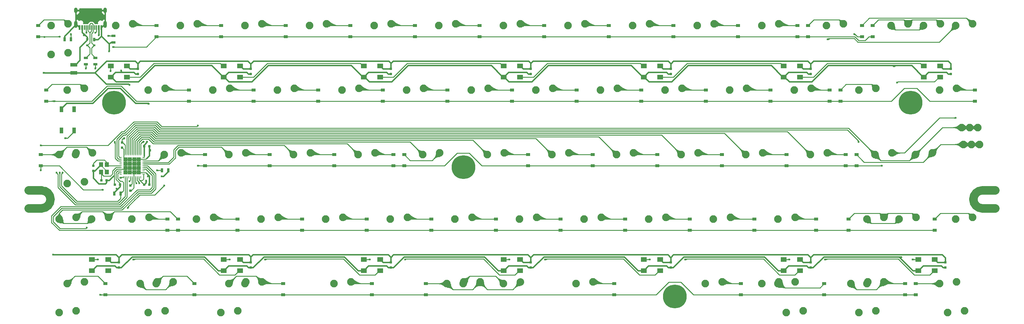
<source format=gbl>
G04 #@! TF.GenerationSoftware,KiCad,Pcbnew,(5.1.10)-1*
G04 #@! TF.CreationDate,2021-06-19T15:41:07+07:00*
G04 #@! TF.ProjectId,Voyager60,566f7961-6765-4723-9630-2e6b69636164,rev?*
G04 #@! TF.SameCoordinates,Original*
G04 #@! TF.FileFunction,Copper,L2,Bot*
G04 #@! TF.FilePolarity,Positive*
%FSLAX46Y46*%
G04 Gerber Fmt 4.6, Leading zero omitted, Abs format (unit mm)*
G04 Created by KiCad (PCBNEW (5.1.10)-1) date 2021-06-19 15:41:07*
%MOMM*%
%LPD*%
G01*
G04 APERTURE LIST*
G04 #@! TA.AperFunction,EtchedComponent*
%ADD10C,2.501900*%
G04 #@! TD*
G04 #@! TA.AperFunction,ComponentPad*
%ADD11C,2.250000*%
G04 #@! TD*
G04 #@! TA.AperFunction,SMDPad,CuDef*
%ADD12R,0.750000X0.800000*%
G04 #@! TD*
G04 #@! TA.AperFunction,SMDPad,CuDef*
%ADD13R,1.200000X0.900000*%
G04 #@! TD*
G04 #@! TA.AperFunction,SMDPad,CuDef*
%ADD14R,2.030000X1.140000*%
G04 #@! TD*
G04 #@! TA.AperFunction,SMDPad,CuDef*
%ADD15R,1.300000X0.700000*%
G04 #@! TD*
G04 #@! TA.AperFunction,SMDPad,CuDef*
%ADD16R,0.700000X1.300000*%
G04 #@! TD*
G04 #@! TA.AperFunction,SMDPad,CuDef*
%ADD17R,0.700000X0.600000*%
G04 #@! TD*
G04 #@! TA.AperFunction,SMDPad,CuDef*
%ADD18R,0.700000X1.000000*%
G04 #@! TD*
G04 #@! TA.AperFunction,SMDPad,CuDef*
%ADD19R,1.200000X1.400000*%
G04 #@! TD*
G04 #@! TA.AperFunction,ComponentPad*
%ADD20C,1.000000*%
G04 #@! TD*
G04 #@! TA.AperFunction,ComponentPad*
%ADD21C,7.000240*%
G04 #@! TD*
G04 #@! TA.AperFunction,ComponentPad*
%ADD22C,7.001300*%
G04 #@! TD*
G04 #@! TA.AperFunction,ComponentPad*
%ADD23O,1.000000X1.600000*%
G04 #@! TD*
G04 #@! TA.AperFunction,ComponentPad*
%ADD24O,1.000000X2.100000*%
G04 #@! TD*
G04 #@! TA.AperFunction,SMDPad,CuDef*
%ADD25R,0.300000X1.450000*%
G04 #@! TD*
G04 #@! TA.AperFunction,SMDPad,CuDef*
%ADD26R,0.600000X1.450000*%
G04 #@! TD*
G04 #@! TA.AperFunction,SMDPad,CuDef*
%ADD27R,0.800000X0.750000*%
G04 #@! TD*
G04 #@! TA.AperFunction,SMDPad,CuDef*
%ADD28R,1.287500X1.287500*%
G04 #@! TD*
G04 #@! TA.AperFunction,SMDPad,CuDef*
%ADD29R,0.700000X0.250000*%
G04 #@! TD*
G04 #@! TA.AperFunction,SMDPad,CuDef*
%ADD30R,0.250000X0.700000*%
G04 #@! TD*
G04 #@! TA.AperFunction,SMDPad,CuDef*
%ADD31R,1.100000X1.800000*%
G04 #@! TD*
G04 #@! TA.AperFunction,SMDPad,CuDef*
%ADD32R,1.800000X1.400000*%
G04 #@! TD*
G04 #@! TA.AperFunction,ViaPad*
%ADD33C,0.600000*%
G04 #@! TD*
G04 #@! TA.AperFunction,Conductor*
%ADD34C,0.254000*%
G04 #@! TD*
G04 #@! TA.AperFunction,Conductor*
%ADD35C,0.381000*%
G04 #@! TD*
G04 #@! TA.AperFunction,Conductor*
%ADD36C,0.203200*%
G04 #@! TD*
G04 #@! TA.AperFunction,Conductor*
%ADD37C,0.100000*%
G04 #@! TD*
G04 #@! TA.AperFunction,Conductor*
%ADD38C,0.025400*%
G04 #@! TD*
G04 APERTURE END LIST*
D10*
X22600000Y-76399050D02*
X26400000Y-76399050D01*
X22600000Y-81700950D02*
X26400000Y-81700950D01*
X303800000Y-76399050D02*
X307600000Y-76399050D01*
X303800000Y-81700950D02*
X307650000Y-81700950D01*
X26400000Y-81700950D02*
G75*
G03*
X29050950Y-79050000I0J2650950D01*
G01*
X29050950Y-79050000D02*
G75*
G03*
X26400000Y-76399050I-2650950J0D01*
G01*
X301149050Y-79050000D02*
G75*
G02*
X303800000Y-76399050I2650950J0D01*
G01*
X303800000Y-81700950D02*
G75*
G02*
X301149050Y-79050000I0J2650950D01*
G01*
D11*
X300568750Y-62825000D03*
X300068750Y-57825000D03*
X34012500Y-74350000D03*
X39012500Y-73850000D03*
X67587500Y-65350000D03*
X62587500Y-65850000D03*
D12*
X52578000Y-74942000D03*
X52578000Y-76442000D03*
D13*
X25400000Y-31018750D03*
X25400000Y-27718750D03*
X60325000Y-31018750D03*
X60325000Y-27718750D03*
X79375000Y-27718750D03*
X79375000Y-31018750D03*
X98425000Y-31018750D03*
X98425000Y-27718750D03*
X117475000Y-27718750D03*
X117475000Y-31018750D03*
X136525000Y-31018750D03*
X136525000Y-27718750D03*
X155575000Y-27718750D03*
X155575000Y-31018750D03*
X174625000Y-31018750D03*
X174625000Y-27718750D03*
X193675000Y-31018750D03*
X193675000Y-27718750D03*
X212725000Y-31018750D03*
X212725000Y-27718750D03*
X231775000Y-27718750D03*
X231775000Y-31018750D03*
X249237500Y-31018750D03*
X249237500Y-27718750D03*
X252412500Y-31018750D03*
X252412500Y-27718750D03*
X271462500Y-27718750D03*
X271462500Y-31018750D03*
X27781250Y-50068750D03*
X27781250Y-46768750D03*
X69850000Y-50068750D03*
X69850000Y-46768750D03*
X88900000Y-50068750D03*
X88900000Y-46768750D03*
X107950000Y-46768750D03*
X107950000Y-50068750D03*
X127000000Y-46768750D03*
X127000000Y-50068750D03*
X146050000Y-50068750D03*
X146050000Y-46768750D03*
X165100000Y-46768750D03*
X165100000Y-50068750D03*
X184150000Y-46768750D03*
X184150000Y-50068750D03*
X203200000Y-50068750D03*
X203200000Y-46768750D03*
X222250000Y-46768750D03*
X222250000Y-50068750D03*
X241300000Y-50068750D03*
X241300000Y-46768750D03*
X258762500Y-46768750D03*
X258762500Y-50068750D03*
X261937500Y-46768750D03*
X261937500Y-50068750D03*
X301625000Y-46768750D03*
X301625000Y-50068750D03*
X280987500Y-107218750D03*
X280987500Y-103918750D03*
X26193750Y-69118750D03*
X26193750Y-65818750D03*
X74612500Y-65818750D03*
X74612500Y-69118750D03*
X93662500Y-65818750D03*
X93662500Y-69118750D03*
X112712500Y-69118750D03*
X112712500Y-65818750D03*
X130175000Y-69118750D03*
X130175000Y-65818750D03*
X133350000Y-69118750D03*
X133350000Y-65818750D03*
X169862500Y-65818750D03*
X169862500Y-69118750D03*
X188912500Y-65818750D03*
X188912500Y-69118750D03*
X207962500Y-65818750D03*
X207962500Y-69118750D03*
X227012500Y-69118750D03*
X227012500Y-65818750D03*
X246062500Y-65818750D03*
X246062500Y-69118750D03*
X263525000Y-65818750D03*
X263525000Y-69118750D03*
X266700000Y-65818750D03*
X266700000Y-69118750D03*
X66675000Y-88168750D03*
X66675000Y-84868750D03*
X84137500Y-88168750D03*
X84137500Y-84868750D03*
X103187500Y-84868750D03*
X103187500Y-88168750D03*
X122237500Y-88168750D03*
X122237500Y-84868750D03*
X141287500Y-84868750D03*
X141287500Y-88168750D03*
X160337500Y-84868750D03*
X160337500Y-88168750D03*
X179387500Y-84868750D03*
X179387500Y-88168750D03*
X198437500Y-84868750D03*
X198437500Y-88168750D03*
X217487500Y-88168750D03*
X217487500Y-84868750D03*
X236537500Y-88168750D03*
X236537500Y-84868750D03*
X254793750Y-88168750D03*
X254793750Y-84868750D03*
X264318750Y-84868750D03*
X264318750Y-88168750D03*
X289718750Y-84868750D03*
X289718750Y-88168750D03*
X45243750Y-103918750D03*
X45243750Y-107218750D03*
X71437500Y-107218750D03*
X71437500Y-103918750D03*
X139700000Y-107218750D03*
X139700000Y-103918750D03*
X232568750Y-107218750D03*
X232568750Y-103918750D03*
X257175000Y-107218750D03*
X257175000Y-103918750D03*
X284162500Y-103918750D03*
X284162500Y-107218750D03*
X97631250Y-107218750D03*
X97631250Y-103918750D03*
X268287500Y-31018750D03*
X268287500Y-27718750D03*
D14*
X35941000Y-39281250D03*
X35941000Y-41681250D03*
D15*
X39497000Y-39177000D03*
X39497000Y-37277000D03*
X42291000Y-37277000D03*
X42291000Y-39177000D03*
D16*
X49718000Y-77343000D03*
X47818000Y-77343000D03*
X63815000Y-70485000D03*
X61915000Y-70485000D03*
X35081250Y-31750000D03*
X33181250Y-31750000D03*
D15*
X47625000Y-32700000D03*
X47625000Y-30800000D03*
D17*
X39894000Y-33589000D03*
X41894000Y-33589000D03*
X39894000Y-31689000D03*
D18*
X41894000Y-31889000D03*
D19*
X43981000Y-68750000D03*
X43981000Y-70950000D03*
X45681000Y-70950000D03*
X45681000Y-68750000D03*
D20*
X301961522Y-80888478D03*
X303800000Y-81650000D03*
X305842035Y-81650000D03*
X305842035Y-76450000D03*
X303800000Y-76450000D03*
X301961522Y-77211522D03*
X301200000Y-79050000D03*
X24357965Y-81650000D03*
X24357965Y-76450000D03*
X28238478Y-80888478D03*
X28238478Y-77211522D03*
X26400000Y-81650000D03*
X26400000Y-76450000D03*
X29000000Y-79050000D03*
X152000000Y-71850000D03*
X149600000Y-71850000D03*
X150800000Y-71850000D03*
X149600000Y-67250000D03*
X152000000Y-67250000D03*
X150800000Y-67250000D03*
X214300000Y-110050000D03*
X211900000Y-110050000D03*
X211900000Y-105450000D03*
X214300000Y-105450000D03*
X213100000Y-110050000D03*
X213100000Y-105450000D03*
X283850000Y-48133000D03*
X281450000Y-48150000D03*
X281450000Y-52750000D03*
X283850000Y-52750000D03*
X282650000Y-52750000D03*
X282650000Y-48150000D03*
X49426346Y-52076346D03*
X46173654Y-52076346D03*
X49426346Y-48823654D03*
X46173654Y-48823654D03*
X47800000Y-52750000D03*
X50100000Y-50450000D03*
X45500000Y-50450000D03*
X47800000Y-48150000D03*
D21*
X282650000Y-50450000D03*
X213100000Y-107750000D03*
X150800000Y-69550000D03*
D22*
X47800000Y-50450000D03*
D23*
X45157600Y-23237500D03*
X36517600Y-23237500D03*
D24*
X45157600Y-27417500D03*
X36517600Y-27417500D03*
D25*
X40587600Y-28332500D03*
X41087600Y-28332500D03*
X41587600Y-28332500D03*
X40087600Y-28332500D03*
X42087600Y-28332500D03*
X39587600Y-28332500D03*
X42587600Y-28332500D03*
X39087600Y-28332500D03*
D26*
X38387600Y-28332500D03*
X43287600Y-28332500D03*
X37612600Y-28332500D03*
X44062600Y-28332500D03*
D13*
X63500000Y-84868750D03*
X63500000Y-88168750D03*
X123825000Y-107218750D03*
X123825000Y-103918750D03*
X195262500Y-103918750D03*
X195262500Y-107218750D03*
D27*
X56654000Y-74676000D03*
X58154000Y-74676000D03*
D12*
X50165000Y-63742000D03*
X50165000Y-62242000D03*
D27*
X49518000Y-74676000D03*
X48018000Y-74676000D03*
X58154000Y-63373000D03*
X56654000Y-63373000D03*
D12*
X41656000Y-69100000D03*
X41656000Y-70600000D03*
D27*
X45581000Y-73406000D03*
X44081000Y-73406000D03*
D28*
X55041403Y-71076441D03*
X53753903Y-71076441D03*
X52466403Y-71076441D03*
X51178903Y-71076441D03*
X55041403Y-69788941D03*
X53753903Y-69788941D03*
X52466403Y-69788941D03*
X51178903Y-69788941D03*
X55041403Y-68501441D03*
X53753903Y-68501441D03*
X52466403Y-68501441D03*
X51178903Y-68501441D03*
X55041403Y-67213941D03*
X53753903Y-67213941D03*
X52466403Y-67213941D03*
X51178903Y-67213941D03*
D29*
X56510153Y-71645191D03*
X56510153Y-71145191D03*
X56510153Y-70645191D03*
X56510153Y-70145191D03*
X56510153Y-69645191D03*
X56510153Y-69145191D03*
X56510153Y-68645191D03*
X56510153Y-68145191D03*
X56510153Y-67645191D03*
X56510153Y-67145191D03*
X56510153Y-66645191D03*
D30*
X55610153Y-65745191D03*
X55110153Y-65745191D03*
X54610153Y-65745191D03*
X54110153Y-65745191D03*
X53610153Y-65745191D03*
X53110153Y-65745191D03*
X52610153Y-65745191D03*
X52110153Y-65745191D03*
X51610153Y-65745191D03*
X51110153Y-65745191D03*
X50610153Y-65745191D03*
D29*
X49710153Y-66645191D03*
X49710153Y-67145191D03*
X49710153Y-67645191D03*
X49710153Y-68145191D03*
X49710153Y-68645191D03*
X49710153Y-69145191D03*
X49710153Y-69645191D03*
X49710153Y-70145191D03*
X49710153Y-70645191D03*
X49710153Y-71145191D03*
X49710153Y-71645191D03*
D30*
X50610153Y-72545191D03*
X51110153Y-72545191D03*
X51610153Y-72545191D03*
X52110153Y-72545191D03*
X52610153Y-72545191D03*
X53110153Y-72545191D03*
X53610153Y-72545191D03*
X54110153Y-72545191D03*
X54610153Y-72545191D03*
X55110153Y-72545191D03*
X55610153Y-72545191D03*
D31*
X32281250Y-52462500D03*
X35981250Y-58662500D03*
X35981250Y-52462500D03*
X32281250Y-58662500D03*
D12*
X54768750Y-40525000D03*
X54768750Y-42025000D03*
X88106250Y-42025000D03*
X88106250Y-40525000D03*
X129381250Y-40525000D03*
X129381250Y-42025000D03*
X170656250Y-42025000D03*
X170656250Y-40525000D03*
X211931250Y-40525000D03*
X211931250Y-42025000D03*
X253206250Y-42025000D03*
X253206250Y-40525000D03*
X294481250Y-40525000D03*
X294481250Y-42025000D03*
X292893750Y-99175000D03*
X292893750Y-97675000D03*
X253206250Y-97675000D03*
X253206250Y-99175000D03*
X211931250Y-99175000D03*
X211931250Y-97675000D03*
X170656250Y-97675000D03*
X170656250Y-99175000D03*
X129381250Y-99175000D03*
X129381250Y-97675000D03*
X88106250Y-97675000D03*
X88106250Y-99175000D03*
X49212500Y-99175000D03*
X49212500Y-97675000D03*
D32*
X51612500Y-39625000D03*
X51612500Y-42925000D03*
X46812500Y-42925000D03*
X46812500Y-39625000D03*
X284937500Y-96775000D03*
X284937500Y-100075000D03*
X289737500Y-100075000D03*
X289737500Y-96775000D03*
X84950000Y-39625000D03*
X84950000Y-42925000D03*
X80150000Y-42925000D03*
X80150000Y-39625000D03*
X245250000Y-96775000D03*
X245250000Y-100075000D03*
X250050000Y-100075000D03*
X250050000Y-96775000D03*
X126225000Y-39625000D03*
X126225000Y-42925000D03*
X121425000Y-42925000D03*
X121425000Y-39625000D03*
X208775000Y-96775000D03*
X208775000Y-100075000D03*
X203975000Y-100075000D03*
X203975000Y-96775000D03*
X167500000Y-39625000D03*
X167500000Y-42925000D03*
X162700000Y-42925000D03*
X162700000Y-39625000D03*
X162700000Y-96775000D03*
X162700000Y-100075000D03*
X167500000Y-100075000D03*
X167500000Y-96775000D03*
X208775000Y-39625000D03*
X208775000Y-42925000D03*
X203975000Y-42925000D03*
X203975000Y-39625000D03*
X121425000Y-96775000D03*
X121425000Y-100075000D03*
X126225000Y-100075000D03*
X126225000Y-96775000D03*
X250050000Y-39625000D03*
X250050000Y-42925000D03*
X245250000Y-42925000D03*
X245250000Y-39625000D03*
X84950000Y-96775000D03*
X84950000Y-100075000D03*
X80150000Y-100075000D03*
X80150000Y-96775000D03*
X286525000Y-39625000D03*
X286525000Y-42925000D03*
X291325000Y-42925000D03*
X291325000Y-39625000D03*
X46056250Y-96775000D03*
X46056250Y-100075000D03*
X41256250Y-100075000D03*
X41256250Y-96775000D03*
D11*
X229512500Y-84400000D03*
X224512500Y-84900000D03*
X210462500Y-84400000D03*
X205462500Y-84900000D03*
X48300000Y-27750000D03*
X53300000Y-27250000D03*
X72350000Y-27250000D03*
X67350000Y-27750000D03*
X86400000Y-27750000D03*
X91400000Y-27250000D03*
X110450000Y-27250000D03*
X105450000Y-27750000D03*
X124500000Y-27750000D03*
X129500000Y-27250000D03*
X148550000Y-27250000D03*
X143550000Y-27750000D03*
X162600000Y-27750000D03*
X167600000Y-27250000D03*
X186650000Y-27250000D03*
X181650000Y-27750000D03*
X200700000Y-27750000D03*
X205700000Y-27250000D03*
X224750000Y-27250000D03*
X219750000Y-27750000D03*
X253087500Y-65850000D03*
X258087500Y-65350000D03*
X238800000Y-27750000D03*
X243800000Y-27250000D03*
X248562500Y-84400000D03*
X243562500Y-84900000D03*
X239037500Y-65350000D03*
X234037500Y-65850000D03*
X262850000Y-27250000D03*
X257850000Y-27750000D03*
X253325000Y-46300000D03*
X248325000Y-46800000D03*
X277137500Y-65350000D03*
X272137500Y-65850000D03*
X267375000Y-46800000D03*
X272375000Y-46300000D03*
X79256250Y-112450000D03*
X84256250Y-111950000D03*
X86637500Y-103450000D03*
X81637500Y-103950000D03*
X153312500Y-84400000D03*
X148312500Y-84900000D03*
X291425000Y-27250000D03*
X286425000Y-27750000D03*
X115212500Y-84400000D03*
X110212500Y-84900000D03*
X41393750Y-65350000D03*
X36393750Y-65850000D03*
X36631250Y-65350000D03*
X31631250Y-65850000D03*
X31631250Y-112450000D03*
X36631250Y-111950000D03*
X39012500Y-103450000D03*
X34012500Y-103950000D03*
X100687500Y-65850000D03*
X105687500Y-65350000D03*
X95925000Y-46800000D03*
X100925000Y-46300000D03*
X289043750Y-65350000D03*
X284043750Y-65850000D03*
X34250000Y-27250000D03*
X29250000Y-27750000D03*
X119737500Y-65850000D03*
X124737500Y-65350000D03*
X143787500Y-65350000D03*
X138787500Y-65850000D03*
X162837500Y-65350000D03*
X157837500Y-65850000D03*
X196175000Y-46300000D03*
X191175000Y-46800000D03*
X176887500Y-65850000D03*
X181887500Y-65350000D03*
X195937500Y-65850000D03*
X200937500Y-65350000D03*
X214987500Y-65850000D03*
X219987500Y-65350000D03*
X191412500Y-84400000D03*
X186412500Y-84900000D03*
X172362500Y-84400000D03*
X167362500Y-84900000D03*
X210225000Y-46800000D03*
X215225000Y-46300000D03*
X229275000Y-46800000D03*
X234275000Y-46300000D03*
X57825000Y-46800000D03*
X62825000Y-46300000D03*
X114975000Y-46800000D03*
X119975000Y-46300000D03*
X222131250Y-103950000D03*
X227131250Y-103450000D03*
X248562500Y-103450000D03*
X243562500Y-103950000D03*
X293568750Y-112450000D03*
X298568750Y-111950000D03*
X291187500Y-103950000D03*
X296187500Y-103450000D03*
X269756250Y-103950000D03*
X274756250Y-103450000D03*
X284281250Y-84400000D03*
X279281250Y-84900000D03*
X250943750Y-111950000D03*
X245943750Y-112450000D03*
X272375000Y-111950000D03*
X267375000Y-112450000D03*
X86637500Y-65350000D03*
X81637500Y-65850000D03*
X276900000Y-27750000D03*
X281900000Y-27250000D03*
X300950000Y-27250000D03*
X295950000Y-27750000D03*
X46156250Y-84400000D03*
X41156250Y-84900000D03*
X36631250Y-84400000D03*
X31631250Y-84900000D03*
X53062500Y-84900000D03*
X58062500Y-84400000D03*
G04 #@! TA.AperFunction,ComponentPad*
G36*
G01*
X167523483Y-104572395D02*
X167522597Y-104572334D01*
G75*
G02*
X166477666Y-103372597I77403J1122334D01*
G01*
X166477666Y-103372597D01*
G75*
G02*
X167677403Y-102327666I1122334J-77403D01*
G01*
X167677403Y-102327666D01*
G75*
G02*
X168722334Y-103527403I-77403J-1122334D01*
G01*
X168722334Y-103527403D01*
G75*
G02*
X167522597Y-104572334I-1122334J77403D01*
G01*
G37*
G04 #@! TD.AperFunction*
X162600000Y-103950000D03*
X112593750Y-103950000D03*
X117593750Y-103450000D03*
X184031250Y-103950000D03*
X189031250Y-103450000D03*
X145931250Y-103950000D03*
X150931250Y-103450000D03*
X269756250Y-84900000D03*
X274756250Y-84400000D03*
X300950000Y-84400000D03*
X295950000Y-84900000D03*
X134025000Y-46800000D03*
X139025000Y-46300000D03*
X34012500Y-46800000D03*
X39012500Y-46300000D03*
X172125000Y-46800000D03*
X177125000Y-46300000D03*
X129262500Y-84900000D03*
X134262500Y-84400000D03*
X81875000Y-46300000D03*
X76875000Y-46800000D03*
X55443750Y-103950000D03*
X60443750Y-103450000D03*
X62825000Y-111950000D03*
X57825000Y-112450000D03*
X91162500Y-84900000D03*
X96162500Y-84400000D03*
X158075000Y-46300000D03*
X153075000Y-46800000D03*
X77112500Y-84400000D03*
X72112500Y-84900000D03*
X155693750Y-103450000D03*
X150693750Y-103950000D03*
X296187500Y-46300000D03*
X291187500Y-46800000D03*
X302450000Y-57825000D03*
X302950000Y-62825000D03*
X298187500Y-62825000D03*
X297687500Y-57825000D03*
X86400000Y-103950000D03*
X91400000Y-103450000D03*
X243800000Y-103450000D03*
X238800000Y-103950000D03*
X269993750Y-103450000D03*
X264993750Y-103950000D03*
X60206250Y-103950000D03*
X65206250Y-103450000D03*
X29250000Y-36250000D03*
X34250000Y-35750000D03*
D33*
X295910000Y-54991000D03*
X30861000Y-71120000D03*
X27305000Y-31115000D03*
X31750000Y-30988000D03*
X47498000Y-34036000D03*
X31750000Y-71120000D03*
X30099000Y-50038000D03*
X49657000Y-72644000D03*
X44450000Y-76200000D03*
X26162000Y-70485000D03*
X26162000Y-63119000D03*
X72517000Y-57277000D03*
X72517000Y-69088000D03*
X266065000Y-30226000D03*
X274193000Y-69088000D03*
X43688000Y-107218750D03*
X39751000Y-87376000D03*
X62611000Y-74930000D03*
X51816000Y-81534000D03*
X52324000Y-73660000D03*
X57531000Y-61976000D03*
X48514000Y-75882500D03*
X50800000Y-60960000D03*
X57277000Y-73533000D03*
X52324000Y-45212000D03*
X27051000Y-41656000D03*
X29845000Y-95377000D03*
X267335000Y-62103000D03*
X258191000Y-31750000D03*
X57785000Y-72263000D03*
X61849000Y-72263000D03*
X58420000Y-64516000D03*
X46355000Y-35306000D03*
X58039000Y-50800000D03*
X49911000Y-41021000D03*
X279908000Y-96139000D03*
X277749000Y-39751000D03*
X43307000Y-30607000D03*
X38862000Y-30607000D03*
X55245000Y-74295000D03*
X39497000Y-40386000D03*
X54356000Y-74295000D03*
X42291000Y-40386000D03*
X32639000Y-71120000D03*
X33401000Y-60960000D03*
X56515000Y-61976000D03*
X60452000Y-70485000D03*
X39624000Y-29845000D03*
X35052000Y-30226000D03*
X42291000Y-29845000D03*
X46101000Y-30734000D03*
X48006000Y-62103000D03*
X46736000Y-41148000D03*
X283210000Y-96774000D03*
X278638000Y-44577000D03*
X246888000Y-96774000D03*
X257429000Y-96774000D03*
X205740000Y-96774000D03*
X216154000Y-96774000D03*
X164338000Y-96774000D03*
X174879000Y-96774000D03*
X123190000Y-96774000D03*
X133604000Y-96774000D03*
X92329000Y-96774000D03*
X81915000Y-96774000D03*
X53467000Y-96774000D03*
X43053000Y-96774000D03*
D34*
X27083750Y-26035000D02*
X25400000Y-27718750D01*
X33035000Y-26035000D02*
X27083750Y-26035000D01*
X34250000Y-27250000D02*
X33035000Y-26035000D01*
X53768750Y-27718750D02*
X53300000Y-27250000D01*
X60325000Y-27718750D02*
X53768750Y-27718750D01*
X72818750Y-27718750D02*
X72350000Y-27250000D01*
X79375000Y-27718750D02*
X72818750Y-27718750D01*
X91868750Y-27718750D02*
X91400000Y-27250000D01*
X98425000Y-27718750D02*
X91868750Y-27718750D01*
X110918750Y-27718750D02*
X110450000Y-27250000D01*
X117475000Y-27718750D02*
X110918750Y-27718750D01*
X129968750Y-27718750D02*
X129500000Y-27250000D01*
X136525000Y-27718750D02*
X129968750Y-27718750D01*
X149018750Y-27718750D02*
X148550000Y-27250000D01*
X155575000Y-27718750D02*
X149018750Y-27718750D01*
X168068750Y-27718750D02*
X167600000Y-27250000D01*
X174625000Y-27718750D02*
X168068750Y-27718750D01*
X187118750Y-27718750D02*
X186650000Y-27250000D01*
X193675000Y-27718750D02*
X187118750Y-27718750D01*
X206168750Y-27718750D02*
X205700000Y-27250000D01*
X212725000Y-27718750D02*
X206168750Y-27718750D01*
X225218750Y-27718750D02*
X224750000Y-27250000D01*
X231775000Y-27718750D02*
X225218750Y-27718750D01*
X244268750Y-27718750D02*
X243800000Y-27250000D01*
X249237500Y-27718750D02*
X244268750Y-27718750D01*
X254096250Y-26035000D02*
X252412500Y-27718750D01*
X261635000Y-26035000D02*
X254096250Y-26035000D01*
X262850000Y-27250000D02*
X261635000Y-26035000D01*
X283115000Y-26035000D02*
X281900000Y-27250000D01*
X290210000Y-26035000D02*
X283115000Y-26035000D01*
X291425000Y-27250000D02*
X290210000Y-26035000D01*
X273146250Y-26035000D02*
X271462500Y-27718750D01*
X280685000Y-26035000D02*
X273146250Y-26035000D01*
X281900000Y-27250000D02*
X280685000Y-26035000D01*
X27781250Y-46768750D02*
X27781250Y-46767750D01*
X27781250Y-46767750D02*
X29464000Y-45085000D01*
X37797500Y-45085000D02*
X39012500Y-46300000D01*
X29464000Y-45085000D02*
X37797500Y-45085000D01*
X63293750Y-46768750D02*
X62825000Y-46300000D01*
X69850000Y-46768750D02*
X63293750Y-46768750D01*
X82343750Y-46768750D02*
X81875000Y-46300000D01*
X88900000Y-46768750D02*
X82343750Y-46768750D01*
X101393750Y-46768750D02*
X100925000Y-46300000D01*
X107950000Y-46768750D02*
X101393750Y-46768750D01*
X120443750Y-46768750D02*
X119975000Y-46300000D01*
X127000000Y-46768750D02*
X120443750Y-46768750D01*
X139493750Y-46768750D02*
X139025000Y-46300000D01*
X146050000Y-46768750D02*
X139493750Y-46768750D01*
X158543750Y-46768750D02*
X158075000Y-46300000D01*
X165100000Y-46768750D02*
X158543750Y-46768750D01*
X177593750Y-46768750D02*
X177125000Y-46300000D01*
X184150000Y-46768750D02*
X177593750Y-46768750D01*
X196643750Y-46768750D02*
X196175000Y-46300000D01*
X203200000Y-46768750D02*
X196643750Y-46768750D01*
X215693750Y-46768750D02*
X215225000Y-46300000D01*
X222250000Y-46768750D02*
X215693750Y-46768750D01*
X234743750Y-46768750D02*
X234275000Y-46300000D01*
X241300000Y-46768750D02*
X234743750Y-46768750D01*
X253793750Y-46768750D02*
X253325000Y-46300000D01*
X258762500Y-46768750D02*
X253793750Y-46768750D01*
X263621250Y-45085000D02*
X261937500Y-46768750D01*
X271160000Y-45085000D02*
X263621250Y-45085000D01*
X272375000Y-46300000D02*
X271160000Y-45085000D01*
X296656250Y-46768750D02*
X296187500Y-46300000D01*
X301625000Y-46768750D02*
X296656250Y-46768750D01*
X277137500Y-65350000D02*
X280852000Y-65350000D01*
X280852000Y-65350000D02*
X291211000Y-54991000D01*
X291211000Y-54991000D02*
X295910000Y-54991000D01*
X275225000Y-103918750D02*
X274756250Y-103450000D01*
X280987500Y-103918750D02*
X275225000Y-103918750D01*
X264993750Y-103950000D02*
X264993750Y-103957750D01*
X264993750Y-103957750D02*
X266700000Y-105664000D01*
X272542250Y-105664000D02*
X274756250Y-103450000D01*
X266700000Y-105664000D02*
X272542250Y-105664000D01*
X31600000Y-65818750D02*
X31631250Y-65850000D01*
X26193750Y-65818750D02*
X31600000Y-65818750D01*
X31631250Y-65850000D02*
X31686000Y-65850000D01*
X31686000Y-65850000D02*
X33909000Y-63627000D01*
X39670750Y-63627000D02*
X41393750Y-65350000D01*
X33909000Y-63627000D02*
X39670750Y-63627000D01*
X68056250Y-65818750D02*
X67587500Y-65350000D01*
X74612500Y-65818750D02*
X68056250Y-65818750D01*
X87106250Y-65818750D02*
X86637500Y-65350000D01*
X93662500Y-65818750D02*
X87106250Y-65818750D01*
X106156250Y-65818750D02*
X105687500Y-65350000D01*
X112712500Y-65818750D02*
X106156250Y-65818750D01*
X125206250Y-65818750D02*
X124737500Y-65350000D01*
X130175000Y-65818750D02*
X125206250Y-65818750D01*
X135095250Y-67564000D02*
X133350000Y-65818750D01*
X141573500Y-67564000D02*
X135095250Y-67564000D01*
X143787500Y-65350000D02*
X141573500Y-67564000D01*
X163306250Y-65818750D02*
X162837500Y-65350000D01*
X169862500Y-65818750D02*
X163306250Y-65818750D01*
X182356250Y-65818750D02*
X181887500Y-65350000D01*
X188912500Y-65818750D02*
X182356250Y-65818750D01*
X201406250Y-65818750D02*
X200937500Y-65350000D01*
X207962500Y-65818750D02*
X201406250Y-65818750D01*
X220456250Y-65818750D02*
X219987500Y-65350000D01*
X227012500Y-65818750D02*
X220456250Y-65818750D01*
X239506250Y-65818750D02*
X239037500Y-65350000D01*
X246062500Y-65818750D02*
X239506250Y-65818750D01*
X258556250Y-65818750D02*
X258087500Y-65350000D01*
X263525000Y-65818750D02*
X258556250Y-65818750D01*
X302950000Y-62825000D02*
X298187500Y-62825000D01*
X291568750Y-62825000D02*
X289043750Y-65350000D01*
X298187500Y-62825000D02*
X291568750Y-62825000D01*
X268445250Y-67564000D02*
X266700000Y-65818750D01*
X268953250Y-68072000D02*
X268445250Y-67564000D01*
X286385000Y-68072000D02*
X268953250Y-68072000D01*
X289043750Y-65350000D02*
X289043750Y-65413250D01*
X289043750Y-65413250D02*
X286385000Y-68072000D01*
X58531250Y-84868750D02*
X58062500Y-84400000D01*
X63500000Y-84868750D02*
X58531250Y-84868750D01*
X66675000Y-84868750D02*
X66580750Y-84868750D01*
X66580750Y-84868750D02*
X64389000Y-82677000D01*
X47879250Y-82677000D02*
X46156250Y-84400000D01*
X64389000Y-82677000D02*
X47879250Y-82677000D01*
X46156250Y-84400000D02*
X46156250Y-84383250D01*
X46156250Y-84383250D02*
X44450000Y-82677000D01*
X38354250Y-82677000D02*
X36631250Y-84400000D01*
X44450000Y-82677000D02*
X38354250Y-82677000D01*
X77581250Y-84868750D02*
X77112500Y-84400000D01*
X84137500Y-84868750D02*
X77581250Y-84868750D01*
X96631250Y-84868750D02*
X96162500Y-84400000D01*
X103187500Y-84868750D02*
X96631250Y-84868750D01*
X115681250Y-84868750D02*
X115212500Y-84400000D01*
X122237500Y-84868750D02*
X115681250Y-84868750D01*
X134731250Y-84868750D02*
X134262500Y-84400000D01*
X141287500Y-84868750D02*
X134731250Y-84868750D01*
X153781250Y-84868750D02*
X153312500Y-84400000D01*
X160337500Y-84868750D02*
X153781250Y-84868750D01*
X172831250Y-84868750D02*
X172362500Y-84400000D01*
X179387500Y-84868750D02*
X172831250Y-84868750D01*
X191881250Y-84868750D02*
X191412500Y-84400000D01*
X198437500Y-84868750D02*
X191881250Y-84868750D01*
X210931250Y-84868750D02*
X210462500Y-84400000D01*
X217487500Y-84868750D02*
X210931250Y-84868750D01*
X229981250Y-84868750D02*
X229512500Y-84400000D01*
X236537500Y-84868750D02*
X229981250Y-84868750D01*
X249031250Y-84868750D02*
X248562500Y-84400000D01*
X254793750Y-84868750D02*
X249031250Y-84868750D01*
X284281250Y-84400000D02*
X284281250Y-84383250D01*
X284281250Y-84383250D02*
X283083000Y-83185000D01*
X275971250Y-83185000D02*
X274756250Y-84400000D01*
X283083000Y-83185000D02*
X275971250Y-83185000D01*
X274756250Y-84400000D02*
X274756250Y-84383250D01*
X274756250Y-84383250D02*
X273558000Y-83185000D01*
X266002500Y-83185000D02*
X264318750Y-84868750D01*
X273558000Y-83185000D02*
X266002500Y-83185000D01*
X291402500Y-83185000D02*
X289718750Y-84868750D01*
X300950000Y-84400000D02*
X299735000Y-83185000D01*
X299735000Y-83185000D02*
X291402500Y-83185000D01*
X118062500Y-103918750D02*
X117593750Y-103450000D01*
X123825000Y-103918750D02*
X118062500Y-103918750D01*
X45243750Y-103918750D02*
X45243750Y-103917750D01*
X45243750Y-103917750D02*
X43053000Y-101727000D01*
X36235500Y-101727000D02*
X34012500Y-103950000D01*
X43053000Y-101727000D02*
X36235500Y-101727000D01*
X60206250Y-103950000D02*
X60206250Y-103750750D01*
X60206250Y-103750750D02*
X62230000Y-101727000D01*
X69245750Y-101727000D02*
X71437500Y-103918750D01*
X62230000Y-101727000D02*
X69245750Y-101727000D01*
X145900000Y-103918750D02*
X145931250Y-103950000D01*
X139700000Y-103918750D02*
X145900000Y-103918750D01*
X145931250Y-103950000D02*
X145987000Y-103950000D01*
X145987000Y-103950000D02*
X147701000Y-105664000D01*
X153479750Y-105664000D02*
X155693750Y-103450000D01*
X147701000Y-105664000D02*
X153479750Y-105664000D01*
X155693750Y-103450000D02*
X155693750Y-103496750D01*
X155693750Y-103496750D02*
X157861000Y-105664000D01*
X165386000Y-105664000D02*
X167600000Y-103450000D01*
X157861000Y-105664000D02*
X165386000Y-105664000D01*
X189500000Y-103918750D02*
X189031250Y-103450000D01*
X195262500Y-103918750D02*
X189500000Y-103918750D01*
X227600000Y-103918750D02*
X227131250Y-103450000D01*
X232568750Y-103918750D02*
X227600000Y-103918750D01*
X243562500Y-103950000D02*
X243562500Y-103655500D01*
X243800000Y-103450000D02*
X243866672Y-103450000D01*
X243866672Y-103450000D02*
X245572672Y-105156000D01*
X255937750Y-105156000D02*
X257175000Y-103918750D01*
X245572672Y-105156000D02*
X255937750Y-105156000D01*
X291156250Y-103918750D02*
X291187500Y-103950000D01*
X284162500Y-103918750D02*
X291156250Y-103918750D01*
X265906250Y-31018750D02*
X266222750Y-31018750D01*
X60325000Y-31018750D02*
X265906250Y-31018750D01*
X266222750Y-31018750D02*
X267335000Y-32131000D01*
X270352250Y-31018750D02*
X269240000Y-32131000D01*
X271462500Y-31018750D02*
X270352250Y-31018750D01*
X267335000Y-32131000D02*
X269240000Y-32131000D01*
X49149000Y-80645000D02*
X48006000Y-80645000D01*
X49403000Y-80645000D02*
X49149000Y-80645000D01*
X51610153Y-72545191D02*
X51610153Y-78437847D01*
X51610153Y-78437847D02*
X49403000Y-80645000D01*
X48006000Y-80645000D02*
X36322000Y-80645000D01*
X36322000Y-80645000D02*
X31242000Y-75565000D01*
X31242000Y-75565000D02*
X31242000Y-71882000D01*
X31242000Y-71882000D02*
X31242000Y-71628000D01*
X31242000Y-71628000D02*
X30988000Y-71374000D01*
X30988000Y-71374000D02*
X30861000Y-71247000D01*
X30861000Y-71247000D02*
X30861000Y-71120000D01*
X27305000Y-31115000D02*
X27208750Y-31018750D01*
X31719250Y-31018750D02*
X31750000Y-30988000D01*
X26797000Y-31018750D02*
X31719250Y-31018750D01*
X26797000Y-31018750D02*
X25400000Y-31018750D01*
X27208750Y-31018750D02*
X26797000Y-31018750D01*
X57307750Y-34036000D02*
X60325000Y-31018750D01*
X47498000Y-34036000D02*
X57307750Y-34036000D01*
X51110153Y-77921847D02*
X51110153Y-72545191D01*
X51110153Y-78175847D02*
X51110153Y-77921847D01*
X49149000Y-80137000D02*
X51110153Y-78175847D01*
X36576000Y-80137000D02*
X49149000Y-80137000D01*
X31750000Y-71882000D02*
X31750000Y-75311000D01*
X31750000Y-75311000D02*
X36576000Y-80137000D01*
X31750000Y-71882000D02*
X31750000Y-71120000D01*
X27812000Y-50038000D02*
X27781250Y-50068750D01*
X29845000Y-50038000D02*
X27812000Y-50038000D01*
X29845000Y-50038000D02*
X30099000Y-50038000D01*
X41275000Y-50038000D02*
X30099000Y-50038000D01*
X45720000Y-45593000D02*
X41275000Y-50038000D01*
X49911000Y-45593000D02*
X45720000Y-45593000D01*
X54386750Y-50068750D02*
X49911000Y-45593000D01*
X69850000Y-50068750D02*
X54386750Y-50068750D01*
X261239000Y-50068750D02*
X69850000Y-50068750D01*
X261937500Y-50068750D02*
X261239000Y-50068750D01*
X276098000Y-50068750D02*
X261239000Y-50068750D01*
X276956250Y-50068750D02*
X276098000Y-50068750D01*
X280797000Y-46228000D02*
X276956250Y-50068750D01*
X284480000Y-46228000D02*
X280797000Y-46228000D01*
X288320750Y-50068750D02*
X284480000Y-46228000D01*
X301625000Y-50068750D02*
X288320750Y-50068750D01*
X265112500Y-69118750D02*
X169862500Y-69118750D01*
X169862500Y-69118750D02*
X156240750Y-69118750D01*
X156240750Y-69118750D02*
X152527000Y-65405000D01*
X152527000Y-65405000D02*
X148971000Y-65405000D01*
X145257250Y-69118750D02*
X133350000Y-69118750D01*
X148971000Y-65405000D02*
X145257250Y-69118750D01*
X133350000Y-69118750D02*
X74612500Y-69118750D01*
X265112500Y-69118750D02*
X266700000Y-69118750D01*
X50610153Y-72545191D02*
X49755809Y-72545191D01*
X49755809Y-72545191D02*
X49657000Y-72644000D01*
X31653750Y-69118750D02*
X26193750Y-69118750D01*
X38735000Y-76200000D02*
X31653750Y-69118750D01*
X44450000Y-76200000D02*
X38735000Y-76200000D01*
X26193750Y-69118750D02*
X26193750Y-70453250D01*
X26193750Y-70453250D02*
X26162000Y-70485000D01*
X72547750Y-69118750D02*
X72517000Y-69088000D01*
X74612500Y-69118750D02*
X72547750Y-69118750D01*
X268287500Y-31018750D02*
X266984750Y-31018750D01*
X266984750Y-31018750D02*
X266192000Y-30226000D01*
X266192000Y-30226000D02*
X266065000Y-30226000D01*
X274162250Y-69118750D02*
X274193000Y-69088000D01*
X266700000Y-69118750D02*
X274162250Y-69118750D01*
X50038000Y-59055000D02*
X45974000Y-63119000D01*
X72517000Y-57277000D02*
X72263000Y-57531000D01*
X72263000Y-57531000D02*
X61849000Y-57531000D01*
X61849000Y-57531000D02*
X60452000Y-56134000D01*
X60452000Y-56134000D02*
X53594000Y-56134000D01*
X45974000Y-63119000D02*
X26162000Y-63119000D01*
X53594000Y-56134000D02*
X50673000Y-59055000D01*
X50673000Y-59055000D02*
X50038000Y-59055000D01*
X289718750Y-88168750D02*
X63500000Y-88168750D01*
X57191191Y-70145191D02*
X56510153Y-70145191D01*
X59055000Y-72009000D02*
X57191191Y-70145191D01*
X59055000Y-75438000D02*
X59055000Y-72009000D01*
X58293000Y-76200000D02*
X59055000Y-75438000D01*
X54610000Y-76200000D02*
X58293000Y-76200000D01*
X31653750Y-88168750D02*
X29337000Y-85852000D01*
X63500000Y-88168750D02*
X31653750Y-88168750D01*
X29337000Y-83947000D02*
X32131000Y-81153000D01*
X32131000Y-81153000D02*
X49657000Y-81153000D01*
X29337000Y-85852000D02*
X29337000Y-83947000D01*
X49657000Y-81153000D02*
X54610000Y-76200000D01*
X45243750Y-107218750D02*
X207614250Y-107218750D01*
X207614250Y-107218750D02*
X211328000Y-103505000D01*
X211328000Y-103505000D02*
X214884000Y-103505000D01*
X218597750Y-107218750D02*
X284162500Y-107218750D01*
X214884000Y-103505000D02*
X218597750Y-107218750D01*
X45243750Y-107218750D02*
X43688000Y-107218750D01*
X29845000Y-85598000D02*
X31877000Y-87630000D01*
X32385000Y-81661000D02*
X29845000Y-84201000D01*
X49911000Y-81661000D02*
X32385000Y-81661000D01*
X56510153Y-69645191D02*
X57453191Y-69645191D01*
X57453191Y-69645191D02*
X59563000Y-71755000D01*
X59563000Y-71755000D02*
X59563000Y-75692000D01*
X59563000Y-75692000D02*
X58547000Y-76708000D01*
X58547000Y-76708000D02*
X54864000Y-76708000D01*
X29845000Y-84201000D02*
X29845000Y-85598000D01*
X54864000Y-76708000D02*
X49911000Y-81661000D01*
X39497000Y-87630000D02*
X39751000Y-87376000D01*
X38989000Y-87630000D02*
X39497000Y-87630000D01*
X31877000Y-87630000D02*
X38989000Y-87630000D01*
X65206250Y-103450000D02*
X65206250Y-103433250D01*
X65206250Y-103450000D02*
X65206000Y-103450000D01*
X65206000Y-103450000D02*
X62992000Y-105664000D01*
X57157750Y-105664000D02*
X55443750Y-103950000D01*
X62992000Y-105664000D02*
X57157750Y-105664000D01*
X62587500Y-65850000D02*
X62587500Y-65936500D01*
X60878809Y-67645191D02*
X56510153Y-67645191D01*
X62587500Y-65936500D02*
X60878809Y-67645191D01*
X59817000Y-77724000D02*
X62611000Y-74930000D01*
X55372000Y-77724000D02*
X59817000Y-77724000D01*
X54610000Y-78486000D02*
X55372000Y-77724000D01*
X54610000Y-78486000D02*
X53975000Y-79121000D01*
X53975000Y-79121000D02*
X51816000Y-81280000D01*
X51816000Y-81280000D02*
X51816000Y-81534000D01*
X52610153Y-72545191D02*
X52610153Y-73373847D01*
X52610153Y-73373847D02*
X52324000Y-73660000D01*
X48861809Y-70645191D02*
X49710153Y-70645191D01*
X48387000Y-71120000D02*
X48861809Y-70645191D01*
X48387000Y-73152000D02*
X48387000Y-71120000D01*
X49518000Y-74676000D02*
X49518000Y-74283000D01*
X49518000Y-74283000D02*
X48387000Y-73152000D01*
X56654000Y-66501344D02*
X56510153Y-66645191D01*
X55110153Y-72545191D02*
X55110153Y-73144153D01*
X55110153Y-73144153D02*
X55372000Y-73406000D01*
X56510153Y-73029847D02*
X56510153Y-71645191D01*
X56134000Y-73406000D02*
X56510153Y-73029847D01*
X50165000Y-62242000D02*
X50165000Y-61341000D01*
X50165000Y-61341000D02*
X50546000Y-60960000D01*
X50546000Y-60960000D02*
X50800000Y-60960000D01*
X50304000Y-62242000D02*
X50165000Y-62242000D01*
X51110153Y-65745191D02*
X51110153Y-63048153D01*
X51110153Y-63048153D02*
X50304000Y-62242000D01*
D35*
X56654000Y-63373000D02*
X56654000Y-66167000D01*
D34*
X56654000Y-66167000D02*
X56654000Y-66501344D01*
D35*
X56654000Y-63373000D02*
X56654000Y-62980000D01*
X57531000Y-62103000D02*
X57531000Y-61976000D01*
X56654000Y-62980000D02*
X57531000Y-62103000D01*
X49518000Y-75323000D02*
X48895000Y-75946000D01*
X49518000Y-74676000D02*
X49518000Y-75323000D01*
X47818000Y-77023000D02*
X48895000Y-75946000D01*
X47818000Y-77343000D02*
X47818000Y-77023000D01*
X48577500Y-75946000D02*
X48514000Y-75882500D01*
X48895000Y-75946000D02*
X48577500Y-75946000D01*
X56654000Y-74676000D02*
X56654000Y-74561000D01*
D34*
X55372000Y-73406000D02*
X55499000Y-73406000D01*
X55499000Y-73406000D02*
X56134000Y-73406000D01*
D35*
X56654000Y-74676000D02*
X56654000Y-74664000D01*
X56654000Y-74664000D02*
X57150000Y-74168000D01*
X57150000Y-74168000D02*
X57150000Y-73660000D01*
X57150000Y-73660000D02*
X57277000Y-73533000D01*
D34*
X56642000Y-74676000D02*
X55372000Y-73406000D01*
D35*
X56654000Y-74676000D02*
X56642000Y-74676000D01*
X52512500Y-40525000D02*
X51612500Y-39625000D01*
X54768750Y-40525000D02*
X52512500Y-40525000D01*
X85850000Y-40525000D02*
X84950000Y-39625000D01*
X88106250Y-40525000D02*
X85850000Y-40525000D01*
X127125000Y-40525000D02*
X126225000Y-39625000D01*
X129381250Y-40525000D02*
X127125000Y-40525000D01*
X168400000Y-40525000D02*
X167500000Y-39625000D01*
X170656250Y-40525000D02*
X168400000Y-40525000D01*
X209675000Y-40525000D02*
X208775000Y-39625000D01*
X211931250Y-40525000D02*
X209675000Y-40525000D01*
X250950000Y-40525000D02*
X250050000Y-39625000D01*
X253206250Y-40525000D02*
X250950000Y-40525000D01*
X292225000Y-40525000D02*
X291325000Y-39625000D01*
X294481250Y-40525000D02*
X292225000Y-40525000D01*
X46956250Y-97675000D02*
X46056250Y-96775000D01*
X49212500Y-97675000D02*
X46956250Y-97675000D01*
X85850000Y-97675000D02*
X84950000Y-96775000D01*
X88106250Y-97675000D02*
X85850000Y-97675000D01*
X127125000Y-97675000D02*
X126225000Y-96775000D01*
X129381250Y-97675000D02*
X127125000Y-97675000D01*
X168400000Y-97675000D02*
X167500000Y-96775000D01*
X170656250Y-97675000D02*
X168400000Y-97675000D01*
X209675000Y-97675000D02*
X208775000Y-96775000D01*
X211931250Y-97675000D02*
X209675000Y-97675000D01*
X250950000Y-97675000D02*
X250050000Y-96775000D01*
X253206250Y-97675000D02*
X250950000Y-97675000D01*
X290637500Y-97675000D02*
X289737500Y-96775000D01*
X292893750Y-97675000D02*
X290637500Y-97675000D01*
X253206250Y-40525000D02*
X253206250Y-39020750D01*
X253206250Y-39020750D02*
X253142750Y-39020750D01*
X253142750Y-39020750D02*
X252349000Y-38227000D01*
X252349000Y-38227000D02*
X212725000Y-38227000D01*
X211931250Y-39020750D02*
X211931250Y-40525000D01*
X212725000Y-38227000D02*
X211931250Y-39020750D01*
X211931250Y-39020750D02*
X211931250Y-38957250D01*
X211931250Y-38957250D02*
X211201000Y-38227000D01*
X211201000Y-38227000D02*
X171323000Y-38227000D01*
X170656250Y-38893750D02*
X170656250Y-40525000D01*
X171323000Y-38227000D02*
X170656250Y-38893750D01*
X170656250Y-38893750D02*
X170656250Y-38830250D01*
X170656250Y-38830250D02*
X170053000Y-38227000D01*
X170053000Y-38227000D02*
X130048000Y-38227000D01*
X129381250Y-38893750D02*
X129381250Y-40525000D01*
X130048000Y-38227000D02*
X129381250Y-38893750D01*
X129381250Y-38893750D02*
X129381250Y-38830250D01*
X129381250Y-38830250D02*
X128778000Y-38227000D01*
X128778000Y-38227000D02*
X88900000Y-38227000D01*
X88106250Y-39020750D02*
X88106250Y-40525000D01*
X88900000Y-38227000D02*
X88106250Y-39020750D01*
X88106250Y-39020750D02*
X88042750Y-39020750D01*
X88042750Y-39020750D02*
X87249000Y-38227000D01*
X87249000Y-38227000D02*
X55499000Y-38227000D01*
X54768750Y-38957250D02*
X54768750Y-40525000D01*
X55499000Y-38227000D02*
X54768750Y-38957250D01*
X292893750Y-97675000D02*
X292893750Y-96297750D01*
X292893750Y-96297750D02*
X291973000Y-95377000D01*
X291973000Y-95377000D02*
X254000000Y-95377000D01*
X253206250Y-96170750D02*
X253206250Y-97675000D01*
X254000000Y-95377000D02*
X253206250Y-96170750D01*
X253206250Y-96170750D02*
X253142750Y-96170750D01*
X253142750Y-96170750D02*
X252349000Y-95377000D01*
X252349000Y-95377000D02*
X212725000Y-95377000D01*
X211931250Y-96170750D02*
X211931250Y-97675000D01*
X212725000Y-95377000D02*
X211931250Y-96170750D01*
X211931250Y-96170750D02*
X211867750Y-96170750D01*
X211867750Y-96170750D02*
X211074000Y-95377000D01*
X211074000Y-95377000D02*
X171450000Y-95377000D01*
X170656250Y-96170750D02*
X170656250Y-97675000D01*
X171450000Y-95377000D02*
X170656250Y-96170750D01*
X170656250Y-96170750D02*
X170592750Y-96170750D01*
X170592750Y-96170750D02*
X169799000Y-95377000D01*
X169799000Y-95377000D02*
X130175000Y-95377000D01*
X129381250Y-96170750D02*
X129381250Y-97675000D01*
X130175000Y-95377000D02*
X129381250Y-96170750D01*
X129381250Y-96170750D02*
X129381250Y-96107250D01*
X129381250Y-96107250D02*
X128651000Y-95377000D01*
X128651000Y-95377000D02*
X88773000Y-95377000D01*
X88106250Y-96043750D02*
X88106250Y-97675000D01*
X88773000Y-95377000D02*
X88106250Y-96043750D01*
X88106250Y-96043750D02*
X88106250Y-95980250D01*
X88106250Y-95980250D02*
X87503000Y-95377000D01*
X87503000Y-95377000D02*
X50038000Y-95377000D01*
X49212500Y-96202500D02*
X49212500Y-97675000D01*
X50038000Y-95377000D02*
X49212500Y-96202500D01*
X254000000Y-38227000D02*
X253206250Y-39020750D01*
X293751000Y-38227000D02*
X254000000Y-38227000D01*
X294481250Y-40525000D02*
X294481250Y-38957250D01*
X294481250Y-38957250D02*
X293751000Y-38227000D01*
X35941000Y-41681250D02*
X42138750Y-41681250D01*
X42138750Y-41681250D02*
X45593000Y-38227000D01*
X54038500Y-38227000D02*
X54768750Y-38957250D01*
X45593000Y-38227000D02*
X54038500Y-38227000D01*
X42138750Y-41681250D02*
X42189250Y-41681250D01*
X45466000Y-44958000D02*
X52070000Y-44958000D01*
X52070000Y-44958000D02*
X52324000Y-45212000D01*
X45466000Y-44958000D02*
X42189250Y-41681250D01*
X35941000Y-41681250D02*
X27076250Y-41681250D01*
X27076250Y-41681250D02*
X27051000Y-41656000D01*
X49212500Y-96202500D02*
X48641000Y-95631000D01*
X48641000Y-95631000D02*
X48387000Y-95377000D01*
X48387000Y-95377000D02*
X29845000Y-95377000D01*
D34*
X79414500Y-63627000D02*
X81637500Y-65850000D01*
X66929000Y-63627000D02*
X79414500Y-63627000D01*
X65913000Y-64643000D02*
X66929000Y-63627000D01*
X65913000Y-66802000D02*
X65913000Y-64643000D01*
X64069809Y-68645191D02*
X65913000Y-66802000D01*
X56510153Y-68645191D02*
X64069809Y-68645191D01*
X63807809Y-68145191D02*
X56510153Y-68145191D01*
X65405000Y-66548000D02*
X63807809Y-68145191D01*
X65405000Y-64389000D02*
X65405000Y-66548000D01*
X66675000Y-63119000D02*
X65405000Y-64389000D01*
X97956500Y-63119000D02*
X66675000Y-63119000D01*
X100687500Y-65850000D02*
X97956500Y-63119000D01*
X55110153Y-62237847D02*
X55110153Y-65745191D01*
X56134000Y-61214000D02*
X55110153Y-62237847D01*
X57912000Y-61214000D02*
X56134000Y-61214000D01*
X59309000Y-62611000D02*
X57912000Y-61214000D01*
X116498500Y-62611000D02*
X59309000Y-62611000D01*
X119737500Y-65850000D02*
X116498500Y-62611000D01*
X54610153Y-61975847D02*
X54610153Y-65745191D01*
X55880000Y-60706000D02*
X54610153Y-61975847D01*
X58166000Y-60706000D02*
X55880000Y-60706000D01*
X59563000Y-62103000D02*
X58166000Y-60706000D01*
X135040500Y-62103000D02*
X59563000Y-62103000D01*
X138787500Y-65850000D02*
X135040500Y-62103000D01*
X162600000Y-103950000D02*
X162497000Y-103950000D01*
X162497000Y-103950000D02*
X160274000Y-101727000D01*
X152654250Y-101727000D02*
X150931250Y-103450000D01*
X160274000Y-101727000D02*
X152654250Y-101727000D01*
X54110153Y-61713847D02*
X54110153Y-65745191D01*
X55626000Y-60198000D02*
X54110153Y-61713847D01*
X58420000Y-60198000D02*
X55626000Y-60198000D01*
X59817000Y-61595000D02*
X58420000Y-60198000D01*
X153582500Y-61595000D02*
X59817000Y-61595000D01*
X157837500Y-65850000D02*
X153582500Y-61595000D01*
X53610153Y-61451847D02*
X53610153Y-65745191D01*
X55372000Y-59690000D02*
X53610153Y-61451847D01*
X58674000Y-59690000D02*
X55372000Y-59690000D01*
X60071000Y-61087000D02*
X58674000Y-59690000D01*
X172124500Y-61087000D02*
X60071000Y-61087000D01*
X176887500Y-65850000D02*
X172124500Y-61087000D01*
X53110153Y-61189847D02*
X53110153Y-65745191D01*
X55118000Y-59182000D02*
X53110153Y-61189847D01*
X58928000Y-59182000D02*
X55118000Y-59182000D01*
X60325000Y-60579000D02*
X58928000Y-59182000D01*
X190666500Y-60579000D02*
X60325000Y-60579000D01*
X195937500Y-65850000D02*
X190666500Y-60579000D01*
X52610153Y-60927847D02*
X52610153Y-65745191D01*
X54864000Y-58674000D02*
X52610153Y-60927847D01*
X59182000Y-58674000D02*
X54864000Y-58674000D01*
X60579000Y-60071000D02*
X59182000Y-58674000D01*
X209208500Y-60071000D02*
X60579000Y-60071000D01*
X214987500Y-65850000D02*
X209208500Y-60071000D01*
X52110153Y-60665847D02*
X52110153Y-65745191D01*
X54610000Y-58166000D02*
X52110153Y-60665847D01*
X59436000Y-58166000D02*
X54610000Y-58166000D01*
X60833000Y-59563000D02*
X59436000Y-58166000D01*
X227750500Y-59563000D02*
X60833000Y-59563000D01*
X234037500Y-65850000D02*
X227750500Y-59563000D01*
X51610153Y-60403847D02*
X51610153Y-65745191D01*
X54356000Y-57658000D02*
X51610153Y-60403847D01*
X59690000Y-57658000D02*
X54356000Y-57658000D01*
X61087000Y-59055000D02*
X59690000Y-57658000D01*
X246292500Y-59055000D02*
X61087000Y-59055000D01*
X253087500Y-65850000D02*
X246292500Y-59055000D01*
X49710153Y-66645191D02*
X49627191Y-66645191D01*
X278075250Y-86106000D02*
X279281250Y-84900000D01*
X270962250Y-86106000D02*
X278075250Y-86106000D01*
X269756250Y-84900000D02*
X270962250Y-86106000D01*
X295950000Y-27750000D02*
X295950000Y-27773000D01*
X295950000Y-27773000D02*
X291084000Y-32639000D01*
X291084000Y-32639000D02*
X267081000Y-32639000D01*
X267081000Y-32639000D02*
X266001500Y-31559500D01*
X266001500Y-31559500D02*
X258381500Y-31559500D01*
X258381500Y-31559500D02*
X258191000Y-31750000D01*
X49500191Y-66645191D02*
X49710153Y-66645191D01*
X49149000Y-66294000D02*
X49500191Y-66645191D01*
X49149000Y-61468000D02*
X49149000Y-66294000D01*
X50546000Y-60071000D02*
X49149000Y-61468000D01*
X51181000Y-60071000D02*
X50546000Y-60071000D01*
X267335000Y-62103000D02*
X267335000Y-61849000D01*
X267335000Y-61849000D02*
X264033000Y-58547000D01*
X264033000Y-58547000D02*
X61341000Y-58547000D01*
X61341000Y-58547000D02*
X59944000Y-57150000D01*
X59944000Y-57150000D02*
X54102000Y-57150000D01*
X54102000Y-57150000D02*
X51181000Y-60071000D01*
X302450000Y-57825000D02*
X297687500Y-57825000D01*
X292068750Y-57825000D02*
X284043750Y-65850000D01*
X297687500Y-57825000D02*
X292068750Y-57825000D01*
X286425000Y-27750000D02*
X286425000Y-27773000D01*
X286425000Y-27773000D02*
X285242000Y-28956000D01*
X278106000Y-28956000D02*
X276900000Y-27750000D01*
X285242000Y-28956000D02*
X278106000Y-28956000D01*
X49111191Y-67145191D02*
X49710153Y-67145191D01*
X48641000Y-66675000D02*
X49111191Y-67145191D01*
X48641000Y-61214000D02*
X48641000Y-66675000D01*
X50292000Y-59563000D02*
X48641000Y-61214000D01*
X272137500Y-65850000D02*
X264326500Y-58039000D01*
X61595000Y-58039000D02*
X60198000Y-56642000D01*
X264326500Y-58039000D02*
X61595000Y-58039000D01*
X60198000Y-56642000D02*
X53848000Y-56642000D01*
X53848000Y-56642000D02*
X50927000Y-59563000D01*
X50927000Y-59563000D02*
X50292000Y-59563000D01*
X272137500Y-65850000D02*
X272137500Y-65889500D01*
X272137500Y-65889500D02*
X273812000Y-67564000D01*
X282329750Y-67564000D02*
X284043750Y-65850000D01*
X273812000Y-67564000D02*
X282329750Y-67564000D01*
X31631250Y-84900000D02*
X31687000Y-84900000D01*
X31687000Y-84900000D02*
X32893000Y-86106000D01*
X39950250Y-86106000D02*
X41156250Y-84900000D01*
X32893000Y-86106000D02*
X39950250Y-86106000D01*
X60071000Y-75946000D02*
X60071000Y-71501000D01*
X60071000Y-71501000D02*
X57715191Y-69145191D01*
X31631250Y-83176750D02*
X32639000Y-82169000D01*
X31631250Y-84900000D02*
X31631250Y-83176750D01*
X32639000Y-82169000D02*
X50165000Y-82169000D01*
X50165000Y-82169000D02*
X55118000Y-77216000D01*
X55118000Y-77216000D02*
X58801000Y-77216000D01*
X57715191Y-69145191D02*
X56510153Y-69145191D01*
X58801000Y-77216000D02*
X60071000Y-75946000D01*
X55110153Y-67145191D02*
X55041403Y-67213941D01*
X56510153Y-67145191D02*
X55110153Y-67145191D01*
X55041403Y-67213941D02*
X51178903Y-67213941D01*
X51178903Y-67213941D02*
X51178903Y-71076441D01*
X51178903Y-71076441D02*
X55041403Y-71076441D01*
X55041403Y-71076441D02*
X55041403Y-67213941D01*
X55041403Y-69788941D02*
X51178903Y-69788941D01*
X51178903Y-68501441D02*
X55041403Y-68501441D01*
X55110153Y-71145191D02*
X55041403Y-71076441D01*
X56510153Y-71145191D02*
X55110153Y-71145191D01*
X53610153Y-71220191D02*
X53753903Y-71076441D01*
X53610153Y-72545191D02*
X53610153Y-71220191D01*
X50822653Y-70145191D02*
X51178903Y-69788941D01*
X49710153Y-70145191D02*
X50822653Y-70145191D01*
X50610153Y-66645191D02*
X51178903Y-67213941D01*
X50610153Y-65745191D02*
X50610153Y-66645191D01*
X49710153Y-70145191D02*
X48599809Y-70145191D01*
X48599809Y-70145191D02*
X47879000Y-70866000D01*
X47879000Y-74537000D02*
X48018000Y-74676000D01*
X50610153Y-64187153D02*
X50165000Y-63742000D01*
X50610153Y-65745191D02*
X50610153Y-64187153D01*
X56510153Y-67145191D02*
X57187809Y-67145191D01*
X57175191Y-71145191D02*
X56510153Y-71145191D01*
D35*
X58154000Y-66179000D02*
X57404000Y-66929000D01*
D34*
X57187809Y-67145191D02*
X57404000Y-66929000D01*
D35*
X42131000Y-70600000D02*
X43981000Y-68750000D01*
X41656000Y-70600000D02*
X42131000Y-70600000D01*
X43981000Y-68750000D02*
X43981000Y-69000000D01*
X45681000Y-70700000D02*
X45681000Y-70950000D01*
D36*
X43981000Y-69000000D02*
X45681000Y-70700000D01*
D35*
X45581000Y-73406000D02*
X45581000Y-74053000D01*
X45581000Y-74053000D02*
X45212000Y-74422000D01*
X45212000Y-74422000D02*
X43307000Y-74422000D01*
X41656000Y-72771000D02*
X41656000Y-70600000D01*
X43307000Y-74422000D02*
X41656000Y-72771000D01*
X45581000Y-73406000D02*
X46355000Y-73406000D01*
D34*
X47879000Y-70866000D02*
X47866290Y-71501000D01*
X47866290Y-71501000D02*
X47879000Y-74537000D01*
D35*
X46355000Y-73406000D02*
X47625000Y-72136000D01*
D34*
X47625000Y-72136000D02*
X47866290Y-71894710D01*
X53610153Y-72545191D02*
X53610153Y-75675847D01*
X52844000Y-76442000D02*
X52578000Y-76442000D01*
X53610153Y-75675847D02*
X52844000Y-76442000D01*
D35*
X33181250Y-31750000D02*
X33181250Y-30826750D01*
X36517600Y-27490400D02*
X36517600Y-27417500D01*
X33181250Y-30826750D02*
X36517600Y-27490400D01*
X36517600Y-27417500D02*
X36517600Y-23237500D01*
X36517600Y-23237500D02*
X45157600Y-23237500D01*
X45157600Y-23237500D02*
X45157600Y-27417500D01*
X44977600Y-27417500D02*
X44062600Y-28332500D01*
X45157600Y-27417500D02*
X44977600Y-27417500D01*
X36697600Y-27417500D02*
X37612600Y-28332500D01*
X36517600Y-27417500D02*
X36697600Y-27417500D01*
X44062600Y-28332500D02*
X44062600Y-30867400D01*
X43041000Y-31889000D02*
X41894000Y-31889000D01*
X44062600Y-30867400D02*
X43041000Y-31889000D01*
X45895200Y-32700000D02*
X44062600Y-30867400D01*
X54768750Y-42025000D02*
X54090000Y-42025000D01*
X54090000Y-42025000D02*
X53594000Y-41529000D01*
X48208500Y-41529000D02*
X46812500Y-42925000D01*
X88106250Y-42025000D02*
X87364000Y-42025000D01*
X87364000Y-42025000D02*
X86868000Y-41529000D01*
X81546000Y-41529000D02*
X80150000Y-42925000D01*
X86868000Y-41529000D02*
X81546000Y-41529000D01*
X129381250Y-42025000D02*
X128639000Y-42025000D01*
X128639000Y-42025000D02*
X128143000Y-41529000D01*
X122821000Y-41529000D02*
X121425000Y-42925000D01*
X128143000Y-41529000D02*
X122821000Y-41529000D01*
X170656250Y-42025000D02*
X169914000Y-42025000D01*
X169914000Y-42025000D02*
X169418000Y-41529000D01*
X164096000Y-41529000D02*
X162700000Y-42925000D01*
X169418000Y-41529000D02*
X164096000Y-41529000D01*
X211931250Y-42025000D02*
X211189000Y-42025000D01*
X211189000Y-42025000D02*
X210693000Y-41529000D01*
X205371000Y-41529000D02*
X203975000Y-42925000D01*
X210693000Y-41529000D02*
X205371000Y-41529000D01*
X253206250Y-42025000D02*
X252464000Y-42025000D01*
X252464000Y-42025000D02*
X251968000Y-41529000D01*
X246646000Y-41529000D02*
X245250000Y-42925000D01*
X251968000Y-41529000D02*
X246646000Y-41529000D01*
X294481250Y-42025000D02*
X293739000Y-42025000D01*
X293739000Y-42025000D02*
X293243000Y-41529000D01*
X287921000Y-41529000D02*
X286525000Y-42925000D01*
X293243000Y-41529000D02*
X287921000Y-41529000D01*
X49212500Y-99175000D02*
X48502000Y-99175000D01*
X48502000Y-99175000D02*
X48006000Y-98679000D01*
X42652250Y-98679000D02*
X41256250Y-100075000D01*
X48006000Y-98679000D02*
X42652250Y-98679000D01*
X88106250Y-99175000D02*
X87364000Y-99175000D01*
X87364000Y-99175000D02*
X86868000Y-98679000D01*
X81546000Y-98679000D02*
X80150000Y-100075000D01*
X86868000Y-98679000D02*
X81546000Y-98679000D01*
X128639000Y-99175000D02*
X128143000Y-98679000D01*
X122821000Y-98679000D02*
X121425000Y-100075000D01*
X128143000Y-98679000D02*
X122821000Y-98679000D01*
X170656250Y-99175000D02*
X169914000Y-99175000D01*
X169914000Y-99175000D02*
X169418000Y-98679000D01*
X164096000Y-98679000D02*
X162700000Y-100075000D01*
X169418000Y-98679000D02*
X164096000Y-98679000D01*
X211931250Y-99175000D02*
X211189000Y-99175000D01*
X211189000Y-99175000D02*
X210693000Y-98679000D01*
X205371000Y-98679000D02*
X203975000Y-100075000D01*
X210693000Y-98679000D02*
X205371000Y-98679000D01*
X246646000Y-98679000D02*
X245250000Y-100075000D01*
X251968000Y-98679000D02*
X246646000Y-98679000D01*
X252464000Y-99175000D02*
X251968000Y-98679000D01*
X253206250Y-99175000D02*
X252464000Y-99175000D01*
X292893750Y-99175000D02*
X292215000Y-99175000D01*
X292215000Y-99175000D02*
X291719000Y-98679000D01*
X286333500Y-98679000D02*
X284937500Y-100075000D01*
X291719000Y-98679000D02*
X286333500Y-98679000D01*
X245490000Y-42925000D02*
X246888000Y-44323000D01*
X286384000Y-42925000D02*
X286525000Y-42925000D01*
X246888000Y-44323000D02*
X253492000Y-44323000D01*
X253492000Y-44323000D02*
X258318000Y-39497000D01*
X245250000Y-42925000D02*
X245490000Y-42925000D01*
X282956000Y-39497000D02*
X286384000Y-42925000D01*
X245250000Y-42925000D02*
X244982000Y-42925000D01*
X244982000Y-42925000D02*
X241554000Y-39497000D01*
X241554000Y-39497000D02*
X217043000Y-39497000D01*
X217043000Y-39497000D02*
X212217000Y-44323000D01*
X212217000Y-44323000D02*
X205486000Y-44323000D01*
X204088000Y-42925000D02*
X203975000Y-42925000D01*
X205486000Y-44323000D02*
X204088000Y-42925000D01*
X203975000Y-42925000D02*
X203707000Y-42925000D01*
X203707000Y-42925000D02*
X200279000Y-39497000D01*
X200279000Y-39497000D02*
X175768000Y-39497000D01*
X175768000Y-39497000D02*
X170942000Y-44323000D01*
X170942000Y-44323000D02*
X164211000Y-44323000D01*
X162813000Y-42925000D02*
X162700000Y-42925000D01*
X164211000Y-44323000D02*
X162813000Y-42925000D01*
X162700000Y-42925000D02*
X162432000Y-42925000D01*
X162432000Y-42925000D02*
X159004000Y-39497000D01*
X159004000Y-39497000D02*
X134493000Y-39497000D01*
X134493000Y-39497000D02*
X129667000Y-44323000D01*
X129667000Y-44323000D02*
X123063000Y-44323000D01*
X121665000Y-42925000D02*
X121425000Y-42925000D01*
X123063000Y-44323000D02*
X121665000Y-42925000D01*
X121425000Y-42925000D02*
X121157000Y-42925000D01*
X121157000Y-42925000D02*
X117729000Y-39497000D01*
X117729000Y-39497000D02*
X93218000Y-39497000D01*
X93218000Y-39497000D02*
X88392000Y-44323000D01*
X88392000Y-44323000D02*
X81661000Y-44323000D01*
X80263000Y-42925000D02*
X80150000Y-42925000D01*
X81661000Y-44323000D02*
X80263000Y-42925000D01*
X46812500Y-42925000D02*
X46989000Y-42925000D01*
X46989000Y-42925000D02*
X48387000Y-44323000D01*
X48387000Y-44323000D02*
X54991000Y-44323000D01*
X54991000Y-44323000D02*
X59817000Y-39497000D01*
X59817000Y-39497000D02*
X76581000Y-39497000D01*
X80009000Y-42925000D02*
X80150000Y-42925000D01*
X76581000Y-39497000D02*
X80009000Y-42925000D01*
X253885000Y-99175000D02*
X253206250Y-99175000D01*
X257048000Y-96012000D02*
X253885000Y-99175000D01*
X279273000Y-96012000D02*
X257048000Y-96012000D01*
X283336000Y-100075000D02*
X279273000Y-96012000D01*
X284937500Y-100075000D02*
X283336000Y-100075000D01*
X245250000Y-100075000D02*
X243585000Y-100075000D01*
X243585000Y-100075000D02*
X239522000Y-96012000D01*
X239522000Y-96012000D02*
X215773000Y-96012000D01*
X212610000Y-99175000D02*
X211931250Y-99175000D01*
X215773000Y-96012000D02*
X212610000Y-99175000D01*
X203975000Y-100075000D02*
X202310000Y-100075000D01*
X202310000Y-100075000D02*
X198247000Y-96012000D01*
X198247000Y-96012000D02*
X174498000Y-96012000D01*
X171335000Y-99175000D02*
X170656250Y-99175000D01*
X174498000Y-96012000D02*
X171335000Y-99175000D01*
X162700000Y-100075000D02*
X161035000Y-100075000D01*
X161035000Y-100075000D02*
X156972000Y-96012000D01*
X128905000Y-99175000D02*
X130110790Y-99175000D01*
X128905000Y-99175000D02*
X128639000Y-99175000D01*
X129381250Y-99175000D02*
X128905000Y-99175000D01*
X133273790Y-96012000D02*
X134239000Y-96012000D01*
X130110790Y-99175000D02*
X133273790Y-96012000D01*
X156972000Y-96012000D02*
X134239000Y-96012000D01*
X121425000Y-100075000D02*
X119760000Y-100075000D01*
X119760000Y-100075000D02*
X115697000Y-96012000D01*
X115697000Y-96012000D02*
X91948000Y-96012000D01*
X88785000Y-99175000D02*
X88106250Y-99175000D01*
X91948000Y-96012000D02*
X88785000Y-99175000D01*
X80150000Y-100075000D02*
X78485000Y-100075000D01*
X78485000Y-100075000D02*
X74422000Y-96012000D01*
X74422000Y-96012000D02*
X53086000Y-96012000D01*
X49923000Y-99175000D02*
X49212500Y-99175000D01*
X53086000Y-96012000D02*
X49923000Y-99175000D01*
X58154000Y-72124000D02*
X57404000Y-71374000D01*
X58154000Y-74676000D02*
X58154000Y-72124000D01*
D34*
X57404000Y-71374000D02*
X57175191Y-71145191D01*
D35*
X58154000Y-72124000D02*
X57924000Y-72124000D01*
X57924000Y-72124000D02*
X57785000Y-72263000D01*
X61849000Y-72263000D02*
X62357000Y-72263000D01*
X63815000Y-70805000D02*
X63815000Y-70485000D01*
X62357000Y-72263000D02*
X63815000Y-70805000D01*
X58154000Y-64516000D02*
X58420000Y-64516000D01*
X58154000Y-64516000D02*
X58154000Y-66179000D01*
X58154000Y-63373000D02*
X58154000Y-64516000D01*
X46355000Y-33159800D02*
X45895200Y-32700000D01*
X46355000Y-35306000D02*
X46355000Y-33159800D01*
X46814800Y-32700000D02*
X46355000Y-33159800D01*
X47625000Y-32700000D02*
X46814800Y-32700000D01*
X49911000Y-41529000D02*
X49911000Y-41021000D01*
X49911000Y-41529000D02*
X48208500Y-41529000D01*
X53594000Y-41529000D02*
X49911000Y-41529000D01*
X279273000Y-96012000D02*
X279781000Y-96012000D01*
X279781000Y-96012000D02*
X279908000Y-96139000D01*
X278384000Y-39497000D02*
X282956000Y-39497000D01*
X258318000Y-39497000D02*
X277749000Y-39497000D01*
X277749000Y-39497000D02*
X278384000Y-39497000D01*
X277749000Y-39751000D02*
X277749000Y-39497000D01*
X57912000Y-50673000D02*
X58039000Y-50800000D01*
X54102000Y-50673000D02*
X57912000Y-50673000D01*
X32281250Y-52462500D02*
X32281250Y-52173750D01*
X32281250Y-52173750D02*
X33782000Y-50673000D01*
X33782000Y-50673000D02*
X41529000Y-50673000D01*
X41529000Y-50673000D02*
X45974000Y-46228000D01*
X45974000Y-46228000D02*
X49657000Y-46228000D01*
X49657000Y-46228000D02*
X54102000Y-50673000D01*
D34*
X40587600Y-27357400D02*
X40587600Y-28332500D01*
X40894000Y-27051000D02*
X40587600Y-27357400D01*
X41275000Y-27051000D02*
X40894000Y-27051000D01*
X41587600Y-27363600D02*
X41275000Y-27051000D01*
X41587600Y-28332500D02*
X41587600Y-27363600D01*
X41587600Y-28332500D02*
X41587600Y-29659400D01*
X41587600Y-29659400D02*
X41148000Y-30099000D01*
X41148000Y-32843000D02*
X41894000Y-33589000D01*
X41148000Y-30099000D02*
X41148000Y-32843000D01*
X41148000Y-34335000D02*
X41894000Y-33589000D01*
X41148000Y-36134000D02*
X41148000Y-34335000D01*
X42291000Y-37277000D02*
X41148000Y-36134000D01*
X40087600Y-28332500D02*
X40087600Y-29292600D01*
X40087600Y-29292600D02*
X40640000Y-29845000D01*
X40640000Y-32843000D02*
X39894000Y-33589000D01*
X40640000Y-29845000D02*
X40640000Y-32843000D01*
X41087600Y-29397400D02*
X40640000Y-29845000D01*
X41087600Y-28332500D02*
X41087600Y-29397400D01*
X40640000Y-34335000D02*
X39894000Y-33589000D01*
X40640000Y-36134000D02*
X40640000Y-34335000D01*
X39497000Y-37277000D02*
X40640000Y-36134000D01*
D35*
X39894000Y-31689000D02*
X39894000Y-31224400D01*
X38387600Y-28332500D02*
X38387600Y-29718000D01*
X43287600Y-28332500D02*
X43287600Y-29991400D01*
X43287600Y-29991400D02*
X43287600Y-30587600D01*
X43287600Y-30587600D02*
X43307000Y-30607000D01*
X38862000Y-30607000D02*
X39276600Y-30607000D01*
X39894000Y-31224400D02*
X39276600Y-30607000D01*
X39276600Y-30607000D02*
X38387600Y-29718000D01*
X39894000Y-31988000D02*
X39894000Y-31689000D01*
X37719000Y-34163000D02*
X39894000Y-31988000D01*
X37719000Y-37973000D02*
X37719000Y-34163000D01*
X36410750Y-39281250D02*
X37719000Y-37973000D01*
X35941000Y-39281250D02*
X36410750Y-39281250D01*
D34*
X53110153Y-74409847D02*
X52578000Y-74942000D01*
X53110153Y-72545191D02*
X53110153Y-74409847D01*
X46076191Y-69145191D02*
X45681000Y-68750000D01*
X49710153Y-69145191D02*
X46076191Y-69145191D01*
X41656000Y-69100000D02*
X41656000Y-68453000D01*
X41656000Y-68453000D02*
X42672000Y-67437000D01*
X42672000Y-67437000D02*
X44958000Y-67437000D01*
X45681000Y-68160000D02*
X45681000Y-68750000D01*
X44958000Y-67437000D02*
X45681000Y-68160000D01*
X49710153Y-69645191D02*
X48337809Y-69645191D01*
X43981000Y-71413000D02*
X43981000Y-70950000D01*
X44704000Y-72136000D02*
X46736000Y-72136000D01*
X44704000Y-72136000D02*
X43981000Y-71413000D01*
X47371000Y-71501000D02*
X47371000Y-70612000D01*
X46736000Y-72136000D02*
X47371000Y-71501000D01*
X48337809Y-69645191D02*
X47371000Y-70612000D01*
X44081000Y-71050000D02*
X43981000Y-70950000D01*
X44081000Y-73406000D02*
X44081000Y-71050000D01*
X54610153Y-72545191D02*
X54610153Y-73406153D01*
X54610153Y-73406153D02*
X55245000Y-74041000D01*
X55245000Y-74041000D02*
X55245000Y-74295000D01*
X39497000Y-39177000D02*
X39497000Y-40386000D01*
X42291000Y-40386000D02*
X42291000Y-39177000D01*
X54110153Y-74049153D02*
X54356000Y-74295000D01*
X54110153Y-72545191D02*
X54110153Y-74049153D01*
X50546000Y-76515000D02*
X49718000Y-77343000D01*
X50546000Y-74041000D02*
X50546000Y-76515000D01*
X49123809Y-71145191D02*
X48895000Y-71374000D01*
X49710153Y-71145191D02*
X49123809Y-71145191D01*
X48895000Y-71374000D02*
X48895000Y-72898000D01*
X48895000Y-72898000D02*
X49657000Y-73660000D01*
X49657000Y-73660000D02*
X50165000Y-73660000D01*
X50165000Y-73660000D02*
X50546000Y-74041000D01*
X32258000Y-75057000D02*
X32258000Y-71882000D01*
X36830000Y-79629000D02*
X32258000Y-75057000D01*
X48895000Y-79629000D02*
X36830000Y-79629000D01*
X49718000Y-77343000D02*
X49718000Y-78806000D01*
X49718000Y-78806000D02*
X48895000Y-79629000D01*
X32258000Y-71882000D02*
X32258000Y-71628000D01*
X32258000Y-71628000D02*
X32639000Y-71247000D01*
X32639000Y-71247000D02*
X32639000Y-71120000D01*
X35981250Y-58662500D02*
X35981250Y-59014750D01*
X34036000Y-60960000D02*
X33401000Y-60960000D01*
X35981250Y-59014750D02*
X34036000Y-60960000D01*
X55610153Y-65745191D02*
X55610153Y-62626847D01*
X55610153Y-62626847D02*
X56261000Y-61976000D01*
X56261000Y-61976000D02*
X56515000Y-61976000D01*
X61915000Y-70485000D02*
X60452000Y-70485000D01*
X91868750Y-103918750D02*
X91400000Y-103450000D01*
X97631250Y-103918750D02*
X91868750Y-103918750D01*
X91400000Y-103450000D02*
X91385000Y-103450000D01*
X91385000Y-103450000D02*
X89662000Y-101727000D01*
X83860500Y-101727000D02*
X81637500Y-103950000D01*
X89662000Y-101727000D02*
X83860500Y-101727000D01*
X39587600Y-28332500D02*
X39587600Y-29808600D01*
X39587600Y-29808600D02*
X39624000Y-29845000D01*
X35081250Y-30255250D02*
X35081250Y-31750000D01*
X35052000Y-30226000D02*
X35081250Y-30255250D01*
X42587600Y-28332500D02*
X42587600Y-29548400D01*
X42587600Y-29548400D02*
X42291000Y-29845000D01*
X47559000Y-30734000D02*
X47625000Y-30800000D01*
X46101000Y-30734000D02*
X47559000Y-30734000D01*
X300950000Y-27250000D02*
X300808000Y-27250000D01*
X300808000Y-27250000D02*
X299085000Y-25527000D01*
X270479250Y-25527000D02*
X268287500Y-27718750D01*
X299085000Y-25527000D02*
X270479250Y-25527000D01*
X80150000Y-39625000D02*
X79884000Y-39625000D01*
X79884000Y-39625000D02*
X79121000Y-38862000D01*
X79121000Y-38862000D02*
X59563000Y-38862000D01*
X55500000Y-42925000D02*
X51612500Y-42925000D01*
X59563000Y-38862000D02*
X55500000Y-42925000D01*
X49710153Y-67645191D02*
X48849191Y-67645191D01*
X48849191Y-67645191D02*
X48133000Y-66929000D01*
X48133000Y-66929000D02*
X48133000Y-62230000D01*
X48133000Y-62230000D02*
X48006000Y-62103000D01*
X46736000Y-39701500D02*
X46812500Y-39625000D01*
X46736000Y-41148000D02*
X46736000Y-39701500D01*
X284937500Y-96775000D02*
X283211000Y-96775000D01*
X283211000Y-96775000D02*
X283210000Y-96774000D01*
X279273000Y-44323000D02*
X289687000Y-44323000D01*
X291085000Y-42925000D02*
X291325000Y-42925000D01*
X289687000Y-44323000D02*
X291085000Y-42925000D01*
X279273000Y-44323000D02*
X278892000Y-44323000D01*
X278892000Y-44323000D02*
X278638000Y-44577000D01*
X245251000Y-96774000D02*
X245250000Y-96775000D01*
X246888000Y-96774000D02*
X245251000Y-96774000D01*
X289561000Y-100075000D02*
X289737500Y-100075000D01*
X288290000Y-101346000D02*
X289561000Y-100075000D01*
X257429000Y-96774000D02*
X257556000Y-96774000D01*
X257556000Y-96774000D02*
X257683000Y-96647000D01*
X279019000Y-96647000D02*
X283718000Y-101346000D01*
X257683000Y-96647000D02*
X279019000Y-96647000D01*
X283718000Y-101346000D02*
X288290000Y-101346000D01*
X121425000Y-39625000D02*
X121159000Y-39625000D01*
X121159000Y-39625000D02*
X120396000Y-38862000D01*
X120396000Y-38862000D02*
X92964000Y-38862000D01*
X88901000Y-42925000D02*
X84950000Y-42925000D01*
X92964000Y-38862000D02*
X88901000Y-42925000D01*
X250050000Y-100075000D02*
X249810000Y-100075000D01*
X249810000Y-100075000D02*
X248539000Y-101346000D01*
X203976000Y-96774000D02*
X203975000Y-96775000D01*
X205740000Y-96774000D02*
X203976000Y-96774000D01*
X248539000Y-101346000D02*
X244729000Y-101346000D01*
X216281000Y-96647000D02*
X216154000Y-96774000D01*
X239268000Y-96647000D02*
X216281000Y-96647000D01*
X243967000Y-101346000D02*
X239268000Y-96647000D01*
X244729000Y-101346000D02*
X243967000Y-101346000D01*
X162700000Y-39625000D02*
X162434000Y-39625000D01*
X162434000Y-39625000D02*
X161671000Y-38862000D01*
X161671000Y-38862000D02*
X134239000Y-38862000D01*
X130176000Y-42925000D02*
X126225000Y-42925000D01*
X134239000Y-38862000D02*
X130176000Y-42925000D01*
X208775000Y-100075000D02*
X208535000Y-100075000D01*
X208535000Y-100075000D02*
X207264000Y-101346000D01*
X162701000Y-96774000D02*
X162700000Y-96775000D01*
X164338000Y-96774000D02*
X162701000Y-96774000D01*
X203327000Y-101346000D02*
X202692000Y-101346000D01*
X207264000Y-101346000D02*
X203327000Y-101346000D01*
X174879000Y-96774000D02*
X174891710Y-96774000D01*
X174891710Y-96774000D02*
X175018710Y-96647000D01*
X197993000Y-96647000D02*
X200660000Y-99314000D01*
X175018710Y-96647000D02*
X197993000Y-96647000D01*
X202692000Y-101346000D02*
X200660000Y-99314000D01*
X200660000Y-99314000D02*
X200533000Y-99187000D01*
X171451000Y-42925000D02*
X175514000Y-38862000D01*
X167500000Y-42925000D02*
X171451000Y-42925000D01*
X203709000Y-39625000D02*
X202946000Y-38862000D01*
X203975000Y-39625000D02*
X203709000Y-39625000D01*
X175514000Y-38862000D02*
X202946000Y-38862000D01*
X167500000Y-100075000D02*
X167260000Y-100075000D01*
X167260000Y-100075000D02*
X165989000Y-101346000D01*
X165989000Y-101346000D02*
X161417000Y-101346000D01*
X161417000Y-101346000D02*
X159385000Y-99314000D01*
X159385000Y-99314000D02*
X157734000Y-97663000D01*
X157734000Y-97663000D02*
X156718000Y-96647000D01*
X123189000Y-96775000D02*
X121425000Y-96775000D01*
X123190000Y-96774000D02*
X123189000Y-96775000D01*
X133731000Y-96647000D02*
X133985000Y-96647000D01*
X133604000Y-96774000D02*
X133731000Y-96647000D01*
X156718000Y-96647000D02*
X133985000Y-96647000D01*
X245250000Y-39625000D02*
X245111000Y-39625000D01*
X245111000Y-39625000D02*
X244348000Y-38862000D01*
X244348000Y-38862000D02*
X216789000Y-38862000D01*
X212726000Y-42925000D02*
X208775000Y-42925000D01*
X216789000Y-38862000D02*
X212726000Y-42925000D01*
X126225000Y-100075000D02*
X125985000Y-100075000D01*
X125985000Y-100075000D02*
X124714000Y-101346000D01*
X124714000Y-101346000D02*
X120142000Y-101346000D01*
X120142000Y-101346000D02*
X118491000Y-99695000D01*
X118491000Y-99695000D02*
X115824000Y-97028000D01*
X115824000Y-97028000D02*
X115443000Y-96647000D01*
X115443000Y-96647000D02*
X92329000Y-96647000D01*
X92329000Y-96647000D02*
X92329000Y-96774000D01*
X80151000Y-96774000D02*
X80150000Y-96775000D01*
X81915000Y-96774000D02*
X80151000Y-96774000D01*
X254001000Y-42925000D02*
X250050000Y-42925000D01*
X258064000Y-38862000D02*
X254001000Y-42925000D01*
X285496000Y-38862000D02*
X258064000Y-38862000D01*
X286259000Y-39625000D02*
X285496000Y-38862000D01*
X286525000Y-39625000D02*
X286259000Y-39625000D01*
X53594000Y-96647000D02*
X53467000Y-96774000D01*
X74168000Y-96647000D02*
X53594000Y-96647000D01*
X78867000Y-101346000D02*
X74168000Y-96647000D01*
X83439000Y-101346000D02*
X78867000Y-101346000D01*
X84710000Y-100075000D02*
X83439000Y-101346000D01*
X84950000Y-100075000D02*
X84710000Y-100075000D01*
X41257250Y-96774000D02*
X41256250Y-96775000D01*
X43053000Y-96774000D02*
X41257250Y-96774000D01*
X44127003Y-28448000D02*
X44098057Y-28448000D01*
X44098057Y-28380658D01*
X44127003Y-28448000D01*
G04 #@! TA.AperFunction,Conductor*
D37*
G36*
X44127003Y-28448000D02*
G01*
X44098057Y-28448000D01*
X44098057Y-28380658D01*
X44127003Y-28448000D01*
G37*
G04 #@! TD.AperFunction*
D34*
X37577143Y-28448000D02*
X37548197Y-28448000D01*
X37577143Y-28380658D01*
X37577143Y-28448000D01*
G04 #@! TA.AperFunction,Conductor*
D37*
G36*
X37577143Y-28448000D02*
G01*
X37548197Y-28448000D01*
X37577143Y-28380658D01*
X37577143Y-28448000D01*
G37*
G04 #@! TD.AperFunction*
D34*
X45116750Y-27564500D02*
X45030600Y-27564500D01*
X45030600Y-27544500D01*
X45010600Y-27544500D01*
X45010600Y-27290500D01*
X45030600Y-27290500D01*
X45030600Y-27270500D01*
X45116750Y-27270500D01*
X45116750Y-27564500D01*
G04 #@! TA.AperFunction,Conductor*
D37*
G36*
X45116750Y-27564500D02*
G01*
X45030600Y-27564500D01*
X45030600Y-27544500D01*
X45010600Y-27544500D01*
X45010600Y-27290500D01*
X45030600Y-27290500D01*
X45030600Y-27270500D01*
X45116750Y-27270500D01*
X45116750Y-27564500D01*
G37*
G04 #@! TD.AperFunction*
D34*
X36644600Y-27290500D02*
X36664600Y-27290500D01*
X36664600Y-27544500D01*
X36644600Y-27544500D01*
X36644600Y-27564500D01*
X36639500Y-27564500D01*
X36639500Y-27270500D01*
X36644600Y-27270500D01*
X36644600Y-27290500D01*
G04 #@! TA.AperFunction,Conductor*
D37*
G36*
X36644600Y-27290500D02*
G01*
X36664600Y-27290500D01*
X36664600Y-27544500D01*
X36644600Y-27544500D01*
X36644600Y-27564500D01*
X36639500Y-27564500D01*
X36639500Y-27270500D01*
X36644600Y-27270500D01*
X36644600Y-27290500D01*
G37*
G04 #@! TD.AperFunction*
D34*
X44022600Y-22810500D02*
X44022600Y-23110500D01*
X45030600Y-23110500D01*
X45030600Y-23090500D01*
X45116750Y-23090500D01*
X45116750Y-23384500D01*
X45030600Y-23384500D01*
X45030600Y-23364500D01*
X44022600Y-23364500D01*
X44022600Y-23664500D01*
X44069185Y-23883487D01*
X44157597Y-24089178D01*
X44284439Y-24273669D01*
X44444836Y-24429869D01*
X44632624Y-24551776D01*
X44855726Y-24631619D01*
X45030598Y-24505455D01*
X45030598Y-24672500D01*
X45116750Y-24672500D01*
X45116750Y-25732500D01*
X45030598Y-25732500D01*
X45030598Y-25899545D01*
X44855726Y-25773381D01*
X44632624Y-25853224D01*
X44444836Y-25975131D01*
X44284439Y-26131331D01*
X44224894Y-26217940D01*
X44122174Y-26149305D01*
X43970577Y-26086511D01*
X43809643Y-26054500D01*
X43645557Y-26054500D01*
X43484623Y-26086511D01*
X43333026Y-26149305D01*
X43196593Y-26240466D01*
X43080566Y-26356493D01*
X42989405Y-26492926D01*
X42926611Y-26644523D01*
X42894600Y-26805457D01*
X42894600Y-26969543D01*
X42921260Y-27103577D01*
X42888015Y-27106851D01*
X42862600Y-27114561D01*
X42837185Y-27106851D01*
X42737600Y-27097043D01*
X42437600Y-27097043D01*
X42338015Y-27106851D01*
X42337600Y-27106977D01*
X42337185Y-27106851D01*
X42237600Y-27097043D01*
X42165141Y-27097043D01*
X42118137Y-27009106D01*
X42038785Y-26912415D01*
X42014550Y-26892526D01*
X41746074Y-26624050D01*
X41726185Y-26599815D01*
X41629494Y-26520463D01*
X41519180Y-26461498D01*
X41399482Y-26425188D01*
X41306192Y-26416000D01*
X41306181Y-26416000D01*
X41275000Y-26412929D01*
X41243819Y-26416000D01*
X40925180Y-26416000D01*
X40893999Y-26412929D01*
X40862818Y-26416000D01*
X40862808Y-26416000D01*
X40769518Y-26425188D01*
X40649820Y-26461498D01*
X40539506Y-26520463D01*
X40442815Y-26599815D01*
X40422926Y-26624050D01*
X40160650Y-26886326D01*
X40136415Y-26906215D01*
X40057063Y-27002907D01*
X40006745Y-27097043D01*
X39937600Y-27097043D01*
X39838015Y-27106851D01*
X39837600Y-27106977D01*
X39837185Y-27106851D01*
X39737600Y-27097043D01*
X39437600Y-27097043D01*
X39338015Y-27106851D01*
X39337600Y-27106977D01*
X39337185Y-27106851D01*
X39237600Y-27097043D01*
X38937600Y-27097043D01*
X38838015Y-27106851D01*
X38812600Y-27114561D01*
X38787185Y-27106851D01*
X38753940Y-27103577D01*
X38780600Y-26969543D01*
X38780600Y-26805457D01*
X38748589Y-26644523D01*
X38685795Y-26492926D01*
X38594634Y-26356493D01*
X38478607Y-26240466D01*
X38342174Y-26149305D01*
X38190577Y-26086511D01*
X38029643Y-26054500D01*
X37865557Y-26054500D01*
X37704623Y-26086511D01*
X37553026Y-26149305D01*
X37450306Y-26217940D01*
X37390761Y-26131331D01*
X37230364Y-25975131D01*
X37042576Y-25853224D01*
X36819474Y-25773381D01*
X36644602Y-25899545D01*
X36644602Y-25732500D01*
X36639500Y-25732500D01*
X36639500Y-24672500D01*
X36644602Y-24672500D01*
X36644602Y-24505455D01*
X36819474Y-24631619D01*
X37042576Y-24551776D01*
X37230364Y-24429869D01*
X37390761Y-24273669D01*
X37517603Y-24089178D01*
X37606015Y-23883487D01*
X37652600Y-23664500D01*
X37652600Y-23364500D01*
X36644600Y-23364500D01*
X36644600Y-23384500D01*
X36639500Y-23384500D01*
X36639500Y-23090500D01*
X36644600Y-23090500D01*
X36644600Y-23110500D01*
X37652600Y-23110500D01*
X37652600Y-22810500D01*
X37630795Y-22708000D01*
X44044405Y-22708000D01*
X44022600Y-22810500D01*
G04 #@! TA.AperFunction,Conductor*
D37*
G36*
X44022600Y-22810500D02*
G01*
X44022600Y-23110500D01*
X45030600Y-23110500D01*
X45030600Y-23090500D01*
X45116750Y-23090500D01*
X45116750Y-23384500D01*
X45030600Y-23384500D01*
X45030600Y-23364500D01*
X44022600Y-23364500D01*
X44022600Y-23664500D01*
X44069185Y-23883487D01*
X44157597Y-24089178D01*
X44284439Y-24273669D01*
X44444836Y-24429869D01*
X44632624Y-24551776D01*
X44855726Y-24631619D01*
X45030598Y-24505455D01*
X45030598Y-24672500D01*
X45116750Y-24672500D01*
X45116750Y-25732500D01*
X45030598Y-25732500D01*
X45030598Y-25899545D01*
X44855726Y-25773381D01*
X44632624Y-25853224D01*
X44444836Y-25975131D01*
X44284439Y-26131331D01*
X44224894Y-26217940D01*
X44122174Y-26149305D01*
X43970577Y-26086511D01*
X43809643Y-26054500D01*
X43645557Y-26054500D01*
X43484623Y-26086511D01*
X43333026Y-26149305D01*
X43196593Y-26240466D01*
X43080566Y-26356493D01*
X42989405Y-26492926D01*
X42926611Y-26644523D01*
X42894600Y-26805457D01*
X42894600Y-26969543D01*
X42921260Y-27103577D01*
X42888015Y-27106851D01*
X42862600Y-27114561D01*
X42837185Y-27106851D01*
X42737600Y-27097043D01*
X42437600Y-27097043D01*
X42338015Y-27106851D01*
X42337600Y-27106977D01*
X42337185Y-27106851D01*
X42237600Y-27097043D01*
X42165141Y-27097043D01*
X42118137Y-27009106D01*
X42038785Y-26912415D01*
X42014550Y-26892526D01*
X41746074Y-26624050D01*
X41726185Y-26599815D01*
X41629494Y-26520463D01*
X41519180Y-26461498D01*
X41399482Y-26425188D01*
X41306192Y-26416000D01*
X41306181Y-26416000D01*
X41275000Y-26412929D01*
X41243819Y-26416000D01*
X40925180Y-26416000D01*
X40893999Y-26412929D01*
X40862818Y-26416000D01*
X40862808Y-26416000D01*
X40769518Y-26425188D01*
X40649820Y-26461498D01*
X40539506Y-26520463D01*
X40442815Y-26599815D01*
X40422926Y-26624050D01*
X40160650Y-26886326D01*
X40136415Y-26906215D01*
X40057063Y-27002907D01*
X40006745Y-27097043D01*
X39937600Y-27097043D01*
X39838015Y-27106851D01*
X39837600Y-27106977D01*
X39837185Y-27106851D01*
X39737600Y-27097043D01*
X39437600Y-27097043D01*
X39338015Y-27106851D01*
X39337600Y-27106977D01*
X39337185Y-27106851D01*
X39237600Y-27097043D01*
X38937600Y-27097043D01*
X38838015Y-27106851D01*
X38812600Y-27114561D01*
X38787185Y-27106851D01*
X38753940Y-27103577D01*
X38780600Y-26969543D01*
X38780600Y-26805457D01*
X38748589Y-26644523D01*
X38685795Y-26492926D01*
X38594634Y-26356493D01*
X38478607Y-26240466D01*
X38342174Y-26149305D01*
X38190577Y-26086511D01*
X38029643Y-26054500D01*
X37865557Y-26054500D01*
X37704623Y-26086511D01*
X37553026Y-26149305D01*
X37450306Y-26217940D01*
X37390761Y-26131331D01*
X37230364Y-25975131D01*
X37042576Y-25853224D01*
X36819474Y-25773381D01*
X36644602Y-25899545D01*
X36644602Y-25732500D01*
X36639500Y-25732500D01*
X36639500Y-24672500D01*
X36644602Y-24672500D01*
X36644602Y-24505455D01*
X36819474Y-24631619D01*
X37042576Y-24551776D01*
X37230364Y-24429869D01*
X37390761Y-24273669D01*
X37517603Y-24089178D01*
X37606015Y-23883487D01*
X37652600Y-23664500D01*
X37652600Y-23364500D01*
X36644600Y-23364500D01*
X36644600Y-23384500D01*
X36639500Y-23384500D01*
X36639500Y-23090500D01*
X36644600Y-23090500D01*
X36644600Y-23110500D01*
X37652600Y-23110500D01*
X37652600Y-22810500D01*
X37630795Y-22708000D01*
X44044405Y-22708000D01*
X44022600Y-22810500D01*
G37*
G04 #@! TD.AperFunction*
D38*
X33129615Y-25966918D02*
X33130335Y-25967534D01*
X33145395Y-25979480D01*
X33146080Y-25979987D01*
X33162774Y-25991493D01*
X33163418Y-25991909D01*
X33181748Y-26002973D01*
X33182345Y-26003311D01*
X33202309Y-26013935D01*
X33202860Y-26014212D01*
X33224460Y-26024394D01*
X33224964Y-26024618D01*
X33248198Y-26034360D01*
X33248660Y-26034543D01*
X33273530Y-26043845D01*
X33273953Y-26043995D01*
X33300457Y-26052855D01*
X33300842Y-26052977D01*
X33328981Y-26061397D01*
X33329335Y-26061497D01*
X33359110Y-26069476D01*
X33359433Y-26069558D01*
X33390842Y-26077096D01*
X33391139Y-26077164D01*
X33424183Y-26084261D01*
X33424456Y-26084316D01*
X33459135Y-26090973D01*
X33459387Y-26091019D01*
X33495701Y-26097234D01*
X33495932Y-26097271D01*
X33533881Y-26103046D01*
X33534096Y-26103077D01*
X33573680Y-26108411D01*
X33573879Y-26108436D01*
X33615098Y-26113330D01*
X33615283Y-26113351D01*
X33658137Y-26117803D01*
X33658308Y-26117820D01*
X33702797Y-26121832D01*
X33702958Y-26121845D01*
X33749082Y-26125416D01*
X33749231Y-26125427D01*
X33796990Y-26128557D01*
X33797131Y-26128565D01*
X33846524Y-26131254D01*
X33846655Y-26131261D01*
X33897684Y-26133510D01*
X33897807Y-26133515D01*
X33950471Y-26135323D01*
X33950587Y-26135326D01*
X34004885Y-26136693D01*
X34004995Y-26136695D01*
X34060929Y-26137621D01*
X34061032Y-26137623D01*
X34118601Y-26138108D01*
X34118698Y-26138108D01*
X34177901Y-26138153D01*
X34177994Y-26138153D01*
X34229029Y-26137821D01*
X34629768Y-27629768D01*
X33137821Y-27229029D01*
X33138153Y-27177994D01*
X33138153Y-27177901D01*
X33138108Y-27118698D01*
X33138108Y-27118601D01*
X33137623Y-27061032D01*
X33137621Y-27060929D01*
X33136695Y-27004995D01*
X33136693Y-27004885D01*
X33135326Y-26950587D01*
X33135323Y-26950471D01*
X33133515Y-26897807D01*
X33133510Y-26897684D01*
X33131261Y-26846655D01*
X33131254Y-26846524D01*
X33128565Y-26797131D01*
X33128557Y-26796990D01*
X33125427Y-26749231D01*
X33125416Y-26749082D01*
X33121845Y-26702958D01*
X33121832Y-26702797D01*
X33117820Y-26658308D01*
X33117803Y-26658137D01*
X33113351Y-26615283D01*
X33113330Y-26615098D01*
X33108436Y-26573879D01*
X33108411Y-26573680D01*
X33103077Y-26534096D01*
X33103046Y-26533881D01*
X33097271Y-26495932D01*
X33097234Y-26495701D01*
X33091019Y-26459387D01*
X33090973Y-26459135D01*
X33084316Y-26424456D01*
X33084261Y-26424183D01*
X33077164Y-26391139D01*
X33077096Y-26390842D01*
X33069558Y-26359433D01*
X33069476Y-26359110D01*
X33061497Y-26329335D01*
X33061397Y-26328981D01*
X33052977Y-26300842D01*
X33052855Y-26300457D01*
X33043995Y-26273953D01*
X33043845Y-26273530D01*
X33034543Y-26248660D01*
X33034360Y-26248198D01*
X33024618Y-26224964D01*
X33024394Y-26224460D01*
X33014212Y-26202860D01*
X33013935Y-26202309D01*
X33003311Y-26182345D01*
X33002973Y-26181748D01*
X32991909Y-26163418D01*
X32991493Y-26162774D01*
X32979987Y-26146080D01*
X32979480Y-26145395D01*
X32967534Y-26130335D01*
X32966918Y-26129615D01*
X32962804Y-26125157D01*
X33125157Y-25962804D01*
X33129615Y-25966918D01*
G04 #@! TA.AperFunction,Conductor*
D37*
G36*
X33129615Y-25966918D02*
G01*
X33130335Y-25967534D01*
X33145395Y-25979480D01*
X33146080Y-25979987D01*
X33162774Y-25991493D01*
X33163418Y-25991909D01*
X33181748Y-26002973D01*
X33182345Y-26003311D01*
X33202309Y-26013935D01*
X33202860Y-26014212D01*
X33224460Y-26024394D01*
X33224964Y-26024618D01*
X33248198Y-26034360D01*
X33248660Y-26034543D01*
X33273530Y-26043845D01*
X33273953Y-26043995D01*
X33300457Y-26052855D01*
X33300842Y-26052977D01*
X33328981Y-26061397D01*
X33329335Y-26061497D01*
X33359110Y-26069476D01*
X33359433Y-26069558D01*
X33390842Y-26077096D01*
X33391139Y-26077164D01*
X33424183Y-26084261D01*
X33424456Y-26084316D01*
X33459135Y-26090973D01*
X33459387Y-26091019D01*
X33495701Y-26097234D01*
X33495932Y-26097271D01*
X33533881Y-26103046D01*
X33534096Y-26103077D01*
X33573680Y-26108411D01*
X33573879Y-26108436D01*
X33615098Y-26113330D01*
X33615283Y-26113351D01*
X33658137Y-26117803D01*
X33658308Y-26117820D01*
X33702797Y-26121832D01*
X33702958Y-26121845D01*
X33749082Y-26125416D01*
X33749231Y-26125427D01*
X33796990Y-26128557D01*
X33797131Y-26128565D01*
X33846524Y-26131254D01*
X33846655Y-26131261D01*
X33897684Y-26133510D01*
X33897807Y-26133515D01*
X33950471Y-26135323D01*
X33950587Y-26135326D01*
X34004885Y-26136693D01*
X34004995Y-26136695D01*
X34060929Y-26137621D01*
X34061032Y-26137623D01*
X34118601Y-26138108D01*
X34118698Y-26138108D01*
X34177901Y-26138153D01*
X34177994Y-26138153D01*
X34229029Y-26137821D01*
X34629768Y-27629768D01*
X33137821Y-27229029D01*
X33138153Y-27177994D01*
X33138153Y-27177901D01*
X33138108Y-27118698D01*
X33138108Y-27118601D01*
X33137623Y-27061032D01*
X33137621Y-27060929D01*
X33136695Y-27004995D01*
X33136693Y-27004885D01*
X33135326Y-26950587D01*
X33135323Y-26950471D01*
X33133515Y-26897807D01*
X33133510Y-26897684D01*
X33131261Y-26846655D01*
X33131254Y-26846524D01*
X33128565Y-26797131D01*
X33128557Y-26796990D01*
X33125427Y-26749231D01*
X33125416Y-26749082D01*
X33121845Y-26702958D01*
X33121832Y-26702797D01*
X33117820Y-26658308D01*
X33117803Y-26658137D01*
X33113351Y-26615283D01*
X33113330Y-26615098D01*
X33108436Y-26573879D01*
X33108411Y-26573680D01*
X33103077Y-26534096D01*
X33103046Y-26533881D01*
X33097271Y-26495932D01*
X33097234Y-26495701D01*
X33091019Y-26459387D01*
X33090973Y-26459135D01*
X33084316Y-26424456D01*
X33084261Y-26424183D01*
X33077164Y-26391139D01*
X33077096Y-26390842D01*
X33069558Y-26359433D01*
X33069476Y-26359110D01*
X33061497Y-26329335D01*
X33061397Y-26328981D01*
X33052977Y-26300842D01*
X33052855Y-26300457D01*
X33043995Y-26273953D01*
X33043845Y-26273530D01*
X33034543Y-26248660D01*
X33034360Y-26248198D01*
X33024618Y-26224964D01*
X33024394Y-26224460D01*
X33014212Y-26202860D01*
X33013935Y-26202309D01*
X33003311Y-26182345D01*
X33002973Y-26181748D01*
X32991909Y-26163418D01*
X32991493Y-26162774D01*
X32979987Y-26146080D01*
X32979480Y-26145395D01*
X32967534Y-26130335D01*
X32966918Y-26129615D01*
X32962804Y-26125157D01*
X33125157Y-25962804D01*
X33129615Y-25966918D01*
G37*
G04 #@! TD.AperFunction*
D38*
X54138478Y-26515321D02*
X54138698Y-26515535D01*
X54184459Y-26558929D01*
X54184678Y-26559132D01*
X54232172Y-26602100D01*
X54232388Y-26602291D01*
X54281615Y-26644833D01*
X54281828Y-26645013D01*
X54332788Y-26687129D01*
X54332999Y-26687300D01*
X54385692Y-26728990D01*
X54385899Y-26729150D01*
X54440325Y-26770413D01*
X54440529Y-26770564D01*
X54496689Y-26811402D01*
X54496889Y-26811545D01*
X54554781Y-26851956D01*
X54554977Y-26852090D01*
X54614602Y-26892075D01*
X54614793Y-26892201D01*
X54676151Y-26931760D01*
X54676339Y-26931878D01*
X54739431Y-26971012D01*
X54739614Y-26971124D01*
X54804438Y-27009830D01*
X54804617Y-27009935D01*
X54871175Y-27048216D01*
X54871350Y-27048315D01*
X54939640Y-27086170D01*
X54939810Y-27086262D01*
X55009834Y-27123691D01*
X55010000Y-27123779D01*
X55081756Y-27160781D01*
X55081918Y-27160863D01*
X55155408Y-27197440D01*
X55155566Y-27197517D01*
X55230789Y-27233667D01*
X55230943Y-27233739D01*
X55307899Y-27269463D01*
X55308048Y-27269532D01*
X55386736Y-27304830D01*
X55386882Y-27304894D01*
X55467304Y-27339766D01*
X55467445Y-27339826D01*
X55549600Y-27374272D01*
X55549738Y-27374329D01*
X55633626Y-27408349D01*
X55633760Y-27408403D01*
X55719381Y-27441996D01*
X55719512Y-27442046D01*
X55806866Y-27475214D01*
X55806993Y-27475261D01*
X55896080Y-27508002D01*
X55896204Y-27508047D01*
X55987024Y-27540362D01*
X55987144Y-27540404D01*
X56079697Y-27572293D01*
X56079814Y-27572333D01*
X56165421Y-27600900D01*
X56165421Y-27828383D01*
X56087684Y-27803652D01*
X56087450Y-27803580D01*
X55994897Y-27776094D01*
X55994649Y-27776023D01*
X55903829Y-27751047D01*
X55903567Y-27750978D01*
X55814480Y-27728511D01*
X55814203Y-27728444D01*
X55726849Y-27708487D01*
X55726556Y-27708424D01*
X55640935Y-27690976D01*
X55640626Y-27690917D01*
X55556738Y-27675978D01*
X55556411Y-27675924D01*
X55474256Y-27663495D01*
X55473911Y-27663448D01*
X55393489Y-27653528D01*
X55393125Y-27653488D01*
X55314437Y-27646078D01*
X55314053Y-27646048D01*
X55237097Y-27641147D01*
X55236693Y-27641127D01*
X55161470Y-27638736D01*
X55161047Y-27638730D01*
X55087557Y-27638848D01*
X55087112Y-27638857D01*
X55015356Y-27641484D01*
X55014892Y-27641509D01*
X54944868Y-27646646D01*
X54944384Y-27646691D01*
X54876094Y-27654337D01*
X54875591Y-27654403D01*
X54809033Y-27664559D01*
X54808514Y-27664650D01*
X54743690Y-27677316D01*
X54743155Y-27677432D01*
X54680063Y-27692606D01*
X54679516Y-27692751D01*
X54618158Y-27710435D01*
X54617601Y-27710609D01*
X54557976Y-27730803D01*
X54557413Y-27731009D01*
X54499521Y-27753712D01*
X54498956Y-27753949D01*
X54442796Y-27779162D01*
X54442234Y-27779431D01*
X54387808Y-27807153D01*
X54387252Y-27807454D01*
X54334559Y-27837685D01*
X54334014Y-27838016D01*
X54283054Y-27870757D01*
X54282525Y-27871116D01*
X54233298Y-27906366D01*
X54232788Y-27906751D01*
X54185294Y-27944511D01*
X54184808Y-27944918D01*
X54139047Y-27985187D01*
X54138587Y-27985613D01*
X54101441Y-28021706D01*
X52762926Y-27250000D01*
X54101337Y-26478354D01*
X54138478Y-26515321D01*
G04 #@! TA.AperFunction,Conductor*
D37*
G36*
X54138478Y-26515321D02*
G01*
X54138698Y-26515535D01*
X54184459Y-26558929D01*
X54184678Y-26559132D01*
X54232172Y-26602100D01*
X54232388Y-26602291D01*
X54281615Y-26644833D01*
X54281828Y-26645013D01*
X54332788Y-26687129D01*
X54332999Y-26687300D01*
X54385692Y-26728990D01*
X54385899Y-26729150D01*
X54440325Y-26770413D01*
X54440529Y-26770564D01*
X54496689Y-26811402D01*
X54496889Y-26811545D01*
X54554781Y-26851956D01*
X54554977Y-26852090D01*
X54614602Y-26892075D01*
X54614793Y-26892201D01*
X54676151Y-26931760D01*
X54676339Y-26931878D01*
X54739431Y-26971012D01*
X54739614Y-26971124D01*
X54804438Y-27009830D01*
X54804617Y-27009935D01*
X54871175Y-27048216D01*
X54871350Y-27048315D01*
X54939640Y-27086170D01*
X54939810Y-27086262D01*
X55009834Y-27123691D01*
X55010000Y-27123779D01*
X55081756Y-27160781D01*
X55081918Y-27160863D01*
X55155408Y-27197440D01*
X55155566Y-27197517D01*
X55230789Y-27233667D01*
X55230943Y-27233739D01*
X55307899Y-27269463D01*
X55308048Y-27269532D01*
X55386736Y-27304830D01*
X55386882Y-27304894D01*
X55467304Y-27339766D01*
X55467445Y-27339826D01*
X55549600Y-27374272D01*
X55549738Y-27374329D01*
X55633626Y-27408349D01*
X55633760Y-27408403D01*
X55719381Y-27441996D01*
X55719512Y-27442046D01*
X55806866Y-27475214D01*
X55806993Y-27475261D01*
X55896080Y-27508002D01*
X55896204Y-27508047D01*
X55987024Y-27540362D01*
X55987144Y-27540404D01*
X56079697Y-27572293D01*
X56079814Y-27572333D01*
X56165421Y-27600900D01*
X56165421Y-27828383D01*
X56087684Y-27803652D01*
X56087450Y-27803580D01*
X55994897Y-27776094D01*
X55994649Y-27776023D01*
X55903829Y-27751047D01*
X55903567Y-27750978D01*
X55814480Y-27728511D01*
X55814203Y-27728444D01*
X55726849Y-27708487D01*
X55726556Y-27708424D01*
X55640935Y-27690976D01*
X55640626Y-27690917D01*
X55556738Y-27675978D01*
X55556411Y-27675924D01*
X55474256Y-27663495D01*
X55473911Y-27663448D01*
X55393489Y-27653528D01*
X55393125Y-27653488D01*
X55314437Y-27646078D01*
X55314053Y-27646048D01*
X55237097Y-27641147D01*
X55236693Y-27641127D01*
X55161470Y-27638736D01*
X55161047Y-27638730D01*
X55087557Y-27638848D01*
X55087112Y-27638857D01*
X55015356Y-27641484D01*
X55014892Y-27641509D01*
X54944868Y-27646646D01*
X54944384Y-27646691D01*
X54876094Y-27654337D01*
X54875591Y-27654403D01*
X54809033Y-27664559D01*
X54808514Y-27664650D01*
X54743690Y-27677316D01*
X54743155Y-27677432D01*
X54680063Y-27692606D01*
X54679516Y-27692751D01*
X54618158Y-27710435D01*
X54617601Y-27710609D01*
X54557976Y-27730803D01*
X54557413Y-27731009D01*
X54499521Y-27753712D01*
X54498956Y-27753949D01*
X54442796Y-27779162D01*
X54442234Y-27779431D01*
X54387808Y-27807153D01*
X54387252Y-27807454D01*
X54334559Y-27837685D01*
X54334014Y-27838016D01*
X54283054Y-27870757D01*
X54282525Y-27871116D01*
X54233298Y-27906366D01*
X54232788Y-27906751D01*
X54185294Y-27944511D01*
X54184808Y-27944918D01*
X54139047Y-27985187D01*
X54138587Y-27985613D01*
X54101441Y-28021706D01*
X52762926Y-27250000D01*
X54101337Y-26478354D01*
X54138478Y-26515321D01*
G37*
G04 #@! TD.AperFunction*
D38*
X73188478Y-26515321D02*
X73188698Y-26515535D01*
X73234459Y-26558929D01*
X73234678Y-26559132D01*
X73282172Y-26602100D01*
X73282388Y-26602291D01*
X73331615Y-26644833D01*
X73331828Y-26645013D01*
X73382788Y-26687129D01*
X73382999Y-26687300D01*
X73435692Y-26728990D01*
X73435899Y-26729150D01*
X73490325Y-26770413D01*
X73490529Y-26770564D01*
X73546689Y-26811402D01*
X73546889Y-26811545D01*
X73604781Y-26851956D01*
X73604977Y-26852090D01*
X73664602Y-26892075D01*
X73664793Y-26892201D01*
X73726151Y-26931760D01*
X73726339Y-26931878D01*
X73789431Y-26971012D01*
X73789614Y-26971124D01*
X73854438Y-27009830D01*
X73854617Y-27009935D01*
X73921175Y-27048216D01*
X73921350Y-27048315D01*
X73989640Y-27086170D01*
X73989810Y-27086262D01*
X74059834Y-27123691D01*
X74060000Y-27123779D01*
X74131756Y-27160781D01*
X74131918Y-27160863D01*
X74205408Y-27197440D01*
X74205566Y-27197517D01*
X74280789Y-27233667D01*
X74280943Y-27233739D01*
X74357899Y-27269463D01*
X74358048Y-27269532D01*
X74436736Y-27304830D01*
X74436882Y-27304894D01*
X74517304Y-27339766D01*
X74517445Y-27339826D01*
X74599600Y-27374272D01*
X74599738Y-27374329D01*
X74683626Y-27408349D01*
X74683760Y-27408403D01*
X74769381Y-27441996D01*
X74769512Y-27442046D01*
X74856866Y-27475214D01*
X74856993Y-27475261D01*
X74946080Y-27508002D01*
X74946204Y-27508047D01*
X75037024Y-27540362D01*
X75037144Y-27540404D01*
X75129697Y-27572293D01*
X75129814Y-27572333D01*
X75215421Y-27600900D01*
X75215421Y-27828383D01*
X75137684Y-27803652D01*
X75137450Y-27803580D01*
X75044897Y-27776094D01*
X75044649Y-27776023D01*
X74953829Y-27751047D01*
X74953567Y-27750978D01*
X74864480Y-27728511D01*
X74864203Y-27728444D01*
X74776849Y-27708487D01*
X74776556Y-27708424D01*
X74690935Y-27690976D01*
X74690626Y-27690917D01*
X74606738Y-27675978D01*
X74606411Y-27675924D01*
X74524256Y-27663495D01*
X74523911Y-27663448D01*
X74443489Y-27653528D01*
X74443125Y-27653488D01*
X74364437Y-27646078D01*
X74364053Y-27646048D01*
X74287097Y-27641147D01*
X74286693Y-27641127D01*
X74211470Y-27638736D01*
X74211047Y-27638730D01*
X74137557Y-27638848D01*
X74137112Y-27638857D01*
X74065356Y-27641484D01*
X74064892Y-27641509D01*
X73994868Y-27646646D01*
X73994384Y-27646691D01*
X73926094Y-27654337D01*
X73925591Y-27654403D01*
X73859033Y-27664559D01*
X73858514Y-27664650D01*
X73793690Y-27677316D01*
X73793155Y-27677432D01*
X73730063Y-27692606D01*
X73729516Y-27692751D01*
X73668158Y-27710435D01*
X73667601Y-27710609D01*
X73607976Y-27730803D01*
X73607413Y-27731009D01*
X73549521Y-27753712D01*
X73548956Y-27753949D01*
X73492796Y-27779162D01*
X73492234Y-27779431D01*
X73437808Y-27807153D01*
X73437252Y-27807454D01*
X73384559Y-27837685D01*
X73384014Y-27838016D01*
X73333054Y-27870757D01*
X73332525Y-27871116D01*
X73283298Y-27906366D01*
X73282788Y-27906751D01*
X73235294Y-27944511D01*
X73234808Y-27944918D01*
X73189047Y-27985187D01*
X73188587Y-27985613D01*
X73151441Y-28021706D01*
X71812926Y-27250000D01*
X73151337Y-26478354D01*
X73188478Y-26515321D01*
G04 #@! TA.AperFunction,Conductor*
D37*
G36*
X73188478Y-26515321D02*
G01*
X73188698Y-26515535D01*
X73234459Y-26558929D01*
X73234678Y-26559132D01*
X73282172Y-26602100D01*
X73282388Y-26602291D01*
X73331615Y-26644833D01*
X73331828Y-26645013D01*
X73382788Y-26687129D01*
X73382999Y-26687300D01*
X73435692Y-26728990D01*
X73435899Y-26729150D01*
X73490325Y-26770413D01*
X73490529Y-26770564D01*
X73546689Y-26811402D01*
X73546889Y-26811545D01*
X73604781Y-26851956D01*
X73604977Y-26852090D01*
X73664602Y-26892075D01*
X73664793Y-26892201D01*
X73726151Y-26931760D01*
X73726339Y-26931878D01*
X73789431Y-26971012D01*
X73789614Y-26971124D01*
X73854438Y-27009830D01*
X73854617Y-27009935D01*
X73921175Y-27048216D01*
X73921350Y-27048315D01*
X73989640Y-27086170D01*
X73989810Y-27086262D01*
X74059834Y-27123691D01*
X74060000Y-27123779D01*
X74131756Y-27160781D01*
X74131918Y-27160863D01*
X74205408Y-27197440D01*
X74205566Y-27197517D01*
X74280789Y-27233667D01*
X74280943Y-27233739D01*
X74357899Y-27269463D01*
X74358048Y-27269532D01*
X74436736Y-27304830D01*
X74436882Y-27304894D01*
X74517304Y-27339766D01*
X74517445Y-27339826D01*
X74599600Y-27374272D01*
X74599738Y-27374329D01*
X74683626Y-27408349D01*
X74683760Y-27408403D01*
X74769381Y-27441996D01*
X74769512Y-27442046D01*
X74856866Y-27475214D01*
X74856993Y-27475261D01*
X74946080Y-27508002D01*
X74946204Y-27508047D01*
X75037024Y-27540362D01*
X75037144Y-27540404D01*
X75129697Y-27572293D01*
X75129814Y-27572333D01*
X75215421Y-27600900D01*
X75215421Y-27828383D01*
X75137684Y-27803652D01*
X75137450Y-27803580D01*
X75044897Y-27776094D01*
X75044649Y-27776023D01*
X74953829Y-27751047D01*
X74953567Y-27750978D01*
X74864480Y-27728511D01*
X74864203Y-27728444D01*
X74776849Y-27708487D01*
X74776556Y-27708424D01*
X74690935Y-27690976D01*
X74690626Y-27690917D01*
X74606738Y-27675978D01*
X74606411Y-27675924D01*
X74524256Y-27663495D01*
X74523911Y-27663448D01*
X74443489Y-27653528D01*
X74443125Y-27653488D01*
X74364437Y-27646078D01*
X74364053Y-27646048D01*
X74287097Y-27641147D01*
X74286693Y-27641127D01*
X74211470Y-27638736D01*
X74211047Y-27638730D01*
X74137557Y-27638848D01*
X74137112Y-27638857D01*
X74065356Y-27641484D01*
X74064892Y-27641509D01*
X73994868Y-27646646D01*
X73994384Y-27646691D01*
X73926094Y-27654337D01*
X73925591Y-27654403D01*
X73859033Y-27664559D01*
X73858514Y-27664650D01*
X73793690Y-27677316D01*
X73793155Y-27677432D01*
X73730063Y-27692606D01*
X73729516Y-27692751D01*
X73668158Y-27710435D01*
X73667601Y-27710609D01*
X73607976Y-27730803D01*
X73607413Y-27731009D01*
X73549521Y-27753712D01*
X73548956Y-27753949D01*
X73492796Y-27779162D01*
X73492234Y-27779431D01*
X73437808Y-27807153D01*
X73437252Y-27807454D01*
X73384559Y-27837685D01*
X73384014Y-27838016D01*
X73333054Y-27870757D01*
X73332525Y-27871116D01*
X73283298Y-27906366D01*
X73282788Y-27906751D01*
X73235294Y-27944511D01*
X73234808Y-27944918D01*
X73189047Y-27985187D01*
X73188587Y-27985613D01*
X73151441Y-28021706D01*
X71812926Y-27250000D01*
X73151337Y-26478354D01*
X73188478Y-26515321D01*
G37*
G04 #@! TD.AperFunction*
D38*
X92238478Y-26515321D02*
X92238698Y-26515535D01*
X92284459Y-26558929D01*
X92284678Y-26559132D01*
X92332172Y-26602100D01*
X92332388Y-26602291D01*
X92381615Y-26644833D01*
X92381828Y-26645013D01*
X92432788Y-26687129D01*
X92432999Y-26687300D01*
X92485692Y-26728990D01*
X92485899Y-26729150D01*
X92540325Y-26770413D01*
X92540529Y-26770564D01*
X92596689Y-26811402D01*
X92596889Y-26811545D01*
X92654781Y-26851956D01*
X92654977Y-26852090D01*
X92714602Y-26892075D01*
X92714793Y-26892201D01*
X92776151Y-26931760D01*
X92776339Y-26931878D01*
X92839431Y-26971012D01*
X92839614Y-26971124D01*
X92904438Y-27009830D01*
X92904617Y-27009935D01*
X92971175Y-27048216D01*
X92971350Y-27048315D01*
X93039640Y-27086170D01*
X93039810Y-27086262D01*
X93109834Y-27123691D01*
X93110000Y-27123779D01*
X93181756Y-27160781D01*
X93181918Y-27160863D01*
X93255408Y-27197440D01*
X93255566Y-27197517D01*
X93330789Y-27233667D01*
X93330943Y-27233739D01*
X93407899Y-27269463D01*
X93408048Y-27269532D01*
X93486736Y-27304830D01*
X93486882Y-27304894D01*
X93567304Y-27339766D01*
X93567445Y-27339826D01*
X93649600Y-27374272D01*
X93649738Y-27374329D01*
X93733626Y-27408349D01*
X93733760Y-27408403D01*
X93819381Y-27441996D01*
X93819512Y-27442046D01*
X93906866Y-27475214D01*
X93906993Y-27475261D01*
X93996080Y-27508002D01*
X93996204Y-27508047D01*
X94087024Y-27540362D01*
X94087144Y-27540404D01*
X94179697Y-27572293D01*
X94179814Y-27572333D01*
X94265421Y-27600900D01*
X94265421Y-27828383D01*
X94187684Y-27803652D01*
X94187450Y-27803580D01*
X94094897Y-27776094D01*
X94094649Y-27776023D01*
X94003829Y-27751047D01*
X94003567Y-27750978D01*
X93914480Y-27728511D01*
X93914203Y-27728444D01*
X93826849Y-27708487D01*
X93826556Y-27708424D01*
X93740935Y-27690976D01*
X93740626Y-27690917D01*
X93656738Y-27675978D01*
X93656411Y-27675924D01*
X93574256Y-27663495D01*
X93573911Y-27663448D01*
X93493489Y-27653528D01*
X93493125Y-27653488D01*
X93414437Y-27646078D01*
X93414053Y-27646048D01*
X93337097Y-27641147D01*
X93336693Y-27641127D01*
X93261470Y-27638736D01*
X93261047Y-27638730D01*
X93187557Y-27638848D01*
X93187112Y-27638857D01*
X93115356Y-27641484D01*
X93114892Y-27641509D01*
X93044868Y-27646646D01*
X93044384Y-27646691D01*
X92976094Y-27654337D01*
X92975591Y-27654403D01*
X92909033Y-27664559D01*
X92908514Y-27664650D01*
X92843690Y-27677316D01*
X92843155Y-27677432D01*
X92780063Y-27692606D01*
X92779516Y-27692751D01*
X92718158Y-27710435D01*
X92717601Y-27710609D01*
X92657976Y-27730803D01*
X92657413Y-27731009D01*
X92599521Y-27753712D01*
X92598956Y-27753949D01*
X92542796Y-27779162D01*
X92542234Y-27779431D01*
X92487808Y-27807153D01*
X92487252Y-27807454D01*
X92434559Y-27837685D01*
X92434014Y-27838016D01*
X92383054Y-27870757D01*
X92382525Y-27871116D01*
X92333298Y-27906366D01*
X92332788Y-27906751D01*
X92285294Y-27944511D01*
X92284808Y-27944918D01*
X92239047Y-27985187D01*
X92238587Y-27985613D01*
X92201441Y-28021706D01*
X90862926Y-27250000D01*
X92201337Y-26478354D01*
X92238478Y-26515321D01*
G04 #@! TA.AperFunction,Conductor*
D37*
G36*
X92238478Y-26515321D02*
G01*
X92238698Y-26515535D01*
X92284459Y-26558929D01*
X92284678Y-26559132D01*
X92332172Y-26602100D01*
X92332388Y-26602291D01*
X92381615Y-26644833D01*
X92381828Y-26645013D01*
X92432788Y-26687129D01*
X92432999Y-26687300D01*
X92485692Y-26728990D01*
X92485899Y-26729150D01*
X92540325Y-26770413D01*
X92540529Y-26770564D01*
X92596689Y-26811402D01*
X92596889Y-26811545D01*
X92654781Y-26851956D01*
X92654977Y-26852090D01*
X92714602Y-26892075D01*
X92714793Y-26892201D01*
X92776151Y-26931760D01*
X92776339Y-26931878D01*
X92839431Y-26971012D01*
X92839614Y-26971124D01*
X92904438Y-27009830D01*
X92904617Y-27009935D01*
X92971175Y-27048216D01*
X92971350Y-27048315D01*
X93039640Y-27086170D01*
X93039810Y-27086262D01*
X93109834Y-27123691D01*
X93110000Y-27123779D01*
X93181756Y-27160781D01*
X93181918Y-27160863D01*
X93255408Y-27197440D01*
X93255566Y-27197517D01*
X93330789Y-27233667D01*
X93330943Y-27233739D01*
X93407899Y-27269463D01*
X93408048Y-27269532D01*
X93486736Y-27304830D01*
X93486882Y-27304894D01*
X93567304Y-27339766D01*
X93567445Y-27339826D01*
X93649600Y-27374272D01*
X93649738Y-27374329D01*
X93733626Y-27408349D01*
X93733760Y-27408403D01*
X93819381Y-27441996D01*
X93819512Y-27442046D01*
X93906866Y-27475214D01*
X93906993Y-27475261D01*
X93996080Y-27508002D01*
X93996204Y-27508047D01*
X94087024Y-27540362D01*
X94087144Y-27540404D01*
X94179697Y-27572293D01*
X94179814Y-27572333D01*
X94265421Y-27600900D01*
X94265421Y-27828383D01*
X94187684Y-27803652D01*
X94187450Y-27803580D01*
X94094897Y-27776094D01*
X94094649Y-27776023D01*
X94003829Y-27751047D01*
X94003567Y-27750978D01*
X93914480Y-27728511D01*
X93914203Y-27728444D01*
X93826849Y-27708487D01*
X93826556Y-27708424D01*
X93740935Y-27690976D01*
X93740626Y-27690917D01*
X93656738Y-27675978D01*
X93656411Y-27675924D01*
X93574256Y-27663495D01*
X93573911Y-27663448D01*
X93493489Y-27653528D01*
X93493125Y-27653488D01*
X93414437Y-27646078D01*
X93414053Y-27646048D01*
X93337097Y-27641147D01*
X93336693Y-27641127D01*
X93261470Y-27638736D01*
X93261047Y-27638730D01*
X93187557Y-27638848D01*
X93187112Y-27638857D01*
X93115356Y-27641484D01*
X93114892Y-27641509D01*
X93044868Y-27646646D01*
X93044384Y-27646691D01*
X92976094Y-27654337D01*
X92975591Y-27654403D01*
X92909033Y-27664559D01*
X92908514Y-27664650D01*
X92843690Y-27677316D01*
X92843155Y-27677432D01*
X92780063Y-27692606D01*
X92779516Y-27692751D01*
X92718158Y-27710435D01*
X92717601Y-27710609D01*
X92657976Y-27730803D01*
X92657413Y-27731009D01*
X92599521Y-27753712D01*
X92598956Y-27753949D01*
X92542796Y-27779162D01*
X92542234Y-27779431D01*
X92487808Y-27807153D01*
X92487252Y-27807454D01*
X92434559Y-27837685D01*
X92434014Y-27838016D01*
X92383054Y-27870757D01*
X92382525Y-27871116D01*
X92333298Y-27906366D01*
X92332788Y-27906751D01*
X92285294Y-27944511D01*
X92284808Y-27944918D01*
X92239047Y-27985187D01*
X92238587Y-27985613D01*
X92201441Y-28021706D01*
X90862926Y-27250000D01*
X92201337Y-26478354D01*
X92238478Y-26515321D01*
G37*
G04 #@! TD.AperFunction*
D38*
X111288478Y-26515321D02*
X111288698Y-26515535D01*
X111334459Y-26558929D01*
X111334678Y-26559132D01*
X111382172Y-26602100D01*
X111382388Y-26602291D01*
X111431615Y-26644833D01*
X111431828Y-26645013D01*
X111482788Y-26687129D01*
X111482999Y-26687300D01*
X111535692Y-26728990D01*
X111535899Y-26729150D01*
X111590325Y-26770413D01*
X111590529Y-26770564D01*
X111646689Y-26811402D01*
X111646889Y-26811545D01*
X111704781Y-26851956D01*
X111704977Y-26852090D01*
X111764602Y-26892075D01*
X111764793Y-26892201D01*
X111826151Y-26931760D01*
X111826339Y-26931878D01*
X111889431Y-26971012D01*
X111889614Y-26971124D01*
X111954438Y-27009830D01*
X111954617Y-27009935D01*
X112021175Y-27048216D01*
X112021350Y-27048315D01*
X112089640Y-27086170D01*
X112089810Y-27086262D01*
X112159834Y-27123691D01*
X112160000Y-27123779D01*
X112231756Y-27160781D01*
X112231918Y-27160863D01*
X112305408Y-27197440D01*
X112305566Y-27197517D01*
X112380789Y-27233667D01*
X112380943Y-27233739D01*
X112457899Y-27269463D01*
X112458048Y-27269532D01*
X112536736Y-27304830D01*
X112536882Y-27304894D01*
X112617304Y-27339766D01*
X112617445Y-27339826D01*
X112699600Y-27374272D01*
X112699738Y-27374329D01*
X112783626Y-27408349D01*
X112783760Y-27408403D01*
X112869381Y-27441996D01*
X112869512Y-27442046D01*
X112956866Y-27475214D01*
X112956993Y-27475261D01*
X113046080Y-27508002D01*
X113046204Y-27508047D01*
X113137024Y-27540362D01*
X113137144Y-27540404D01*
X113229697Y-27572293D01*
X113229814Y-27572333D01*
X113315421Y-27600900D01*
X113315421Y-27828383D01*
X113237684Y-27803652D01*
X113237450Y-27803580D01*
X113144897Y-27776094D01*
X113144649Y-27776023D01*
X113053829Y-27751047D01*
X113053567Y-27750978D01*
X112964480Y-27728511D01*
X112964203Y-27728444D01*
X112876849Y-27708487D01*
X112876556Y-27708424D01*
X112790935Y-27690976D01*
X112790626Y-27690917D01*
X112706738Y-27675978D01*
X112706411Y-27675924D01*
X112624256Y-27663495D01*
X112623911Y-27663448D01*
X112543489Y-27653528D01*
X112543125Y-27653488D01*
X112464437Y-27646078D01*
X112464053Y-27646048D01*
X112387097Y-27641147D01*
X112386693Y-27641127D01*
X112311470Y-27638736D01*
X112311047Y-27638730D01*
X112237557Y-27638848D01*
X112237112Y-27638857D01*
X112165356Y-27641484D01*
X112164892Y-27641509D01*
X112094868Y-27646646D01*
X112094384Y-27646691D01*
X112026094Y-27654337D01*
X112025591Y-27654403D01*
X111959033Y-27664559D01*
X111958514Y-27664650D01*
X111893690Y-27677316D01*
X111893155Y-27677432D01*
X111830063Y-27692606D01*
X111829516Y-27692751D01*
X111768158Y-27710435D01*
X111767601Y-27710609D01*
X111707976Y-27730803D01*
X111707413Y-27731009D01*
X111649521Y-27753712D01*
X111648956Y-27753949D01*
X111592796Y-27779162D01*
X111592234Y-27779431D01*
X111537808Y-27807153D01*
X111537252Y-27807454D01*
X111484559Y-27837685D01*
X111484014Y-27838016D01*
X111433054Y-27870757D01*
X111432525Y-27871116D01*
X111383298Y-27906366D01*
X111382788Y-27906751D01*
X111335294Y-27944511D01*
X111334808Y-27944918D01*
X111289047Y-27985187D01*
X111288587Y-27985613D01*
X111251441Y-28021706D01*
X109912926Y-27250000D01*
X111251337Y-26478354D01*
X111288478Y-26515321D01*
G04 #@! TA.AperFunction,Conductor*
D37*
G36*
X111288478Y-26515321D02*
G01*
X111288698Y-26515535D01*
X111334459Y-26558929D01*
X111334678Y-26559132D01*
X111382172Y-26602100D01*
X111382388Y-26602291D01*
X111431615Y-26644833D01*
X111431828Y-26645013D01*
X111482788Y-26687129D01*
X111482999Y-26687300D01*
X111535692Y-26728990D01*
X111535899Y-26729150D01*
X111590325Y-26770413D01*
X111590529Y-26770564D01*
X111646689Y-26811402D01*
X111646889Y-26811545D01*
X111704781Y-26851956D01*
X111704977Y-26852090D01*
X111764602Y-26892075D01*
X111764793Y-26892201D01*
X111826151Y-26931760D01*
X111826339Y-26931878D01*
X111889431Y-26971012D01*
X111889614Y-26971124D01*
X111954438Y-27009830D01*
X111954617Y-27009935D01*
X112021175Y-27048216D01*
X112021350Y-27048315D01*
X112089640Y-27086170D01*
X112089810Y-27086262D01*
X112159834Y-27123691D01*
X112160000Y-27123779D01*
X112231756Y-27160781D01*
X112231918Y-27160863D01*
X112305408Y-27197440D01*
X112305566Y-27197517D01*
X112380789Y-27233667D01*
X112380943Y-27233739D01*
X112457899Y-27269463D01*
X112458048Y-27269532D01*
X112536736Y-27304830D01*
X112536882Y-27304894D01*
X112617304Y-27339766D01*
X112617445Y-27339826D01*
X112699600Y-27374272D01*
X112699738Y-27374329D01*
X112783626Y-27408349D01*
X112783760Y-27408403D01*
X112869381Y-27441996D01*
X112869512Y-27442046D01*
X112956866Y-27475214D01*
X112956993Y-27475261D01*
X113046080Y-27508002D01*
X113046204Y-27508047D01*
X113137024Y-27540362D01*
X113137144Y-27540404D01*
X113229697Y-27572293D01*
X113229814Y-27572333D01*
X113315421Y-27600900D01*
X113315421Y-27828383D01*
X113237684Y-27803652D01*
X113237450Y-27803580D01*
X113144897Y-27776094D01*
X113144649Y-27776023D01*
X113053829Y-27751047D01*
X113053567Y-27750978D01*
X112964480Y-27728511D01*
X112964203Y-27728444D01*
X112876849Y-27708487D01*
X112876556Y-27708424D01*
X112790935Y-27690976D01*
X112790626Y-27690917D01*
X112706738Y-27675978D01*
X112706411Y-27675924D01*
X112624256Y-27663495D01*
X112623911Y-27663448D01*
X112543489Y-27653528D01*
X112543125Y-27653488D01*
X112464437Y-27646078D01*
X112464053Y-27646048D01*
X112387097Y-27641147D01*
X112386693Y-27641127D01*
X112311470Y-27638736D01*
X112311047Y-27638730D01*
X112237557Y-27638848D01*
X112237112Y-27638857D01*
X112165356Y-27641484D01*
X112164892Y-27641509D01*
X112094868Y-27646646D01*
X112094384Y-27646691D01*
X112026094Y-27654337D01*
X112025591Y-27654403D01*
X111959033Y-27664559D01*
X111958514Y-27664650D01*
X111893690Y-27677316D01*
X111893155Y-27677432D01*
X111830063Y-27692606D01*
X111829516Y-27692751D01*
X111768158Y-27710435D01*
X111767601Y-27710609D01*
X111707976Y-27730803D01*
X111707413Y-27731009D01*
X111649521Y-27753712D01*
X111648956Y-27753949D01*
X111592796Y-27779162D01*
X111592234Y-27779431D01*
X111537808Y-27807153D01*
X111537252Y-27807454D01*
X111484559Y-27837685D01*
X111484014Y-27838016D01*
X111433054Y-27870757D01*
X111432525Y-27871116D01*
X111383298Y-27906366D01*
X111382788Y-27906751D01*
X111335294Y-27944511D01*
X111334808Y-27944918D01*
X111289047Y-27985187D01*
X111288587Y-27985613D01*
X111251441Y-28021706D01*
X109912926Y-27250000D01*
X111251337Y-26478354D01*
X111288478Y-26515321D01*
G37*
G04 #@! TD.AperFunction*
D38*
X130338478Y-26515321D02*
X130338698Y-26515535D01*
X130384459Y-26558929D01*
X130384678Y-26559132D01*
X130432172Y-26602100D01*
X130432388Y-26602291D01*
X130481615Y-26644833D01*
X130481828Y-26645013D01*
X130532788Y-26687129D01*
X130532999Y-26687300D01*
X130585692Y-26728990D01*
X130585899Y-26729150D01*
X130640325Y-26770413D01*
X130640529Y-26770564D01*
X130696689Y-26811402D01*
X130696889Y-26811545D01*
X130754781Y-26851956D01*
X130754977Y-26852090D01*
X130814602Y-26892075D01*
X130814793Y-26892201D01*
X130876151Y-26931760D01*
X130876339Y-26931878D01*
X130939431Y-26971012D01*
X130939614Y-26971124D01*
X131004438Y-27009830D01*
X131004617Y-27009935D01*
X131071175Y-27048216D01*
X131071350Y-27048315D01*
X131139640Y-27086170D01*
X131139810Y-27086262D01*
X131209834Y-27123691D01*
X131210000Y-27123779D01*
X131281756Y-27160781D01*
X131281918Y-27160863D01*
X131355408Y-27197440D01*
X131355566Y-27197517D01*
X131430789Y-27233667D01*
X131430943Y-27233739D01*
X131507899Y-27269463D01*
X131508048Y-27269532D01*
X131586736Y-27304830D01*
X131586882Y-27304894D01*
X131667304Y-27339766D01*
X131667445Y-27339826D01*
X131749600Y-27374272D01*
X131749738Y-27374329D01*
X131833626Y-27408349D01*
X131833760Y-27408403D01*
X131919381Y-27441996D01*
X131919512Y-27442046D01*
X132006866Y-27475214D01*
X132006993Y-27475261D01*
X132096080Y-27508002D01*
X132096204Y-27508047D01*
X132187024Y-27540362D01*
X132187144Y-27540404D01*
X132279697Y-27572293D01*
X132279814Y-27572333D01*
X132365421Y-27600900D01*
X132365421Y-27828383D01*
X132287684Y-27803652D01*
X132287450Y-27803580D01*
X132194897Y-27776094D01*
X132194649Y-27776023D01*
X132103829Y-27751047D01*
X132103567Y-27750978D01*
X132014480Y-27728511D01*
X132014203Y-27728444D01*
X131926849Y-27708487D01*
X131926556Y-27708424D01*
X131840935Y-27690976D01*
X131840626Y-27690917D01*
X131756738Y-27675978D01*
X131756411Y-27675924D01*
X131674256Y-27663495D01*
X131673911Y-27663448D01*
X131593489Y-27653528D01*
X131593125Y-27653488D01*
X131514437Y-27646078D01*
X131514053Y-27646048D01*
X131437097Y-27641147D01*
X131436693Y-27641127D01*
X131361470Y-27638736D01*
X131361047Y-27638730D01*
X131287557Y-27638848D01*
X131287112Y-27638857D01*
X131215356Y-27641484D01*
X131214892Y-27641509D01*
X131144868Y-27646646D01*
X131144384Y-27646691D01*
X131076094Y-27654337D01*
X131075591Y-27654403D01*
X131009033Y-27664559D01*
X131008514Y-27664650D01*
X130943690Y-27677316D01*
X130943155Y-27677432D01*
X130880063Y-27692606D01*
X130879516Y-27692751D01*
X130818158Y-27710435D01*
X130817601Y-27710609D01*
X130757976Y-27730803D01*
X130757413Y-27731009D01*
X130699521Y-27753712D01*
X130698956Y-27753949D01*
X130642796Y-27779162D01*
X130642234Y-27779431D01*
X130587808Y-27807153D01*
X130587252Y-27807454D01*
X130534559Y-27837685D01*
X130534014Y-27838016D01*
X130483054Y-27870757D01*
X130482525Y-27871116D01*
X130433298Y-27906366D01*
X130432788Y-27906751D01*
X130385294Y-27944511D01*
X130384808Y-27944918D01*
X130339047Y-27985187D01*
X130338587Y-27985613D01*
X130301441Y-28021706D01*
X128962926Y-27250000D01*
X130301337Y-26478354D01*
X130338478Y-26515321D01*
G04 #@! TA.AperFunction,Conductor*
D37*
G36*
X130338478Y-26515321D02*
G01*
X130338698Y-26515535D01*
X130384459Y-26558929D01*
X130384678Y-26559132D01*
X130432172Y-26602100D01*
X130432388Y-26602291D01*
X130481615Y-26644833D01*
X130481828Y-26645013D01*
X130532788Y-26687129D01*
X130532999Y-26687300D01*
X130585692Y-26728990D01*
X130585899Y-26729150D01*
X130640325Y-26770413D01*
X130640529Y-26770564D01*
X130696689Y-26811402D01*
X130696889Y-26811545D01*
X130754781Y-26851956D01*
X130754977Y-26852090D01*
X130814602Y-26892075D01*
X130814793Y-26892201D01*
X130876151Y-26931760D01*
X130876339Y-26931878D01*
X130939431Y-26971012D01*
X130939614Y-26971124D01*
X131004438Y-27009830D01*
X131004617Y-27009935D01*
X131071175Y-27048216D01*
X131071350Y-27048315D01*
X131139640Y-27086170D01*
X131139810Y-27086262D01*
X131209834Y-27123691D01*
X131210000Y-27123779D01*
X131281756Y-27160781D01*
X131281918Y-27160863D01*
X131355408Y-27197440D01*
X131355566Y-27197517D01*
X131430789Y-27233667D01*
X131430943Y-27233739D01*
X131507899Y-27269463D01*
X131508048Y-27269532D01*
X131586736Y-27304830D01*
X131586882Y-27304894D01*
X131667304Y-27339766D01*
X131667445Y-27339826D01*
X131749600Y-27374272D01*
X131749738Y-27374329D01*
X131833626Y-27408349D01*
X131833760Y-27408403D01*
X131919381Y-27441996D01*
X131919512Y-27442046D01*
X132006866Y-27475214D01*
X132006993Y-27475261D01*
X132096080Y-27508002D01*
X132096204Y-27508047D01*
X132187024Y-27540362D01*
X132187144Y-27540404D01*
X132279697Y-27572293D01*
X132279814Y-27572333D01*
X132365421Y-27600900D01*
X132365421Y-27828383D01*
X132287684Y-27803652D01*
X132287450Y-27803580D01*
X132194897Y-27776094D01*
X132194649Y-27776023D01*
X132103829Y-27751047D01*
X132103567Y-27750978D01*
X132014480Y-27728511D01*
X132014203Y-27728444D01*
X131926849Y-27708487D01*
X131926556Y-27708424D01*
X131840935Y-27690976D01*
X131840626Y-27690917D01*
X131756738Y-27675978D01*
X131756411Y-27675924D01*
X131674256Y-27663495D01*
X131673911Y-27663448D01*
X131593489Y-27653528D01*
X131593125Y-27653488D01*
X131514437Y-27646078D01*
X131514053Y-27646048D01*
X131437097Y-27641147D01*
X131436693Y-27641127D01*
X131361470Y-27638736D01*
X131361047Y-27638730D01*
X131287557Y-27638848D01*
X131287112Y-27638857D01*
X131215356Y-27641484D01*
X131214892Y-27641509D01*
X131144868Y-27646646D01*
X131144384Y-27646691D01*
X131076094Y-27654337D01*
X131075591Y-27654403D01*
X131009033Y-27664559D01*
X131008514Y-27664650D01*
X130943690Y-27677316D01*
X130943155Y-27677432D01*
X130880063Y-27692606D01*
X130879516Y-27692751D01*
X130818158Y-27710435D01*
X130817601Y-27710609D01*
X130757976Y-27730803D01*
X130757413Y-27731009D01*
X130699521Y-27753712D01*
X130698956Y-27753949D01*
X130642796Y-27779162D01*
X130642234Y-27779431D01*
X130587808Y-27807153D01*
X130587252Y-27807454D01*
X130534559Y-27837685D01*
X130534014Y-27838016D01*
X130483054Y-27870757D01*
X130482525Y-27871116D01*
X130433298Y-27906366D01*
X130432788Y-27906751D01*
X130385294Y-27944511D01*
X130384808Y-27944918D01*
X130339047Y-27985187D01*
X130338587Y-27985613D01*
X130301441Y-28021706D01*
X128962926Y-27250000D01*
X130301337Y-26478354D01*
X130338478Y-26515321D01*
G37*
G04 #@! TD.AperFunction*
D38*
X149388478Y-26515321D02*
X149388698Y-26515535D01*
X149434459Y-26558929D01*
X149434678Y-26559132D01*
X149482172Y-26602100D01*
X149482388Y-26602291D01*
X149531615Y-26644833D01*
X149531828Y-26645013D01*
X149582788Y-26687129D01*
X149582999Y-26687300D01*
X149635692Y-26728990D01*
X149635899Y-26729150D01*
X149690325Y-26770413D01*
X149690529Y-26770564D01*
X149746689Y-26811402D01*
X149746889Y-26811545D01*
X149804781Y-26851956D01*
X149804977Y-26852090D01*
X149864602Y-26892075D01*
X149864793Y-26892201D01*
X149926151Y-26931760D01*
X149926339Y-26931878D01*
X149989431Y-26971012D01*
X149989614Y-26971124D01*
X150054438Y-27009830D01*
X150054617Y-27009935D01*
X150121175Y-27048216D01*
X150121350Y-27048315D01*
X150189640Y-27086170D01*
X150189810Y-27086262D01*
X150259834Y-27123691D01*
X150260000Y-27123779D01*
X150331756Y-27160781D01*
X150331918Y-27160863D01*
X150405408Y-27197440D01*
X150405566Y-27197517D01*
X150480789Y-27233667D01*
X150480943Y-27233739D01*
X150557899Y-27269463D01*
X150558048Y-27269532D01*
X150636736Y-27304830D01*
X150636882Y-27304894D01*
X150717304Y-27339766D01*
X150717445Y-27339826D01*
X150799600Y-27374272D01*
X150799738Y-27374329D01*
X150883626Y-27408349D01*
X150883760Y-27408403D01*
X150969381Y-27441996D01*
X150969512Y-27442046D01*
X151056866Y-27475214D01*
X151056993Y-27475261D01*
X151146080Y-27508002D01*
X151146204Y-27508047D01*
X151237024Y-27540362D01*
X151237144Y-27540404D01*
X151329697Y-27572293D01*
X151329814Y-27572333D01*
X151415421Y-27600900D01*
X151415421Y-27828383D01*
X151337684Y-27803652D01*
X151337450Y-27803580D01*
X151244897Y-27776094D01*
X151244649Y-27776023D01*
X151153829Y-27751047D01*
X151153567Y-27750978D01*
X151064480Y-27728511D01*
X151064203Y-27728444D01*
X150976849Y-27708487D01*
X150976556Y-27708424D01*
X150890935Y-27690976D01*
X150890626Y-27690917D01*
X150806738Y-27675978D01*
X150806411Y-27675924D01*
X150724256Y-27663495D01*
X150723911Y-27663448D01*
X150643489Y-27653528D01*
X150643125Y-27653488D01*
X150564437Y-27646078D01*
X150564053Y-27646048D01*
X150487097Y-27641147D01*
X150486693Y-27641127D01*
X150411470Y-27638736D01*
X150411047Y-27638730D01*
X150337557Y-27638848D01*
X150337112Y-27638857D01*
X150265356Y-27641484D01*
X150264892Y-27641509D01*
X150194868Y-27646646D01*
X150194384Y-27646691D01*
X150126094Y-27654337D01*
X150125591Y-27654403D01*
X150059033Y-27664559D01*
X150058514Y-27664650D01*
X149993690Y-27677316D01*
X149993155Y-27677432D01*
X149930063Y-27692606D01*
X149929516Y-27692751D01*
X149868158Y-27710435D01*
X149867601Y-27710609D01*
X149807976Y-27730803D01*
X149807413Y-27731009D01*
X149749521Y-27753712D01*
X149748956Y-27753949D01*
X149692796Y-27779162D01*
X149692234Y-27779431D01*
X149637808Y-27807153D01*
X149637252Y-27807454D01*
X149584559Y-27837685D01*
X149584014Y-27838016D01*
X149533054Y-27870757D01*
X149532525Y-27871116D01*
X149483298Y-27906366D01*
X149482788Y-27906751D01*
X149435294Y-27944511D01*
X149434808Y-27944918D01*
X149389047Y-27985187D01*
X149388587Y-27985613D01*
X149351441Y-28021706D01*
X148012926Y-27250000D01*
X149351337Y-26478354D01*
X149388478Y-26515321D01*
G04 #@! TA.AperFunction,Conductor*
D37*
G36*
X149388478Y-26515321D02*
G01*
X149388698Y-26515535D01*
X149434459Y-26558929D01*
X149434678Y-26559132D01*
X149482172Y-26602100D01*
X149482388Y-26602291D01*
X149531615Y-26644833D01*
X149531828Y-26645013D01*
X149582788Y-26687129D01*
X149582999Y-26687300D01*
X149635692Y-26728990D01*
X149635899Y-26729150D01*
X149690325Y-26770413D01*
X149690529Y-26770564D01*
X149746689Y-26811402D01*
X149746889Y-26811545D01*
X149804781Y-26851956D01*
X149804977Y-26852090D01*
X149864602Y-26892075D01*
X149864793Y-26892201D01*
X149926151Y-26931760D01*
X149926339Y-26931878D01*
X149989431Y-26971012D01*
X149989614Y-26971124D01*
X150054438Y-27009830D01*
X150054617Y-27009935D01*
X150121175Y-27048216D01*
X150121350Y-27048315D01*
X150189640Y-27086170D01*
X150189810Y-27086262D01*
X150259834Y-27123691D01*
X150260000Y-27123779D01*
X150331756Y-27160781D01*
X150331918Y-27160863D01*
X150405408Y-27197440D01*
X150405566Y-27197517D01*
X150480789Y-27233667D01*
X150480943Y-27233739D01*
X150557899Y-27269463D01*
X150558048Y-27269532D01*
X150636736Y-27304830D01*
X150636882Y-27304894D01*
X150717304Y-27339766D01*
X150717445Y-27339826D01*
X150799600Y-27374272D01*
X150799738Y-27374329D01*
X150883626Y-27408349D01*
X150883760Y-27408403D01*
X150969381Y-27441996D01*
X150969512Y-27442046D01*
X151056866Y-27475214D01*
X151056993Y-27475261D01*
X151146080Y-27508002D01*
X151146204Y-27508047D01*
X151237024Y-27540362D01*
X151237144Y-27540404D01*
X151329697Y-27572293D01*
X151329814Y-27572333D01*
X151415421Y-27600900D01*
X151415421Y-27828383D01*
X151337684Y-27803652D01*
X151337450Y-27803580D01*
X151244897Y-27776094D01*
X151244649Y-27776023D01*
X151153829Y-27751047D01*
X151153567Y-27750978D01*
X151064480Y-27728511D01*
X151064203Y-27728444D01*
X150976849Y-27708487D01*
X150976556Y-27708424D01*
X150890935Y-27690976D01*
X150890626Y-27690917D01*
X150806738Y-27675978D01*
X150806411Y-27675924D01*
X150724256Y-27663495D01*
X150723911Y-27663448D01*
X150643489Y-27653528D01*
X150643125Y-27653488D01*
X150564437Y-27646078D01*
X150564053Y-27646048D01*
X150487097Y-27641147D01*
X150486693Y-27641127D01*
X150411470Y-27638736D01*
X150411047Y-27638730D01*
X150337557Y-27638848D01*
X150337112Y-27638857D01*
X150265356Y-27641484D01*
X150264892Y-27641509D01*
X150194868Y-27646646D01*
X150194384Y-27646691D01*
X150126094Y-27654337D01*
X150125591Y-27654403D01*
X150059033Y-27664559D01*
X150058514Y-27664650D01*
X149993690Y-27677316D01*
X149993155Y-27677432D01*
X149930063Y-27692606D01*
X149929516Y-27692751D01*
X149868158Y-27710435D01*
X149867601Y-27710609D01*
X149807976Y-27730803D01*
X149807413Y-27731009D01*
X149749521Y-27753712D01*
X149748956Y-27753949D01*
X149692796Y-27779162D01*
X149692234Y-27779431D01*
X149637808Y-27807153D01*
X149637252Y-27807454D01*
X149584559Y-27837685D01*
X149584014Y-27838016D01*
X149533054Y-27870757D01*
X149532525Y-27871116D01*
X149483298Y-27906366D01*
X149482788Y-27906751D01*
X149435294Y-27944511D01*
X149434808Y-27944918D01*
X149389047Y-27985187D01*
X149388587Y-27985613D01*
X149351441Y-28021706D01*
X148012926Y-27250000D01*
X149351337Y-26478354D01*
X149388478Y-26515321D01*
G37*
G04 #@! TD.AperFunction*
D38*
X168438478Y-26515321D02*
X168438698Y-26515535D01*
X168484459Y-26558929D01*
X168484678Y-26559132D01*
X168532172Y-26602100D01*
X168532388Y-26602291D01*
X168581615Y-26644833D01*
X168581828Y-26645013D01*
X168632788Y-26687129D01*
X168632999Y-26687300D01*
X168685692Y-26728990D01*
X168685899Y-26729150D01*
X168740325Y-26770413D01*
X168740529Y-26770564D01*
X168796689Y-26811402D01*
X168796889Y-26811545D01*
X168854781Y-26851956D01*
X168854977Y-26852090D01*
X168914602Y-26892075D01*
X168914793Y-26892201D01*
X168976151Y-26931760D01*
X168976339Y-26931878D01*
X169039431Y-26971012D01*
X169039614Y-26971124D01*
X169104438Y-27009830D01*
X169104617Y-27009935D01*
X169171175Y-27048216D01*
X169171350Y-27048315D01*
X169239640Y-27086170D01*
X169239810Y-27086262D01*
X169309834Y-27123691D01*
X169310000Y-27123779D01*
X169381756Y-27160781D01*
X169381918Y-27160863D01*
X169455408Y-27197440D01*
X169455566Y-27197517D01*
X169530789Y-27233667D01*
X169530943Y-27233739D01*
X169607899Y-27269463D01*
X169608048Y-27269532D01*
X169686736Y-27304830D01*
X169686882Y-27304894D01*
X169767304Y-27339766D01*
X169767445Y-27339826D01*
X169849600Y-27374272D01*
X169849738Y-27374329D01*
X169933626Y-27408349D01*
X169933760Y-27408403D01*
X170019381Y-27441996D01*
X170019512Y-27442046D01*
X170106866Y-27475214D01*
X170106993Y-27475261D01*
X170196080Y-27508002D01*
X170196204Y-27508047D01*
X170287024Y-27540362D01*
X170287144Y-27540404D01*
X170379697Y-27572293D01*
X170379814Y-27572333D01*
X170465421Y-27600900D01*
X170465421Y-27828383D01*
X170387684Y-27803652D01*
X170387450Y-27803580D01*
X170294897Y-27776094D01*
X170294649Y-27776023D01*
X170203829Y-27751047D01*
X170203567Y-27750978D01*
X170114480Y-27728511D01*
X170114203Y-27728444D01*
X170026849Y-27708487D01*
X170026556Y-27708424D01*
X169940935Y-27690976D01*
X169940626Y-27690917D01*
X169856738Y-27675978D01*
X169856411Y-27675924D01*
X169774256Y-27663495D01*
X169773911Y-27663448D01*
X169693489Y-27653528D01*
X169693125Y-27653488D01*
X169614437Y-27646078D01*
X169614053Y-27646048D01*
X169537097Y-27641147D01*
X169536693Y-27641127D01*
X169461470Y-27638736D01*
X169461047Y-27638730D01*
X169387557Y-27638848D01*
X169387112Y-27638857D01*
X169315356Y-27641484D01*
X169314892Y-27641509D01*
X169244868Y-27646646D01*
X169244384Y-27646691D01*
X169176094Y-27654337D01*
X169175591Y-27654403D01*
X169109033Y-27664559D01*
X169108514Y-27664650D01*
X169043690Y-27677316D01*
X169043155Y-27677432D01*
X168980063Y-27692606D01*
X168979516Y-27692751D01*
X168918158Y-27710435D01*
X168917601Y-27710609D01*
X168857976Y-27730803D01*
X168857413Y-27731009D01*
X168799521Y-27753712D01*
X168798956Y-27753949D01*
X168742796Y-27779162D01*
X168742234Y-27779431D01*
X168687808Y-27807153D01*
X168687252Y-27807454D01*
X168634559Y-27837685D01*
X168634014Y-27838016D01*
X168583054Y-27870757D01*
X168582525Y-27871116D01*
X168533298Y-27906366D01*
X168532788Y-27906751D01*
X168485294Y-27944511D01*
X168484808Y-27944918D01*
X168439047Y-27985187D01*
X168438587Y-27985613D01*
X168401441Y-28021706D01*
X167062926Y-27250000D01*
X168401337Y-26478354D01*
X168438478Y-26515321D01*
G04 #@! TA.AperFunction,Conductor*
D37*
G36*
X168438478Y-26515321D02*
G01*
X168438698Y-26515535D01*
X168484459Y-26558929D01*
X168484678Y-26559132D01*
X168532172Y-26602100D01*
X168532388Y-26602291D01*
X168581615Y-26644833D01*
X168581828Y-26645013D01*
X168632788Y-26687129D01*
X168632999Y-26687300D01*
X168685692Y-26728990D01*
X168685899Y-26729150D01*
X168740325Y-26770413D01*
X168740529Y-26770564D01*
X168796689Y-26811402D01*
X168796889Y-26811545D01*
X168854781Y-26851956D01*
X168854977Y-26852090D01*
X168914602Y-26892075D01*
X168914793Y-26892201D01*
X168976151Y-26931760D01*
X168976339Y-26931878D01*
X169039431Y-26971012D01*
X169039614Y-26971124D01*
X169104438Y-27009830D01*
X169104617Y-27009935D01*
X169171175Y-27048216D01*
X169171350Y-27048315D01*
X169239640Y-27086170D01*
X169239810Y-27086262D01*
X169309834Y-27123691D01*
X169310000Y-27123779D01*
X169381756Y-27160781D01*
X169381918Y-27160863D01*
X169455408Y-27197440D01*
X169455566Y-27197517D01*
X169530789Y-27233667D01*
X169530943Y-27233739D01*
X169607899Y-27269463D01*
X169608048Y-27269532D01*
X169686736Y-27304830D01*
X169686882Y-27304894D01*
X169767304Y-27339766D01*
X169767445Y-27339826D01*
X169849600Y-27374272D01*
X169849738Y-27374329D01*
X169933626Y-27408349D01*
X169933760Y-27408403D01*
X170019381Y-27441996D01*
X170019512Y-27442046D01*
X170106866Y-27475214D01*
X170106993Y-27475261D01*
X170196080Y-27508002D01*
X170196204Y-27508047D01*
X170287024Y-27540362D01*
X170287144Y-27540404D01*
X170379697Y-27572293D01*
X170379814Y-27572333D01*
X170465421Y-27600900D01*
X170465421Y-27828383D01*
X170387684Y-27803652D01*
X170387450Y-27803580D01*
X170294897Y-27776094D01*
X170294649Y-27776023D01*
X170203829Y-27751047D01*
X170203567Y-27750978D01*
X170114480Y-27728511D01*
X170114203Y-27728444D01*
X170026849Y-27708487D01*
X170026556Y-27708424D01*
X169940935Y-27690976D01*
X169940626Y-27690917D01*
X169856738Y-27675978D01*
X169856411Y-27675924D01*
X169774256Y-27663495D01*
X169773911Y-27663448D01*
X169693489Y-27653528D01*
X169693125Y-27653488D01*
X169614437Y-27646078D01*
X169614053Y-27646048D01*
X169537097Y-27641147D01*
X169536693Y-27641127D01*
X169461470Y-27638736D01*
X169461047Y-27638730D01*
X169387557Y-27638848D01*
X169387112Y-27638857D01*
X169315356Y-27641484D01*
X169314892Y-27641509D01*
X169244868Y-27646646D01*
X169244384Y-27646691D01*
X169176094Y-27654337D01*
X169175591Y-27654403D01*
X169109033Y-27664559D01*
X169108514Y-27664650D01*
X169043690Y-27677316D01*
X169043155Y-27677432D01*
X168980063Y-27692606D01*
X168979516Y-27692751D01*
X168918158Y-27710435D01*
X168917601Y-27710609D01*
X168857976Y-27730803D01*
X168857413Y-27731009D01*
X168799521Y-27753712D01*
X168798956Y-27753949D01*
X168742796Y-27779162D01*
X168742234Y-27779431D01*
X168687808Y-27807153D01*
X168687252Y-27807454D01*
X168634559Y-27837685D01*
X168634014Y-27838016D01*
X168583054Y-27870757D01*
X168582525Y-27871116D01*
X168533298Y-27906366D01*
X168532788Y-27906751D01*
X168485294Y-27944511D01*
X168484808Y-27944918D01*
X168439047Y-27985187D01*
X168438587Y-27985613D01*
X168401441Y-28021706D01*
X167062926Y-27250000D01*
X168401337Y-26478354D01*
X168438478Y-26515321D01*
G37*
G04 #@! TD.AperFunction*
D38*
X187488478Y-26515321D02*
X187488698Y-26515535D01*
X187534459Y-26558929D01*
X187534678Y-26559132D01*
X187582172Y-26602100D01*
X187582388Y-26602291D01*
X187631615Y-26644833D01*
X187631828Y-26645013D01*
X187682788Y-26687129D01*
X187682999Y-26687300D01*
X187735692Y-26728990D01*
X187735899Y-26729150D01*
X187790325Y-26770413D01*
X187790529Y-26770564D01*
X187846689Y-26811402D01*
X187846889Y-26811545D01*
X187904781Y-26851956D01*
X187904977Y-26852090D01*
X187964602Y-26892075D01*
X187964793Y-26892201D01*
X188026151Y-26931760D01*
X188026339Y-26931878D01*
X188089431Y-26971012D01*
X188089614Y-26971124D01*
X188154438Y-27009830D01*
X188154617Y-27009935D01*
X188221175Y-27048216D01*
X188221350Y-27048315D01*
X188289640Y-27086170D01*
X188289810Y-27086262D01*
X188359834Y-27123691D01*
X188360000Y-27123779D01*
X188431756Y-27160781D01*
X188431918Y-27160863D01*
X188505408Y-27197440D01*
X188505566Y-27197517D01*
X188580789Y-27233667D01*
X188580943Y-27233739D01*
X188657899Y-27269463D01*
X188658048Y-27269532D01*
X188736736Y-27304830D01*
X188736882Y-27304894D01*
X188817304Y-27339766D01*
X188817445Y-27339826D01*
X188899600Y-27374272D01*
X188899738Y-27374329D01*
X188983626Y-27408349D01*
X188983760Y-27408403D01*
X189069381Y-27441996D01*
X189069512Y-27442046D01*
X189156866Y-27475214D01*
X189156993Y-27475261D01*
X189246080Y-27508002D01*
X189246204Y-27508047D01*
X189337024Y-27540362D01*
X189337144Y-27540404D01*
X189429697Y-27572293D01*
X189429814Y-27572333D01*
X189515421Y-27600900D01*
X189515421Y-27828383D01*
X189437684Y-27803652D01*
X189437450Y-27803580D01*
X189344897Y-27776094D01*
X189344649Y-27776023D01*
X189253829Y-27751047D01*
X189253567Y-27750978D01*
X189164480Y-27728511D01*
X189164203Y-27728444D01*
X189076849Y-27708487D01*
X189076556Y-27708424D01*
X188990935Y-27690976D01*
X188990626Y-27690917D01*
X188906738Y-27675978D01*
X188906411Y-27675924D01*
X188824256Y-27663495D01*
X188823911Y-27663448D01*
X188743489Y-27653528D01*
X188743125Y-27653488D01*
X188664437Y-27646078D01*
X188664053Y-27646048D01*
X188587097Y-27641147D01*
X188586693Y-27641127D01*
X188511470Y-27638736D01*
X188511047Y-27638730D01*
X188437557Y-27638848D01*
X188437112Y-27638857D01*
X188365356Y-27641484D01*
X188364892Y-27641509D01*
X188294868Y-27646646D01*
X188294384Y-27646691D01*
X188226094Y-27654337D01*
X188225591Y-27654403D01*
X188159033Y-27664559D01*
X188158514Y-27664650D01*
X188093690Y-27677316D01*
X188093155Y-27677432D01*
X188030063Y-27692606D01*
X188029516Y-27692751D01*
X187968158Y-27710435D01*
X187967601Y-27710609D01*
X187907976Y-27730803D01*
X187907413Y-27731009D01*
X187849521Y-27753712D01*
X187848956Y-27753949D01*
X187792796Y-27779162D01*
X187792234Y-27779431D01*
X187737808Y-27807153D01*
X187737252Y-27807454D01*
X187684559Y-27837685D01*
X187684014Y-27838016D01*
X187633054Y-27870757D01*
X187632525Y-27871116D01*
X187583298Y-27906366D01*
X187582788Y-27906751D01*
X187535294Y-27944511D01*
X187534808Y-27944918D01*
X187489047Y-27985187D01*
X187488587Y-27985613D01*
X187451441Y-28021706D01*
X186112926Y-27250000D01*
X187451337Y-26478354D01*
X187488478Y-26515321D01*
G04 #@! TA.AperFunction,Conductor*
D37*
G36*
X187488478Y-26515321D02*
G01*
X187488698Y-26515535D01*
X187534459Y-26558929D01*
X187534678Y-26559132D01*
X187582172Y-26602100D01*
X187582388Y-26602291D01*
X187631615Y-26644833D01*
X187631828Y-26645013D01*
X187682788Y-26687129D01*
X187682999Y-26687300D01*
X187735692Y-26728990D01*
X187735899Y-26729150D01*
X187790325Y-26770413D01*
X187790529Y-26770564D01*
X187846689Y-26811402D01*
X187846889Y-26811545D01*
X187904781Y-26851956D01*
X187904977Y-26852090D01*
X187964602Y-26892075D01*
X187964793Y-26892201D01*
X188026151Y-26931760D01*
X188026339Y-26931878D01*
X188089431Y-26971012D01*
X188089614Y-26971124D01*
X188154438Y-27009830D01*
X188154617Y-27009935D01*
X188221175Y-27048216D01*
X188221350Y-27048315D01*
X188289640Y-27086170D01*
X188289810Y-27086262D01*
X188359834Y-27123691D01*
X188360000Y-27123779D01*
X188431756Y-27160781D01*
X188431918Y-27160863D01*
X188505408Y-27197440D01*
X188505566Y-27197517D01*
X188580789Y-27233667D01*
X188580943Y-27233739D01*
X188657899Y-27269463D01*
X188658048Y-27269532D01*
X188736736Y-27304830D01*
X188736882Y-27304894D01*
X188817304Y-27339766D01*
X188817445Y-27339826D01*
X188899600Y-27374272D01*
X188899738Y-27374329D01*
X188983626Y-27408349D01*
X188983760Y-27408403D01*
X189069381Y-27441996D01*
X189069512Y-27442046D01*
X189156866Y-27475214D01*
X189156993Y-27475261D01*
X189246080Y-27508002D01*
X189246204Y-27508047D01*
X189337024Y-27540362D01*
X189337144Y-27540404D01*
X189429697Y-27572293D01*
X189429814Y-27572333D01*
X189515421Y-27600900D01*
X189515421Y-27828383D01*
X189437684Y-27803652D01*
X189437450Y-27803580D01*
X189344897Y-27776094D01*
X189344649Y-27776023D01*
X189253829Y-27751047D01*
X189253567Y-27750978D01*
X189164480Y-27728511D01*
X189164203Y-27728444D01*
X189076849Y-27708487D01*
X189076556Y-27708424D01*
X188990935Y-27690976D01*
X188990626Y-27690917D01*
X188906738Y-27675978D01*
X188906411Y-27675924D01*
X188824256Y-27663495D01*
X188823911Y-27663448D01*
X188743489Y-27653528D01*
X188743125Y-27653488D01*
X188664437Y-27646078D01*
X188664053Y-27646048D01*
X188587097Y-27641147D01*
X188586693Y-27641127D01*
X188511470Y-27638736D01*
X188511047Y-27638730D01*
X188437557Y-27638848D01*
X188437112Y-27638857D01*
X188365356Y-27641484D01*
X188364892Y-27641509D01*
X188294868Y-27646646D01*
X188294384Y-27646691D01*
X188226094Y-27654337D01*
X188225591Y-27654403D01*
X188159033Y-27664559D01*
X188158514Y-27664650D01*
X188093690Y-27677316D01*
X188093155Y-27677432D01*
X188030063Y-27692606D01*
X188029516Y-27692751D01*
X187968158Y-27710435D01*
X187967601Y-27710609D01*
X187907976Y-27730803D01*
X187907413Y-27731009D01*
X187849521Y-27753712D01*
X187848956Y-27753949D01*
X187792796Y-27779162D01*
X187792234Y-27779431D01*
X187737808Y-27807153D01*
X187737252Y-27807454D01*
X187684559Y-27837685D01*
X187684014Y-27838016D01*
X187633054Y-27870757D01*
X187632525Y-27871116D01*
X187583298Y-27906366D01*
X187582788Y-27906751D01*
X187535294Y-27944511D01*
X187534808Y-27944918D01*
X187489047Y-27985187D01*
X187488587Y-27985613D01*
X187451441Y-28021706D01*
X186112926Y-27250000D01*
X187451337Y-26478354D01*
X187488478Y-26515321D01*
G37*
G04 #@! TD.AperFunction*
D38*
X206538478Y-26515321D02*
X206538698Y-26515535D01*
X206584459Y-26558929D01*
X206584678Y-26559132D01*
X206632172Y-26602100D01*
X206632388Y-26602291D01*
X206681615Y-26644833D01*
X206681828Y-26645013D01*
X206732788Y-26687129D01*
X206732999Y-26687300D01*
X206785692Y-26728990D01*
X206785899Y-26729150D01*
X206840325Y-26770413D01*
X206840529Y-26770564D01*
X206896689Y-26811402D01*
X206896889Y-26811545D01*
X206954781Y-26851956D01*
X206954977Y-26852090D01*
X207014602Y-26892075D01*
X207014793Y-26892201D01*
X207076151Y-26931760D01*
X207076339Y-26931878D01*
X207139431Y-26971012D01*
X207139614Y-26971124D01*
X207204438Y-27009830D01*
X207204617Y-27009935D01*
X207271175Y-27048216D01*
X207271350Y-27048315D01*
X207339640Y-27086170D01*
X207339810Y-27086262D01*
X207409834Y-27123691D01*
X207410000Y-27123779D01*
X207481756Y-27160781D01*
X207481918Y-27160863D01*
X207555408Y-27197440D01*
X207555566Y-27197517D01*
X207630789Y-27233667D01*
X207630943Y-27233739D01*
X207707899Y-27269463D01*
X207708048Y-27269532D01*
X207786736Y-27304830D01*
X207786882Y-27304894D01*
X207867304Y-27339766D01*
X207867445Y-27339826D01*
X207949600Y-27374272D01*
X207949738Y-27374329D01*
X208033626Y-27408349D01*
X208033760Y-27408403D01*
X208119381Y-27441996D01*
X208119512Y-27442046D01*
X208206866Y-27475214D01*
X208206993Y-27475261D01*
X208296080Y-27508002D01*
X208296204Y-27508047D01*
X208387024Y-27540362D01*
X208387144Y-27540404D01*
X208479697Y-27572293D01*
X208479814Y-27572333D01*
X208565421Y-27600900D01*
X208565421Y-27828383D01*
X208487684Y-27803652D01*
X208487450Y-27803580D01*
X208394897Y-27776094D01*
X208394649Y-27776023D01*
X208303829Y-27751047D01*
X208303567Y-27750978D01*
X208214480Y-27728511D01*
X208214203Y-27728444D01*
X208126849Y-27708487D01*
X208126556Y-27708424D01*
X208040935Y-27690976D01*
X208040626Y-27690917D01*
X207956738Y-27675978D01*
X207956411Y-27675924D01*
X207874256Y-27663495D01*
X207873911Y-27663448D01*
X207793489Y-27653528D01*
X207793125Y-27653488D01*
X207714437Y-27646078D01*
X207714053Y-27646048D01*
X207637097Y-27641147D01*
X207636693Y-27641127D01*
X207561470Y-27638736D01*
X207561047Y-27638730D01*
X207487557Y-27638848D01*
X207487112Y-27638857D01*
X207415356Y-27641484D01*
X207414892Y-27641509D01*
X207344868Y-27646646D01*
X207344384Y-27646691D01*
X207276094Y-27654337D01*
X207275591Y-27654403D01*
X207209033Y-27664559D01*
X207208514Y-27664650D01*
X207143690Y-27677316D01*
X207143155Y-27677432D01*
X207080063Y-27692606D01*
X207079516Y-27692751D01*
X207018158Y-27710435D01*
X207017601Y-27710609D01*
X206957976Y-27730803D01*
X206957413Y-27731009D01*
X206899521Y-27753712D01*
X206898956Y-27753949D01*
X206842796Y-27779162D01*
X206842234Y-27779431D01*
X206787808Y-27807153D01*
X206787252Y-27807454D01*
X206734559Y-27837685D01*
X206734014Y-27838016D01*
X206683054Y-27870757D01*
X206682525Y-27871116D01*
X206633298Y-27906366D01*
X206632788Y-27906751D01*
X206585294Y-27944511D01*
X206584808Y-27944918D01*
X206539047Y-27985187D01*
X206538587Y-27985613D01*
X206501441Y-28021706D01*
X205162926Y-27250000D01*
X206501337Y-26478354D01*
X206538478Y-26515321D01*
G04 #@! TA.AperFunction,Conductor*
D37*
G36*
X206538478Y-26515321D02*
G01*
X206538698Y-26515535D01*
X206584459Y-26558929D01*
X206584678Y-26559132D01*
X206632172Y-26602100D01*
X206632388Y-26602291D01*
X206681615Y-26644833D01*
X206681828Y-26645013D01*
X206732788Y-26687129D01*
X206732999Y-26687300D01*
X206785692Y-26728990D01*
X206785899Y-26729150D01*
X206840325Y-26770413D01*
X206840529Y-26770564D01*
X206896689Y-26811402D01*
X206896889Y-26811545D01*
X206954781Y-26851956D01*
X206954977Y-26852090D01*
X207014602Y-26892075D01*
X207014793Y-26892201D01*
X207076151Y-26931760D01*
X207076339Y-26931878D01*
X207139431Y-26971012D01*
X207139614Y-26971124D01*
X207204438Y-27009830D01*
X207204617Y-27009935D01*
X207271175Y-27048216D01*
X207271350Y-27048315D01*
X207339640Y-27086170D01*
X207339810Y-27086262D01*
X207409834Y-27123691D01*
X207410000Y-27123779D01*
X207481756Y-27160781D01*
X207481918Y-27160863D01*
X207555408Y-27197440D01*
X207555566Y-27197517D01*
X207630789Y-27233667D01*
X207630943Y-27233739D01*
X207707899Y-27269463D01*
X207708048Y-27269532D01*
X207786736Y-27304830D01*
X207786882Y-27304894D01*
X207867304Y-27339766D01*
X207867445Y-27339826D01*
X207949600Y-27374272D01*
X207949738Y-27374329D01*
X208033626Y-27408349D01*
X208033760Y-27408403D01*
X208119381Y-27441996D01*
X208119512Y-27442046D01*
X208206866Y-27475214D01*
X208206993Y-27475261D01*
X208296080Y-27508002D01*
X208296204Y-27508047D01*
X208387024Y-27540362D01*
X208387144Y-27540404D01*
X208479697Y-27572293D01*
X208479814Y-27572333D01*
X208565421Y-27600900D01*
X208565421Y-27828383D01*
X208487684Y-27803652D01*
X208487450Y-27803580D01*
X208394897Y-27776094D01*
X208394649Y-27776023D01*
X208303829Y-27751047D01*
X208303567Y-27750978D01*
X208214480Y-27728511D01*
X208214203Y-27728444D01*
X208126849Y-27708487D01*
X208126556Y-27708424D01*
X208040935Y-27690976D01*
X208040626Y-27690917D01*
X207956738Y-27675978D01*
X207956411Y-27675924D01*
X207874256Y-27663495D01*
X207873911Y-27663448D01*
X207793489Y-27653528D01*
X207793125Y-27653488D01*
X207714437Y-27646078D01*
X207714053Y-27646048D01*
X207637097Y-27641147D01*
X207636693Y-27641127D01*
X207561470Y-27638736D01*
X207561047Y-27638730D01*
X207487557Y-27638848D01*
X207487112Y-27638857D01*
X207415356Y-27641484D01*
X207414892Y-27641509D01*
X207344868Y-27646646D01*
X207344384Y-27646691D01*
X207276094Y-27654337D01*
X207275591Y-27654403D01*
X207209033Y-27664559D01*
X207208514Y-27664650D01*
X207143690Y-27677316D01*
X207143155Y-27677432D01*
X207080063Y-27692606D01*
X207079516Y-27692751D01*
X207018158Y-27710435D01*
X207017601Y-27710609D01*
X206957976Y-27730803D01*
X206957413Y-27731009D01*
X206899521Y-27753712D01*
X206898956Y-27753949D01*
X206842796Y-27779162D01*
X206842234Y-27779431D01*
X206787808Y-27807153D01*
X206787252Y-27807454D01*
X206734559Y-27837685D01*
X206734014Y-27838016D01*
X206683054Y-27870757D01*
X206682525Y-27871116D01*
X206633298Y-27906366D01*
X206632788Y-27906751D01*
X206585294Y-27944511D01*
X206584808Y-27944918D01*
X206539047Y-27985187D01*
X206538587Y-27985613D01*
X206501441Y-28021706D01*
X205162926Y-27250000D01*
X206501337Y-26478354D01*
X206538478Y-26515321D01*
G37*
G04 #@! TD.AperFunction*
D38*
X225588478Y-26515321D02*
X225588698Y-26515535D01*
X225634459Y-26558929D01*
X225634678Y-26559132D01*
X225682172Y-26602100D01*
X225682388Y-26602291D01*
X225731615Y-26644833D01*
X225731828Y-26645013D01*
X225782788Y-26687129D01*
X225782999Y-26687300D01*
X225835692Y-26728990D01*
X225835899Y-26729150D01*
X225890325Y-26770413D01*
X225890529Y-26770564D01*
X225946689Y-26811402D01*
X225946889Y-26811545D01*
X226004781Y-26851956D01*
X226004977Y-26852090D01*
X226064602Y-26892075D01*
X226064793Y-26892201D01*
X226126151Y-26931760D01*
X226126339Y-26931878D01*
X226189431Y-26971012D01*
X226189614Y-26971124D01*
X226254438Y-27009830D01*
X226254617Y-27009935D01*
X226321175Y-27048216D01*
X226321350Y-27048315D01*
X226389640Y-27086170D01*
X226389810Y-27086262D01*
X226459834Y-27123691D01*
X226460000Y-27123779D01*
X226531756Y-27160781D01*
X226531918Y-27160863D01*
X226605408Y-27197440D01*
X226605566Y-27197517D01*
X226680789Y-27233667D01*
X226680943Y-27233739D01*
X226757899Y-27269463D01*
X226758048Y-27269532D01*
X226836736Y-27304830D01*
X226836882Y-27304894D01*
X226917304Y-27339766D01*
X226917445Y-27339826D01*
X226999600Y-27374272D01*
X226999738Y-27374329D01*
X227083626Y-27408349D01*
X227083760Y-27408403D01*
X227169381Y-27441996D01*
X227169512Y-27442046D01*
X227256866Y-27475214D01*
X227256993Y-27475261D01*
X227346080Y-27508002D01*
X227346204Y-27508047D01*
X227437024Y-27540362D01*
X227437144Y-27540404D01*
X227529697Y-27572293D01*
X227529814Y-27572333D01*
X227615421Y-27600900D01*
X227615421Y-27828383D01*
X227537684Y-27803652D01*
X227537450Y-27803580D01*
X227444897Y-27776094D01*
X227444649Y-27776023D01*
X227353829Y-27751047D01*
X227353567Y-27750978D01*
X227264480Y-27728511D01*
X227264203Y-27728444D01*
X227176849Y-27708487D01*
X227176556Y-27708424D01*
X227090935Y-27690976D01*
X227090626Y-27690917D01*
X227006738Y-27675978D01*
X227006411Y-27675924D01*
X226924256Y-27663495D01*
X226923911Y-27663448D01*
X226843489Y-27653528D01*
X226843125Y-27653488D01*
X226764437Y-27646078D01*
X226764053Y-27646048D01*
X226687097Y-27641147D01*
X226686693Y-27641127D01*
X226611470Y-27638736D01*
X226611047Y-27638730D01*
X226537557Y-27638848D01*
X226537112Y-27638857D01*
X226465356Y-27641484D01*
X226464892Y-27641509D01*
X226394868Y-27646646D01*
X226394384Y-27646691D01*
X226326094Y-27654337D01*
X226325591Y-27654403D01*
X226259033Y-27664559D01*
X226258514Y-27664650D01*
X226193690Y-27677316D01*
X226193155Y-27677432D01*
X226130063Y-27692606D01*
X226129516Y-27692751D01*
X226068158Y-27710435D01*
X226067601Y-27710609D01*
X226007976Y-27730803D01*
X226007413Y-27731009D01*
X225949521Y-27753712D01*
X225948956Y-27753949D01*
X225892796Y-27779162D01*
X225892234Y-27779431D01*
X225837808Y-27807153D01*
X225837252Y-27807454D01*
X225784559Y-27837685D01*
X225784014Y-27838016D01*
X225733054Y-27870757D01*
X225732525Y-27871116D01*
X225683298Y-27906366D01*
X225682788Y-27906751D01*
X225635294Y-27944511D01*
X225634808Y-27944918D01*
X225589047Y-27985187D01*
X225588587Y-27985613D01*
X225551441Y-28021706D01*
X224212926Y-27250000D01*
X225551337Y-26478354D01*
X225588478Y-26515321D01*
G04 #@! TA.AperFunction,Conductor*
D37*
G36*
X225588478Y-26515321D02*
G01*
X225588698Y-26515535D01*
X225634459Y-26558929D01*
X225634678Y-26559132D01*
X225682172Y-26602100D01*
X225682388Y-26602291D01*
X225731615Y-26644833D01*
X225731828Y-26645013D01*
X225782788Y-26687129D01*
X225782999Y-26687300D01*
X225835692Y-26728990D01*
X225835899Y-26729150D01*
X225890325Y-26770413D01*
X225890529Y-26770564D01*
X225946689Y-26811402D01*
X225946889Y-26811545D01*
X226004781Y-26851956D01*
X226004977Y-26852090D01*
X226064602Y-26892075D01*
X226064793Y-26892201D01*
X226126151Y-26931760D01*
X226126339Y-26931878D01*
X226189431Y-26971012D01*
X226189614Y-26971124D01*
X226254438Y-27009830D01*
X226254617Y-27009935D01*
X226321175Y-27048216D01*
X226321350Y-27048315D01*
X226389640Y-27086170D01*
X226389810Y-27086262D01*
X226459834Y-27123691D01*
X226460000Y-27123779D01*
X226531756Y-27160781D01*
X226531918Y-27160863D01*
X226605408Y-27197440D01*
X226605566Y-27197517D01*
X226680789Y-27233667D01*
X226680943Y-27233739D01*
X226757899Y-27269463D01*
X226758048Y-27269532D01*
X226836736Y-27304830D01*
X226836882Y-27304894D01*
X226917304Y-27339766D01*
X226917445Y-27339826D01*
X226999600Y-27374272D01*
X226999738Y-27374329D01*
X227083626Y-27408349D01*
X227083760Y-27408403D01*
X227169381Y-27441996D01*
X227169512Y-27442046D01*
X227256866Y-27475214D01*
X227256993Y-27475261D01*
X227346080Y-27508002D01*
X227346204Y-27508047D01*
X227437024Y-27540362D01*
X227437144Y-27540404D01*
X227529697Y-27572293D01*
X227529814Y-27572333D01*
X227615421Y-27600900D01*
X227615421Y-27828383D01*
X227537684Y-27803652D01*
X227537450Y-27803580D01*
X227444897Y-27776094D01*
X227444649Y-27776023D01*
X227353829Y-27751047D01*
X227353567Y-27750978D01*
X227264480Y-27728511D01*
X227264203Y-27728444D01*
X227176849Y-27708487D01*
X227176556Y-27708424D01*
X227090935Y-27690976D01*
X227090626Y-27690917D01*
X227006738Y-27675978D01*
X227006411Y-27675924D01*
X226924256Y-27663495D01*
X226923911Y-27663448D01*
X226843489Y-27653528D01*
X226843125Y-27653488D01*
X226764437Y-27646078D01*
X226764053Y-27646048D01*
X226687097Y-27641147D01*
X226686693Y-27641127D01*
X226611470Y-27638736D01*
X226611047Y-27638730D01*
X226537557Y-27638848D01*
X226537112Y-27638857D01*
X226465356Y-27641484D01*
X226464892Y-27641509D01*
X226394868Y-27646646D01*
X226394384Y-27646691D01*
X226326094Y-27654337D01*
X226325591Y-27654403D01*
X226259033Y-27664559D01*
X226258514Y-27664650D01*
X226193690Y-27677316D01*
X226193155Y-27677432D01*
X226130063Y-27692606D01*
X226129516Y-27692751D01*
X226068158Y-27710435D01*
X226067601Y-27710609D01*
X226007976Y-27730803D01*
X226007413Y-27731009D01*
X225949521Y-27753712D01*
X225948956Y-27753949D01*
X225892796Y-27779162D01*
X225892234Y-27779431D01*
X225837808Y-27807153D01*
X225837252Y-27807454D01*
X225784559Y-27837685D01*
X225784014Y-27838016D01*
X225733054Y-27870757D01*
X225732525Y-27871116D01*
X225683298Y-27906366D01*
X225682788Y-27906751D01*
X225635294Y-27944511D01*
X225634808Y-27944918D01*
X225589047Y-27985187D01*
X225588587Y-27985613D01*
X225551441Y-28021706D01*
X224212926Y-27250000D01*
X225551337Y-26478354D01*
X225588478Y-26515321D01*
G37*
G04 #@! TD.AperFunction*
D38*
X244638478Y-26515321D02*
X244638698Y-26515535D01*
X244684459Y-26558929D01*
X244684678Y-26559132D01*
X244732172Y-26602100D01*
X244732388Y-26602291D01*
X244781615Y-26644833D01*
X244781828Y-26645013D01*
X244832788Y-26687129D01*
X244832999Y-26687300D01*
X244885692Y-26728990D01*
X244885899Y-26729150D01*
X244940325Y-26770413D01*
X244940529Y-26770564D01*
X244996689Y-26811402D01*
X244996889Y-26811545D01*
X245054781Y-26851956D01*
X245054977Y-26852090D01*
X245114602Y-26892075D01*
X245114793Y-26892201D01*
X245176151Y-26931760D01*
X245176339Y-26931878D01*
X245239431Y-26971012D01*
X245239614Y-26971124D01*
X245304438Y-27009830D01*
X245304617Y-27009935D01*
X245371175Y-27048216D01*
X245371350Y-27048315D01*
X245439640Y-27086170D01*
X245439810Y-27086262D01*
X245509834Y-27123691D01*
X245510000Y-27123779D01*
X245581756Y-27160781D01*
X245581918Y-27160863D01*
X245655408Y-27197440D01*
X245655566Y-27197517D01*
X245730789Y-27233667D01*
X245730943Y-27233739D01*
X245807899Y-27269463D01*
X245808048Y-27269532D01*
X245886736Y-27304830D01*
X245886882Y-27304894D01*
X245967304Y-27339766D01*
X245967445Y-27339826D01*
X246049600Y-27374272D01*
X246049738Y-27374329D01*
X246133626Y-27408349D01*
X246133760Y-27408403D01*
X246219381Y-27441996D01*
X246219512Y-27442046D01*
X246306866Y-27475214D01*
X246306993Y-27475261D01*
X246396080Y-27508002D01*
X246396204Y-27508047D01*
X246487024Y-27540362D01*
X246487144Y-27540404D01*
X246579697Y-27572293D01*
X246579814Y-27572333D01*
X246665421Y-27600900D01*
X246665421Y-27828383D01*
X246587684Y-27803652D01*
X246587450Y-27803580D01*
X246494897Y-27776094D01*
X246494649Y-27776023D01*
X246403829Y-27751047D01*
X246403567Y-27750978D01*
X246314480Y-27728511D01*
X246314203Y-27728444D01*
X246226849Y-27708487D01*
X246226556Y-27708424D01*
X246140935Y-27690976D01*
X246140626Y-27690917D01*
X246056738Y-27675978D01*
X246056411Y-27675924D01*
X245974256Y-27663495D01*
X245973911Y-27663448D01*
X245893489Y-27653528D01*
X245893125Y-27653488D01*
X245814437Y-27646078D01*
X245814053Y-27646048D01*
X245737097Y-27641147D01*
X245736693Y-27641127D01*
X245661470Y-27638736D01*
X245661047Y-27638730D01*
X245587557Y-27638848D01*
X245587112Y-27638857D01*
X245515356Y-27641484D01*
X245514892Y-27641509D01*
X245444868Y-27646646D01*
X245444384Y-27646691D01*
X245376094Y-27654337D01*
X245375591Y-27654403D01*
X245309033Y-27664559D01*
X245308514Y-27664650D01*
X245243690Y-27677316D01*
X245243155Y-27677432D01*
X245180063Y-27692606D01*
X245179516Y-27692751D01*
X245118158Y-27710435D01*
X245117601Y-27710609D01*
X245057976Y-27730803D01*
X245057413Y-27731009D01*
X244999521Y-27753712D01*
X244998956Y-27753949D01*
X244942796Y-27779162D01*
X244942234Y-27779431D01*
X244887808Y-27807153D01*
X244887252Y-27807454D01*
X244834559Y-27837685D01*
X244834014Y-27838016D01*
X244783054Y-27870757D01*
X244782525Y-27871116D01*
X244733298Y-27906366D01*
X244732788Y-27906751D01*
X244685294Y-27944511D01*
X244684808Y-27944918D01*
X244639047Y-27985187D01*
X244638587Y-27985613D01*
X244601441Y-28021706D01*
X243262926Y-27250000D01*
X244601337Y-26478354D01*
X244638478Y-26515321D01*
G04 #@! TA.AperFunction,Conductor*
D37*
G36*
X244638478Y-26515321D02*
G01*
X244638698Y-26515535D01*
X244684459Y-26558929D01*
X244684678Y-26559132D01*
X244732172Y-26602100D01*
X244732388Y-26602291D01*
X244781615Y-26644833D01*
X244781828Y-26645013D01*
X244832788Y-26687129D01*
X244832999Y-26687300D01*
X244885692Y-26728990D01*
X244885899Y-26729150D01*
X244940325Y-26770413D01*
X244940529Y-26770564D01*
X244996689Y-26811402D01*
X244996889Y-26811545D01*
X245054781Y-26851956D01*
X245054977Y-26852090D01*
X245114602Y-26892075D01*
X245114793Y-26892201D01*
X245176151Y-26931760D01*
X245176339Y-26931878D01*
X245239431Y-26971012D01*
X245239614Y-26971124D01*
X245304438Y-27009830D01*
X245304617Y-27009935D01*
X245371175Y-27048216D01*
X245371350Y-27048315D01*
X245439640Y-27086170D01*
X245439810Y-27086262D01*
X245509834Y-27123691D01*
X245510000Y-27123779D01*
X245581756Y-27160781D01*
X245581918Y-27160863D01*
X245655408Y-27197440D01*
X245655566Y-27197517D01*
X245730789Y-27233667D01*
X245730943Y-27233739D01*
X245807899Y-27269463D01*
X245808048Y-27269532D01*
X245886736Y-27304830D01*
X245886882Y-27304894D01*
X245967304Y-27339766D01*
X245967445Y-27339826D01*
X246049600Y-27374272D01*
X246049738Y-27374329D01*
X246133626Y-27408349D01*
X246133760Y-27408403D01*
X246219381Y-27441996D01*
X246219512Y-27442046D01*
X246306866Y-27475214D01*
X246306993Y-27475261D01*
X246396080Y-27508002D01*
X246396204Y-27508047D01*
X246487024Y-27540362D01*
X246487144Y-27540404D01*
X246579697Y-27572293D01*
X246579814Y-27572333D01*
X246665421Y-27600900D01*
X246665421Y-27828383D01*
X246587684Y-27803652D01*
X246587450Y-27803580D01*
X246494897Y-27776094D01*
X246494649Y-27776023D01*
X246403829Y-27751047D01*
X246403567Y-27750978D01*
X246314480Y-27728511D01*
X246314203Y-27728444D01*
X246226849Y-27708487D01*
X246226556Y-27708424D01*
X246140935Y-27690976D01*
X246140626Y-27690917D01*
X246056738Y-27675978D01*
X246056411Y-27675924D01*
X245974256Y-27663495D01*
X245973911Y-27663448D01*
X245893489Y-27653528D01*
X245893125Y-27653488D01*
X245814437Y-27646078D01*
X245814053Y-27646048D01*
X245737097Y-27641147D01*
X245736693Y-27641127D01*
X245661470Y-27638736D01*
X245661047Y-27638730D01*
X245587557Y-27638848D01*
X245587112Y-27638857D01*
X245515356Y-27641484D01*
X245514892Y-27641509D01*
X245444868Y-27646646D01*
X245444384Y-27646691D01*
X245376094Y-27654337D01*
X245375591Y-27654403D01*
X245309033Y-27664559D01*
X245308514Y-27664650D01*
X245243690Y-27677316D01*
X245243155Y-27677432D01*
X245180063Y-27692606D01*
X245179516Y-27692751D01*
X245118158Y-27710435D01*
X245117601Y-27710609D01*
X245057976Y-27730803D01*
X245057413Y-27731009D01*
X244999521Y-27753712D01*
X244998956Y-27753949D01*
X244942796Y-27779162D01*
X244942234Y-27779431D01*
X244887808Y-27807153D01*
X244887252Y-27807454D01*
X244834559Y-27837685D01*
X244834014Y-27838016D01*
X244783054Y-27870757D01*
X244782525Y-27871116D01*
X244733298Y-27906366D01*
X244732788Y-27906751D01*
X244685294Y-27944511D01*
X244684808Y-27944918D01*
X244639047Y-27985187D01*
X244638587Y-27985613D01*
X244601441Y-28021706D01*
X243262926Y-27250000D01*
X244601337Y-26478354D01*
X244638478Y-26515321D01*
G37*
G04 #@! TD.AperFunction*
D38*
X261729615Y-25966918D02*
X261730335Y-25967534D01*
X261745395Y-25979480D01*
X261746080Y-25979987D01*
X261762774Y-25991493D01*
X261763418Y-25991909D01*
X261781748Y-26002973D01*
X261782345Y-26003311D01*
X261802309Y-26013935D01*
X261802860Y-26014212D01*
X261824460Y-26024394D01*
X261824964Y-26024618D01*
X261848198Y-26034360D01*
X261848660Y-26034543D01*
X261873530Y-26043845D01*
X261873953Y-26043995D01*
X261900457Y-26052855D01*
X261900842Y-26052977D01*
X261928981Y-26061397D01*
X261929335Y-26061497D01*
X261959110Y-26069476D01*
X261959433Y-26069558D01*
X261990842Y-26077096D01*
X261991139Y-26077164D01*
X262024183Y-26084261D01*
X262024456Y-26084316D01*
X262059135Y-26090973D01*
X262059387Y-26091019D01*
X262095701Y-26097234D01*
X262095932Y-26097271D01*
X262133881Y-26103046D01*
X262134096Y-26103077D01*
X262173680Y-26108411D01*
X262173879Y-26108436D01*
X262215098Y-26113330D01*
X262215283Y-26113351D01*
X262258137Y-26117803D01*
X262258308Y-26117820D01*
X262302797Y-26121832D01*
X262302958Y-26121845D01*
X262349082Y-26125416D01*
X262349231Y-26125427D01*
X262396990Y-26128557D01*
X262397131Y-26128565D01*
X262446524Y-26131254D01*
X262446655Y-26131261D01*
X262497684Y-26133510D01*
X262497807Y-26133515D01*
X262550471Y-26135323D01*
X262550587Y-26135326D01*
X262604885Y-26136693D01*
X262604995Y-26136695D01*
X262660929Y-26137621D01*
X262661032Y-26137623D01*
X262718601Y-26138108D01*
X262718698Y-26138108D01*
X262777901Y-26138153D01*
X262777994Y-26138153D01*
X262829029Y-26137821D01*
X263229768Y-27629768D01*
X261737821Y-27229029D01*
X261738153Y-27177994D01*
X261738153Y-27177901D01*
X261738108Y-27118698D01*
X261738108Y-27118601D01*
X261737623Y-27061032D01*
X261737621Y-27060929D01*
X261736695Y-27004995D01*
X261736693Y-27004885D01*
X261735326Y-26950587D01*
X261735323Y-26950471D01*
X261733515Y-26897807D01*
X261733510Y-26897684D01*
X261731261Y-26846655D01*
X261731254Y-26846524D01*
X261728565Y-26797131D01*
X261728557Y-26796990D01*
X261725427Y-26749231D01*
X261725416Y-26749082D01*
X261721845Y-26702958D01*
X261721832Y-26702797D01*
X261717820Y-26658308D01*
X261717803Y-26658137D01*
X261713351Y-26615283D01*
X261713330Y-26615098D01*
X261708436Y-26573879D01*
X261708411Y-26573680D01*
X261703077Y-26534096D01*
X261703046Y-26533881D01*
X261697271Y-26495932D01*
X261697234Y-26495701D01*
X261691019Y-26459387D01*
X261690973Y-26459135D01*
X261684316Y-26424456D01*
X261684261Y-26424183D01*
X261677164Y-26391139D01*
X261677096Y-26390842D01*
X261669558Y-26359433D01*
X261669476Y-26359110D01*
X261661497Y-26329335D01*
X261661397Y-26328981D01*
X261652977Y-26300842D01*
X261652855Y-26300457D01*
X261643995Y-26273953D01*
X261643845Y-26273530D01*
X261634543Y-26248660D01*
X261634360Y-26248198D01*
X261624618Y-26224964D01*
X261624394Y-26224460D01*
X261614212Y-26202860D01*
X261613935Y-26202309D01*
X261603311Y-26182345D01*
X261602973Y-26181748D01*
X261591909Y-26163418D01*
X261591493Y-26162774D01*
X261579987Y-26146080D01*
X261579480Y-26145395D01*
X261567534Y-26130335D01*
X261566918Y-26129615D01*
X261562804Y-26125157D01*
X261725157Y-25962804D01*
X261729615Y-25966918D01*
G04 #@! TA.AperFunction,Conductor*
D37*
G36*
X261729615Y-25966918D02*
G01*
X261730335Y-25967534D01*
X261745395Y-25979480D01*
X261746080Y-25979987D01*
X261762774Y-25991493D01*
X261763418Y-25991909D01*
X261781748Y-26002973D01*
X261782345Y-26003311D01*
X261802309Y-26013935D01*
X261802860Y-26014212D01*
X261824460Y-26024394D01*
X261824964Y-26024618D01*
X261848198Y-26034360D01*
X261848660Y-26034543D01*
X261873530Y-26043845D01*
X261873953Y-26043995D01*
X261900457Y-26052855D01*
X261900842Y-26052977D01*
X261928981Y-26061397D01*
X261929335Y-26061497D01*
X261959110Y-26069476D01*
X261959433Y-26069558D01*
X261990842Y-26077096D01*
X261991139Y-26077164D01*
X262024183Y-26084261D01*
X262024456Y-26084316D01*
X262059135Y-26090973D01*
X262059387Y-26091019D01*
X262095701Y-26097234D01*
X262095932Y-26097271D01*
X262133881Y-26103046D01*
X262134096Y-26103077D01*
X262173680Y-26108411D01*
X262173879Y-26108436D01*
X262215098Y-26113330D01*
X262215283Y-26113351D01*
X262258137Y-26117803D01*
X262258308Y-26117820D01*
X262302797Y-26121832D01*
X262302958Y-26121845D01*
X262349082Y-26125416D01*
X262349231Y-26125427D01*
X262396990Y-26128557D01*
X262397131Y-26128565D01*
X262446524Y-26131254D01*
X262446655Y-26131261D01*
X262497684Y-26133510D01*
X262497807Y-26133515D01*
X262550471Y-26135323D01*
X262550587Y-26135326D01*
X262604885Y-26136693D01*
X262604995Y-26136695D01*
X262660929Y-26137621D01*
X262661032Y-26137623D01*
X262718601Y-26138108D01*
X262718698Y-26138108D01*
X262777901Y-26138153D01*
X262777994Y-26138153D01*
X262829029Y-26137821D01*
X263229768Y-27629768D01*
X261737821Y-27229029D01*
X261738153Y-27177994D01*
X261738153Y-27177901D01*
X261738108Y-27118698D01*
X261738108Y-27118601D01*
X261737623Y-27061032D01*
X261737621Y-27060929D01*
X261736695Y-27004995D01*
X261736693Y-27004885D01*
X261735326Y-26950587D01*
X261735323Y-26950471D01*
X261733515Y-26897807D01*
X261733510Y-26897684D01*
X261731261Y-26846655D01*
X261731254Y-26846524D01*
X261728565Y-26797131D01*
X261728557Y-26796990D01*
X261725427Y-26749231D01*
X261725416Y-26749082D01*
X261721845Y-26702958D01*
X261721832Y-26702797D01*
X261717820Y-26658308D01*
X261717803Y-26658137D01*
X261713351Y-26615283D01*
X261713330Y-26615098D01*
X261708436Y-26573879D01*
X261708411Y-26573680D01*
X261703077Y-26534096D01*
X261703046Y-26533881D01*
X261697271Y-26495932D01*
X261697234Y-26495701D01*
X261691019Y-26459387D01*
X261690973Y-26459135D01*
X261684316Y-26424456D01*
X261684261Y-26424183D01*
X261677164Y-26391139D01*
X261677096Y-26390842D01*
X261669558Y-26359433D01*
X261669476Y-26359110D01*
X261661497Y-26329335D01*
X261661397Y-26328981D01*
X261652977Y-26300842D01*
X261652855Y-26300457D01*
X261643995Y-26273953D01*
X261643845Y-26273530D01*
X261634543Y-26248660D01*
X261634360Y-26248198D01*
X261624618Y-26224964D01*
X261624394Y-26224460D01*
X261614212Y-26202860D01*
X261613935Y-26202309D01*
X261603311Y-26182345D01*
X261602973Y-26181748D01*
X261591909Y-26163418D01*
X261591493Y-26162774D01*
X261579987Y-26146080D01*
X261579480Y-26145395D01*
X261567534Y-26130335D01*
X261566918Y-26129615D01*
X261562804Y-26125157D01*
X261725157Y-25962804D01*
X261729615Y-25966918D01*
G37*
G04 #@! TD.AperFunction*
D38*
X283187195Y-26125156D02*
X283183081Y-26129614D01*
X283182465Y-26130335D01*
X283170519Y-26145395D01*
X283170012Y-26146080D01*
X283158506Y-26162774D01*
X283158090Y-26163418D01*
X283147026Y-26181748D01*
X283146688Y-26182345D01*
X283136064Y-26202309D01*
X283135787Y-26202860D01*
X283125605Y-26224460D01*
X283125381Y-26224964D01*
X283115639Y-26248198D01*
X283115456Y-26248660D01*
X283106154Y-26273530D01*
X283106004Y-26273953D01*
X283097144Y-26300457D01*
X283097022Y-26300842D01*
X283088602Y-26328981D01*
X283088502Y-26329335D01*
X283080523Y-26359110D01*
X283080441Y-26359433D01*
X283072903Y-26390842D01*
X283072835Y-26391139D01*
X283065738Y-26424183D01*
X283065683Y-26424456D01*
X283059026Y-26459135D01*
X283058980Y-26459387D01*
X283052765Y-26495701D01*
X283052728Y-26495932D01*
X283046953Y-26533881D01*
X283046922Y-26534096D01*
X283041588Y-26573680D01*
X283041563Y-26573879D01*
X283036669Y-26615098D01*
X283036648Y-26615283D01*
X283032196Y-26658137D01*
X283032179Y-26658308D01*
X283028167Y-26702797D01*
X283028154Y-26702958D01*
X283024583Y-26749082D01*
X283024572Y-26749231D01*
X283021442Y-26796990D01*
X283021434Y-26797131D01*
X283018745Y-26846524D01*
X283018738Y-26846655D01*
X283016489Y-26897684D01*
X283016484Y-26897807D01*
X283014676Y-26950471D01*
X283014673Y-26950587D01*
X283013306Y-27004885D01*
X283013304Y-27004995D01*
X283012378Y-27060929D01*
X283012376Y-27061032D01*
X283011891Y-27118601D01*
X283011891Y-27118698D01*
X283011846Y-27177901D01*
X283011846Y-27177994D01*
X283012179Y-27229029D01*
X281520232Y-27629768D01*
X281920971Y-26137821D01*
X281972005Y-26138153D01*
X281972098Y-26138153D01*
X282031301Y-26138108D01*
X282031398Y-26138108D01*
X282088967Y-26137623D01*
X282089070Y-26137621D01*
X282145004Y-26136695D01*
X282145114Y-26136693D01*
X282199412Y-26135326D01*
X282199528Y-26135323D01*
X282252192Y-26133515D01*
X282252315Y-26133510D01*
X282303344Y-26131261D01*
X282303475Y-26131254D01*
X282352868Y-26128565D01*
X282353009Y-26128557D01*
X282400768Y-26125427D01*
X282400917Y-26125416D01*
X282447041Y-26121845D01*
X282447202Y-26121832D01*
X282491691Y-26117820D01*
X282491862Y-26117803D01*
X282534716Y-26113351D01*
X282534901Y-26113330D01*
X282576120Y-26108436D01*
X282576319Y-26108411D01*
X282615903Y-26103077D01*
X282616118Y-26103046D01*
X282654067Y-26097271D01*
X282654298Y-26097234D01*
X282690612Y-26091019D01*
X282690864Y-26090973D01*
X282725543Y-26084316D01*
X282725816Y-26084261D01*
X282758860Y-26077164D01*
X282759157Y-26077096D01*
X282790566Y-26069558D01*
X282790889Y-26069476D01*
X282820664Y-26061497D01*
X282821018Y-26061397D01*
X282849157Y-26052977D01*
X282849542Y-26052855D01*
X282876046Y-26043995D01*
X282876469Y-26043845D01*
X282901339Y-26034543D01*
X282901801Y-26034360D01*
X282925035Y-26024618D01*
X282925539Y-26024394D01*
X282947139Y-26014212D01*
X282947690Y-26013935D01*
X282967654Y-26003311D01*
X282968251Y-26002973D01*
X282986581Y-25991909D01*
X282987225Y-25991493D01*
X283003919Y-25979987D01*
X283004604Y-25979480D01*
X283019664Y-25967534D01*
X283020384Y-25966918D01*
X283024843Y-25962804D01*
X283187195Y-26125156D01*
G04 #@! TA.AperFunction,Conductor*
D37*
G36*
X283187195Y-26125156D02*
G01*
X283183081Y-26129614D01*
X283182465Y-26130335D01*
X283170519Y-26145395D01*
X283170012Y-26146080D01*
X283158506Y-26162774D01*
X283158090Y-26163418D01*
X283147026Y-26181748D01*
X283146688Y-26182345D01*
X283136064Y-26202309D01*
X283135787Y-26202860D01*
X283125605Y-26224460D01*
X283125381Y-26224964D01*
X283115639Y-26248198D01*
X283115456Y-26248660D01*
X283106154Y-26273530D01*
X283106004Y-26273953D01*
X283097144Y-26300457D01*
X283097022Y-26300842D01*
X283088602Y-26328981D01*
X283088502Y-26329335D01*
X283080523Y-26359110D01*
X283080441Y-26359433D01*
X283072903Y-26390842D01*
X283072835Y-26391139D01*
X283065738Y-26424183D01*
X283065683Y-26424456D01*
X283059026Y-26459135D01*
X283058980Y-26459387D01*
X283052765Y-26495701D01*
X283052728Y-26495932D01*
X283046953Y-26533881D01*
X283046922Y-26534096D01*
X283041588Y-26573680D01*
X283041563Y-26573879D01*
X283036669Y-26615098D01*
X283036648Y-26615283D01*
X283032196Y-26658137D01*
X283032179Y-26658308D01*
X283028167Y-26702797D01*
X283028154Y-26702958D01*
X283024583Y-26749082D01*
X283024572Y-26749231D01*
X283021442Y-26796990D01*
X283021434Y-26797131D01*
X283018745Y-26846524D01*
X283018738Y-26846655D01*
X283016489Y-26897684D01*
X283016484Y-26897807D01*
X283014676Y-26950471D01*
X283014673Y-26950587D01*
X283013306Y-27004885D01*
X283013304Y-27004995D01*
X283012378Y-27060929D01*
X283012376Y-27061032D01*
X283011891Y-27118601D01*
X283011891Y-27118698D01*
X283011846Y-27177901D01*
X283011846Y-27177994D01*
X283012179Y-27229029D01*
X281520232Y-27629768D01*
X281920971Y-26137821D01*
X281972005Y-26138153D01*
X281972098Y-26138153D01*
X282031301Y-26138108D01*
X282031398Y-26138108D01*
X282088967Y-26137623D01*
X282089070Y-26137621D01*
X282145004Y-26136695D01*
X282145114Y-26136693D01*
X282199412Y-26135326D01*
X282199528Y-26135323D01*
X282252192Y-26133515D01*
X282252315Y-26133510D01*
X282303344Y-26131261D01*
X282303475Y-26131254D01*
X282352868Y-26128565D01*
X282353009Y-26128557D01*
X282400768Y-26125427D01*
X282400917Y-26125416D01*
X282447041Y-26121845D01*
X282447202Y-26121832D01*
X282491691Y-26117820D01*
X282491862Y-26117803D01*
X282534716Y-26113351D01*
X282534901Y-26113330D01*
X282576120Y-26108436D01*
X282576319Y-26108411D01*
X282615903Y-26103077D01*
X282616118Y-26103046D01*
X282654067Y-26097271D01*
X282654298Y-26097234D01*
X282690612Y-26091019D01*
X282690864Y-26090973D01*
X282725543Y-26084316D01*
X282725816Y-26084261D01*
X282758860Y-26077164D01*
X282759157Y-26077096D01*
X282790566Y-26069558D01*
X282790889Y-26069476D01*
X282820664Y-26061497D01*
X282821018Y-26061397D01*
X282849157Y-26052977D01*
X282849542Y-26052855D01*
X282876046Y-26043995D01*
X282876469Y-26043845D01*
X282901339Y-26034543D01*
X282901801Y-26034360D01*
X282925035Y-26024618D01*
X282925539Y-26024394D01*
X282947139Y-26014212D01*
X282947690Y-26013935D01*
X282967654Y-26003311D01*
X282968251Y-26002973D01*
X282986581Y-25991909D01*
X282987225Y-25991493D01*
X283003919Y-25979987D01*
X283004604Y-25979480D01*
X283019664Y-25967534D01*
X283020384Y-25966918D01*
X283024843Y-25962804D01*
X283187195Y-26125156D01*
G37*
G04 #@! TD.AperFunction*
D38*
X290304615Y-25966918D02*
X290305335Y-25967534D01*
X290320395Y-25979480D01*
X290321080Y-25979987D01*
X290337774Y-25991493D01*
X290338418Y-25991909D01*
X290356748Y-26002973D01*
X290357345Y-26003311D01*
X290377309Y-26013935D01*
X290377860Y-26014212D01*
X290399460Y-26024394D01*
X290399964Y-26024618D01*
X290423198Y-26034360D01*
X290423660Y-26034543D01*
X290448530Y-26043845D01*
X290448953Y-26043995D01*
X290475457Y-26052855D01*
X290475842Y-26052977D01*
X290503981Y-26061397D01*
X290504335Y-26061497D01*
X290534110Y-26069476D01*
X290534433Y-26069558D01*
X290565842Y-26077096D01*
X290566139Y-26077164D01*
X290599183Y-26084261D01*
X290599456Y-26084316D01*
X290634135Y-26090973D01*
X290634387Y-26091019D01*
X290670701Y-26097234D01*
X290670932Y-26097271D01*
X290708881Y-26103046D01*
X290709096Y-26103077D01*
X290748680Y-26108411D01*
X290748879Y-26108436D01*
X290790098Y-26113330D01*
X290790283Y-26113351D01*
X290833137Y-26117803D01*
X290833308Y-26117820D01*
X290877797Y-26121832D01*
X290877958Y-26121845D01*
X290924082Y-26125416D01*
X290924231Y-26125427D01*
X290971990Y-26128557D01*
X290972131Y-26128565D01*
X291021524Y-26131254D01*
X291021655Y-26131261D01*
X291072684Y-26133510D01*
X291072807Y-26133515D01*
X291125471Y-26135323D01*
X291125587Y-26135326D01*
X291179885Y-26136693D01*
X291179995Y-26136695D01*
X291235929Y-26137621D01*
X291236032Y-26137623D01*
X291293601Y-26138108D01*
X291293698Y-26138108D01*
X291352901Y-26138153D01*
X291352994Y-26138153D01*
X291404029Y-26137821D01*
X291804768Y-27629768D01*
X290312821Y-27229029D01*
X290313153Y-27177994D01*
X290313153Y-27177901D01*
X290313108Y-27118698D01*
X290313108Y-27118601D01*
X290312623Y-27061032D01*
X290312621Y-27060929D01*
X290311695Y-27004995D01*
X290311693Y-27004885D01*
X290310326Y-26950587D01*
X290310323Y-26950471D01*
X290308515Y-26897807D01*
X290308510Y-26897684D01*
X290306261Y-26846655D01*
X290306254Y-26846524D01*
X290303565Y-26797131D01*
X290303557Y-26796990D01*
X290300427Y-26749231D01*
X290300416Y-26749082D01*
X290296845Y-26702958D01*
X290296832Y-26702797D01*
X290292820Y-26658308D01*
X290292803Y-26658137D01*
X290288351Y-26615283D01*
X290288330Y-26615098D01*
X290283436Y-26573879D01*
X290283411Y-26573680D01*
X290278077Y-26534096D01*
X290278046Y-26533881D01*
X290272271Y-26495932D01*
X290272234Y-26495701D01*
X290266019Y-26459387D01*
X290265973Y-26459135D01*
X290259316Y-26424456D01*
X290259261Y-26424183D01*
X290252164Y-26391139D01*
X290252096Y-26390842D01*
X290244558Y-26359433D01*
X290244476Y-26359110D01*
X290236497Y-26329335D01*
X290236397Y-26328981D01*
X290227977Y-26300842D01*
X290227855Y-26300457D01*
X290218995Y-26273953D01*
X290218845Y-26273530D01*
X290209543Y-26248660D01*
X290209360Y-26248198D01*
X290199618Y-26224964D01*
X290199394Y-26224460D01*
X290189212Y-26202860D01*
X290188935Y-26202309D01*
X290178311Y-26182345D01*
X290177973Y-26181748D01*
X290166909Y-26163418D01*
X290166493Y-26162774D01*
X290154987Y-26146080D01*
X290154480Y-26145395D01*
X290142534Y-26130335D01*
X290141918Y-26129615D01*
X290137804Y-26125157D01*
X290300157Y-25962804D01*
X290304615Y-25966918D01*
G04 #@! TA.AperFunction,Conductor*
D37*
G36*
X290304615Y-25966918D02*
G01*
X290305335Y-25967534D01*
X290320395Y-25979480D01*
X290321080Y-25979987D01*
X290337774Y-25991493D01*
X290338418Y-25991909D01*
X290356748Y-26002973D01*
X290357345Y-26003311D01*
X290377309Y-26013935D01*
X290377860Y-26014212D01*
X290399460Y-26024394D01*
X290399964Y-26024618D01*
X290423198Y-26034360D01*
X290423660Y-26034543D01*
X290448530Y-26043845D01*
X290448953Y-26043995D01*
X290475457Y-26052855D01*
X290475842Y-26052977D01*
X290503981Y-26061397D01*
X290504335Y-26061497D01*
X290534110Y-26069476D01*
X290534433Y-26069558D01*
X290565842Y-26077096D01*
X290566139Y-26077164D01*
X290599183Y-26084261D01*
X290599456Y-26084316D01*
X290634135Y-26090973D01*
X290634387Y-26091019D01*
X290670701Y-26097234D01*
X290670932Y-26097271D01*
X290708881Y-26103046D01*
X290709096Y-26103077D01*
X290748680Y-26108411D01*
X290748879Y-26108436D01*
X290790098Y-26113330D01*
X290790283Y-26113351D01*
X290833137Y-26117803D01*
X290833308Y-26117820D01*
X290877797Y-26121832D01*
X290877958Y-26121845D01*
X290924082Y-26125416D01*
X290924231Y-26125427D01*
X290971990Y-26128557D01*
X290972131Y-26128565D01*
X291021524Y-26131254D01*
X291021655Y-26131261D01*
X291072684Y-26133510D01*
X291072807Y-26133515D01*
X291125471Y-26135323D01*
X291125587Y-26135326D01*
X291179885Y-26136693D01*
X291179995Y-26136695D01*
X291235929Y-26137621D01*
X291236032Y-26137623D01*
X291293601Y-26138108D01*
X291293698Y-26138108D01*
X291352901Y-26138153D01*
X291352994Y-26138153D01*
X291404029Y-26137821D01*
X291804768Y-27629768D01*
X290312821Y-27229029D01*
X290313153Y-27177994D01*
X290313153Y-27177901D01*
X290313108Y-27118698D01*
X290313108Y-27118601D01*
X290312623Y-27061032D01*
X290312621Y-27060929D01*
X290311695Y-27004995D01*
X290311693Y-27004885D01*
X290310326Y-26950587D01*
X290310323Y-26950471D01*
X290308515Y-26897807D01*
X290308510Y-26897684D01*
X290306261Y-26846655D01*
X290306254Y-26846524D01*
X290303565Y-26797131D01*
X290303557Y-26796990D01*
X290300427Y-26749231D01*
X290300416Y-26749082D01*
X290296845Y-26702958D01*
X290296832Y-26702797D01*
X290292820Y-26658308D01*
X290292803Y-26658137D01*
X290288351Y-26615283D01*
X290288330Y-26615098D01*
X290283436Y-26573879D01*
X290283411Y-26573680D01*
X290278077Y-26534096D01*
X290278046Y-26533881D01*
X290272271Y-26495932D01*
X290272234Y-26495701D01*
X290266019Y-26459387D01*
X290265973Y-26459135D01*
X290259316Y-26424456D01*
X290259261Y-26424183D01*
X290252164Y-26391139D01*
X290252096Y-26390842D01*
X290244558Y-26359433D01*
X290244476Y-26359110D01*
X290236497Y-26329335D01*
X290236397Y-26328981D01*
X290227977Y-26300842D01*
X290227855Y-26300457D01*
X290218995Y-26273953D01*
X290218845Y-26273530D01*
X290209543Y-26248660D01*
X290209360Y-26248198D01*
X290199618Y-26224964D01*
X290199394Y-26224460D01*
X290189212Y-26202860D01*
X290188935Y-26202309D01*
X290178311Y-26182345D01*
X290177973Y-26181748D01*
X290166909Y-26163418D01*
X290166493Y-26162774D01*
X290154987Y-26146080D01*
X290154480Y-26145395D01*
X290142534Y-26130335D01*
X290141918Y-26129615D01*
X290137804Y-26125157D01*
X290300157Y-25962804D01*
X290304615Y-25966918D01*
G37*
G04 #@! TD.AperFunction*
D38*
X280779615Y-25966918D02*
X280780335Y-25967534D01*
X280795395Y-25979480D01*
X280796080Y-25979987D01*
X280812774Y-25991493D01*
X280813418Y-25991909D01*
X280831748Y-26002973D01*
X280832345Y-26003311D01*
X280852309Y-26013935D01*
X280852860Y-26014212D01*
X280874460Y-26024394D01*
X280874964Y-26024618D01*
X280898198Y-26034360D01*
X280898660Y-26034543D01*
X280923530Y-26043845D01*
X280923953Y-26043995D01*
X280950457Y-26052855D01*
X280950842Y-26052977D01*
X280978981Y-26061397D01*
X280979335Y-26061497D01*
X281009110Y-26069476D01*
X281009433Y-26069558D01*
X281040842Y-26077096D01*
X281041139Y-26077164D01*
X281074183Y-26084261D01*
X281074456Y-26084316D01*
X281109135Y-26090973D01*
X281109387Y-26091019D01*
X281145701Y-26097234D01*
X281145932Y-26097271D01*
X281183881Y-26103046D01*
X281184096Y-26103077D01*
X281223680Y-26108411D01*
X281223879Y-26108436D01*
X281265098Y-26113330D01*
X281265283Y-26113351D01*
X281308137Y-26117803D01*
X281308308Y-26117820D01*
X281352797Y-26121832D01*
X281352958Y-26121845D01*
X281399082Y-26125416D01*
X281399231Y-26125427D01*
X281446990Y-26128557D01*
X281447131Y-26128565D01*
X281496524Y-26131254D01*
X281496655Y-26131261D01*
X281547684Y-26133510D01*
X281547807Y-26133515D01*
X281600471Y-26135323D01*
X281600587Y-26135326D01*
X281654885Y-26136693D01*
X281654995Y-26136695D01*
X281710929Y-26137621D01*
X281711032Y-26137623D01*
X281768601Y-26138108D01*
X281768698Y-26138108D01*
X281827901Y-26138153D01*
X281827994Y-26138153D01*
X281879029Y-26137821D01*
X282279768Y-27629768D01*
X280787821Y-27229029D01*
X280788153Y-27177994D01*
X280788153Y-27177901D01*
X280788108Y-27118698D01*
X280788108Y-27118601D01*
X280787623Y-27061032D01*
X280787621Y-27060929D01*
X280786695Y-27004995D01*
X280786693Y-27004885D01*
X280785326Y-26950587D01*
X280785323Y-26950471D01*
X280783515Y-26897807D01*
X280783510Y-26897684D01*
X280781261Y-26846655D01*
X280781254Y-26846524D01*
X280778565Y-26797131D01*
X280778557Y-26796990D01*
X280775427Y-26749231D01*
X280775416Y-26749082D01*
X280771845Y-26702958D01*
X280771832Y-26702797D01*
X280767820Y-26658308D01*
X280767803Y-26658137D01*
X280763351Y-26615283D01*
X280763330Y-26615098D01*
X280758436Y-26573879D01*
X280758411Y-26573680D01*
X280753077Y-26534096D01*
X280753046Y-26533881D01*
X280747271Y-26495932D01*
X280747234Y-26495701D01*
X280741019Y-26459387D01*
X280740973Y-26459135D01*
X280734316Y-26424456D01*
X280734261Y-26424183D01*
X280727164Y-26391139D01*
X280727096Y-26390842D01*
X280719558Y-26359433D01*
X280719476Y-26359110D01*
X280711497Y-26329335D01*
X280711397Y-26328981D01*
X280702977Y-26300842D01*
X280702855Y-26300457D01*
X280693995Y-26273953D01*
X280693845Y-26273530D01*
X280684543Y-26248660D01*
X280684360Y-26248198D01*
X280674618Y-26224964D01*
X280674394Y-26224460D01*
X280664212Y-26202860D01*
X280663935Y-26202309D01*
X280653311Y-26182345D01*
X280652973Y-26181748D01*
X280641909Y-26163418D01*
X280641493Y-26162774D01*
X280629987Y-26146080D01*
X280629480Y-26145395D01*
X280617534Y-26130335D01*
X280616918Y-26129615D01*
X280612804Y-26125157D01*
X280775157Y-25962804D01*
X280779615Y-25966918D01*
G04 #@! TA.AperFunction,Conductor*
D37*
G36*
X280779615Y-25966918D02*
G01*
X280780335Y-25967534D01*
X280795395Y-25979480D01*
X280796080Y-25979987D01*
X280812774Y-25991493D01*
X280813418Y-25991909D01*
X280831748Y-26002973D01*
X280832345Y-26003311D01*
X280852309Y-26013935D01*
X280852860Y-26014212D01*
X280874460Y-26024394D01*
X280874964Y-26024618D01*
X280898198Y-26034360D01*
X280898660Y-26034543D01*
X280923530Y-26043845D01*
X280923953Y-26043995D01*
X280950457Y-26052855D01*
X280950842Y-26052977D01*
X280978981Y-26061397D01*
X280979335Y-26061497D01*
X281009110Y-26069476D01*
X281009433Y-26069558D01*
X281040842Y-26077096D01*
X281041139Y-26077164D01*
X281074183Y-26084261D01*
X281074456Y-26084316D01*
X281109135Y-26090973D01*
X281109387Y-26091019D01*
X281145701Y-26097234D01*
X281145932Y-26097271D01*
X281183881Y-26103046D01*
X281184096Y-26103077D01*
X281223680Y-26108411D01*
X281223879Y-26108436D01*
X281265098Y-26113330D01*
X281265283Y-26113351D01*
X281308137Y-26117803D01*
X281308308Y-26117820D01*
X281352797Y-26121832D01*
X281352958Y-26121845D01*
X281399082Y-26125416D01*
X281399231Y-26125427D01*
X281446990Y-26128557D01*
X281447131Y-26128565D01*
X281496524Y-26131254D01*
X281496655Y-26131261D01*
X281547684Y-26133510D01*
X281547807Y-26133515D01*
X281600471Y-26135323D01*
X281600587Y-26135326D01*
X281654885Y-26136693D01*
X281654995Y-26136695D01*
X281710929Y-26137621D01*
X281711032Y-26137623D01*
X281768601Y-26138108D01*
X281768698Y-26138108D01*
X281827901Y-26138153D01*
X281827994Y-26138153D01*
X281879029Y-26137821D01*
X282279768Y-27629768D01*
X280787821Y-27229029D01*
X280788153Y-27177994D01*
X280788153Y-27177901D01*
X280788108Y-27118698D01*
X280788108Y-27118601D01*
X280787623Y-27061032D01*
X280787621Y-27060929D01*
X280786695Y-27004995D01*
X280786693Y-27004885D01*
X280785326Y-26950587D01*
X280785323Y-26950471D01*
X280783515Y-26897807D01*
X280783510Y-26897684D01*
X280781261Y-26846655D01*
X280781254Y-26846524D01*
X280778565Y-26797131D01*
X280778557Y-26796990D01*
X280775427Y-26749231D01*
X280775416Y-26749082D01*
X280771845Y-26702958D01*
X280771832Y-26702797D01*
X280767820Y-26658308D01*
X280767803Y-26658137D01*
X280763351Y-26615283D01*
X280763330Y-26615098D01*
X280758436Y-26573879D01*
X280758411Y-26573680D01*
X280753077Y-26534096D01*
X280753046Y-26533881D01*
X280747271Y-26495932D01*
X280747234Y-26495701D01*
X280741019Y-26459387D01*
X280740973Y-26459135D01*
X280734316Y-26424456D01*
X280734261Y-26424183D01*
X280727164Y-26391139D01*
X280727096Y-26390842D01*
X280719558Y-26359433D01*
X280719476Y-26359110D01*
X280711497Y-26329335D01*
X280711397Y-26328981D01*
X280702977Y-26300842D01*
X280702855Y-26300457D01*
X280693995Y-26273953D01*
X280693845Y-26273530D01*
X280684543Y-26248660D01*
X280684360Y-26248198D01*
X280674618Y-26224964D01*
X280674394Y-26224460D01*
X280664212Y-26202860D01*
X280663935Y-26202309D01*
X280653311Y-26182345D01*
X280652973Y-26181748D01*
X280641909Y-26163418D01*
X280641493Y-26162774D01*
X280629987Y-26146080D01*
X280629480Y-26145395D01*
X280617534Y-26130335D01*
X280616918Y-26129615D01*
X280612804Y-26125157D01*
X280775157Y-25962804D01*
X280779615Y-25966918D01*
G37*
G04 #@! TD.AperFunction*
D38*
X37892115Y-45016918D02*
X37892835Y-45017534D01*
X37907895Y-45029480D01*
X37908580Y-45029987D01*
X37925274Y-45041493D01*
X37925918Y-45041909D01*
X37944248Y-45052973D01*
X37944845Y-45053311D01*
X37964809Y-45063935D01*
X37965360Y-45064212D01*
X37986960Y-45074394D01*
X37987464Y-45074618D01*
X38010698Y-45084360D01*
X38011160Y-45084543D01*
X38036030Y-45093845D01*
X38036453Y-45093995D01*
X38062957Y-45102855D01*
X38063342Y-45102977D01*
X38091481Y-45111397D01*
X38091835Y-45111497D01*
X38121610Y-45119476D01*
X38121933Y-45119558D01*
X38153342Y-45127096D01*
X38153639Y-45127164D01*
X38186683Y-45134261D01*
X38186956Y-45134316D01*
X38221635Y-45140973D01*
X38221887Y-45141019D01*
X38258201Y-45147234D01*
X38258432Y-45147271D01*
X38296381Y-45153046D01*
X38296596Y-45153077D01*
X38336180Y-45158411D01*
X38336379Y-45158436D01*
X38377598Y-45163330D01*
X38377783Y-45163351D01*
X38420637Y-45167803D01*
X38420808Y-45167820D01*
X38465297Y-45171832D01*
X38465458Y-45171845D01*
X38511582Y-45175416D01*
X38511731Y-45175427D01*
X38559490Y-45178557D01*
X38559631Y-45178565D01*
X38609024Y-45181254D01*
X38609155Y-45181261D01*
X38660184Y-45183510D01*
X38660307Y-45183515D01*
X38712971Y-45185323D01*
X38713087Y-45185326D01*
X38767385Y-45186693D01*
X38767495Y-45186695D01*
X38823429Y-45187621D01*
X38823532Y-45187623D01*
X38881101Y-45188108D01*
X38881198Y-45188108D01*
X38940401Y-45188153D01*
X38940494Y-45188153D01*
X38991529Y-45187821D01*
X39392268Y-46679768D01*
X37900321Y-46279029D01*
X37900653Y-46227994D01*
X37900653Y-46227901D01*
X37900608Y-46168698D01*
X37900608Y-46168601D01*
X37900123Y-46111032D01*
X37900121Y-46110929D01*
X37899195Y-46054995D01*
X37899193Y-46054885D01*
X37897826Y-46000587D01*
X37897823Y-46000471D01*
X37896015Y-45947807D01*
X37896010Y-45947684D01*
X37893761Y-45896655D01*
X37893754Y-45896524D01*
X37891065Y-45847131D01*
X37891057Y-45846990D01*
X37887927Y-45799231D01*
X37887916Y-45799082D01*
X37884345Y-45752958D01*
X37884332Y-45752797D01*
X37880320Y-45708308D01*
X37880303Y-45708137D01*
X37875851Y-45665283D01*
X37875830Y-45665098D01*
X37870936Y-45623879D01*
X37870911Y-45623680D01*
X37865577Y-45584096D01*
X37865546Y-45583881D01*
X37859771Y-45545932D01*
X37859734Y-45545701D01*
X37853519Y-45509387D01*
X37853473Y-45509135D01*
X37846816Y-45474456D01*
X37846761Y-45474183D01*
X37839664Y-45441139D01*
X37839596Y-45440842D01*
X37832058Y-45409433D01*
X37831976Y-45409110D01*
X37823997Y-45379335D01*
X37823897Y-45378981D01*
X37815477Y-45350842D01*
X37815355Y-45350457D01*
X37806495Y-45323953D01*
X37806345Y-45323530D01*
X37797043Y-45298660D01*
X37796860Y-45298198D01*
X37787118Y-45274964D01*
X37786894Y-45274460D01*
X37776712Y-45252860D01*
X37776435Y-45252309D01*
X37765811Y-45232345D01*
X37765473Y-45231748D01*
X37754409Y-45213418D01*
X37753993Y-45212774D01*
X37742487Y-45196080D01*
X37741980Y-45195395D01*
X37730034Y-45180335D01*
X37729418Y-45179615D01*
X37725304Y-45175157D01*
X37887657Y-45012804D01*
X37892115Y-45016918D01*
G04 #@! TA.AperFunction,Conductor*
D37*
G36*
X37892115Y-45016918D02*
G01*
X37892835Y-45017534D01*
X37907895Y-45029480D01*
X37908580Y-45029987D01*
X37925274Y-45041493D01*
X37925918Y-45041909D01*
X37944248Y-45052973D01*
X37944845Y-45053311D01*
X37964809Y-45063935D01*
X37965360Y-45064212D01*
X37986960Y-45074394D01*
X37987464Y-45074618D01*
X38010698Y-45084360D01*
X38011160Y-45084543D01*
X38036030Y-45093845D01*
X38036453Y-45093995D01*
X38062957Y-45102855D01*
X38063342Y-45102977D01*
X38091481Y-45111397D01*
X38091835Y-45111497D01*
X38121610Y-45119476D01*
X38121933Y-45119558D01*
X38153342Y-45127096D01*
X38153639Y-45127164D01*
X38186683Y-45134261D01*
X38186956Y-45134316D01*
X38221635Y-45140973D01*
X38221887Y-45141019D01*
X38258201Y-45147234D01*
X38258432Y-45147271D01*
X38296381Y-45153046D01*
X38296596Y-45153077D01*
X38336180Y-45158411D01*
X38336379Y-45158436D01*
X38377598Y-45163330D01*
X38377783Y-45163351D01*
X38420637Y-45167803D01*
X38420808Y-45167820D01*
X38465297Y-45171832D01*
X38465458Y-45171845D01*
X38511582Y-45175416D01*
X38511731Y-45175427D01*
X38559490Y-45178557D01*
X38559631Y-45178565D01*
X38609024Y-45181254D01*
X38609155Y-45181261D01*
X38660184Y-45183510D01*
X38660307Y-45183515D01*
X38712971Y-45185323D01*
X38713087Y-45185326D01*
X38767385Y-45186693D01*
X38767495Y-45186695D01*
X38823429Y-45187621D01*
X38823532Y-45187623D01*
X38881101Y-45188108D01*
X38881198Y-45188108D01*
X38940401Y-45188153D01*
X38940494Y-45188153D01*
X38991529Y-45187821D01*
X39392268Y-46679768D01*
X37900321Y-46279029D01*
X37900653Y-46227994D01*
X37900653Y-46227901D01*
X37900608Y-46168698D01*
X37900608Y-46168601D01*
X37900123Y-46111032D01*
X37900121Y-46110929D01*
X37899195Y-46054995D01*
X37899193Y-46054885D01*
X37897826Y-46000587D01*
X37897823Y-46000471D01*
X37896015Y-45947807D01*
X37896010Y-45947684D01*
X37893761Y-45896655D01*
X37893754Y-45896524D01*
X37891065Y-45847131D01*
X37891057Y-45846990D01*
X37887927Y-45799231D01*
X37887916Y-45799082D01*
X37884345Y-45752958D01*
X37884332Y-45752797D01*
X37880320Y-45708308D01*
X37880303Y-45708137D01*
X37875851Y-45665283D01*
X37875830Y-45665098D01*
X37870936Y-45623879D01*
X37870911Y-45623680D01*
X37865577Y-45584096D01*
X37865546Y-45583881D01*
X37859771Y-45545932D01*
X37859734Y-45545701D01*
X37853519Y-45509387D01*
X37853473Y-45509135D01*
X37846816Y-45474456D01*
X37846761Y-45474183D01*
X37839664Y-45441139D01*
X37839596Y-45440842D01*
X37832058Y-45409433D01*
X37831976Y-45409110D01*
X37823997Y-45379335D01*
X37823897Y-45378981D01*
X37815477Y-45350842D01*
X37815355Y-45350457D01*
X37806495Y-45323953D01*
X37806345Y-45323530D01*
X37797043Y-45298660D01*
X37796860Y-45298198D01*
X37787118Y-45274964D01*
X37786894Y-45274460D01*
X37776712Y-45252860D01*
X37776435Y-45252309D01*
X37765811Y-45232345D01*
X37765473Y-45231748D01*
X37754409Y-45213418D01*
X37753993Y-45212774D01*
X37742487Y-45196080D01*
X37741980Y-45195395D01*
X37730034Y-45180335D01*
X37729418Y-45179615D01*
X37725304Y-45175157D01*
X37887657Y-45012804D01*
X37892115Y-45016918D01*
G37*
G04 #@! TD.AperFunction*
D38*
X63663478Y-45565321D02*
X63663698Y-45565535D01*
X63709459Y-45608929D01*
X63709678Y-45609132D01*
X63757172Y-45652100D01*
X63757388Y-45652291D01*
X63806615Y-45694833D01*
X63806828Y-45695013D01*
X63857788Y-45737129D01*
X63857999Y-45737300D01*
X63910692Y-45778990D01*
X63910899Y-45779150D01*
X63965325Y-45820413D01*
X63965529Y-45820564D01*
X64021689Y-45861402D01*
X64021889Y-45861545D01*
X64079781Y-45901956D01*
X64079977Y-45902090D01*
X64139602Y-45942075D01*
X64139793Y-45942201D01*
X64201151Y-45981760D01*
X64201339Y-45981878D01*
X64264431Y-46021012D01*
X64264614Y-46021124D01*
X64329438Y-46059830D01*
X64329617Y-46059935D01*
X64396175Y-46098216D01*
X64396350Y-46098315D01*
X64464640Y-46136170D01*
X64464810Y-46136262D01*
X64534834Y-46173691D01*
X64535000Y-46173779D01*
X64606756Y-46210781D01*
X64606918Y-46210863D01*
X64680408Y-46247440D01*
X64680566Y-46247517D01*
X64755789Y-46283667D01*
X64755943Y-46283739D01*
X64832899Y-46319463D01*
X64833048Y-46319532D01*
X64911736Y-46354830D01*
X64911882Y-46354894D01*
X64992304Y-46389766D01*
X64992445Y-46389826D01*
X65074600Y-46424272D01*
X65074738Y-46424329D01*
X65158626Y-46458349D01*
X65158760Y-46458403D01*
X65244381Y-46491996D01*
X65244512Y-46492046D01*
X65331866Y-46525214D01*
X65331993Y-46525261D01*
X65421080Y-46558002D01*
X65421204Y-46558047D01*
X65512024Y-46590362D01*
X65512144Y-46590404D01*
X65604697Y-46622293D01*
X65604814Y-46622333D01*
X65690421Y-46650900D01*
X65690421Y-46878383D01*
X65612684Y-46853652D01*
X65612450Y-46853580D01*
X65519897Y-46826094D01*
X65519649Y-46826023D01*
X65428829Y-46801047D01*
X65428567Y-46800978D01*
X65339480Y-46778511D01*
X65339203Y-46778444D01*
X65251849Y-46758487D01*
X65251556Y-46758424D01*
X65165935Y-46740976D01*
X65165626Y-46740917D01*
X65081738Y-46725978D01*
X65081411Y-46725924D01*
X64999256Y-46713495D01*
X64998911Y-46713448D01*
X64918489Y-46703528D01*
X64918125Y-46703488D01*
X64839437Y-46696078D01*
X64839053Y-46696048D01*
X64762097Y-46691147D01*
X64761693Y-46691127D01*
X64686470Y-46688736D01*
X64686047Y-46688730D01*
X64612557Y-46688848D01*
X64612112Y-46688857D01*
X64540356Y-46691484D01*
X64539892Y-46691509D01*
X64469868Y-46696646D01*
X64469384Y-46696691D01*
X64401094Y-46704337D01*
X64400591Y-46704403D01*
X64334033Y-46714559D01*
X64333514Y-46714650D01*
X64268690Y-46727316D01*
X64268155Y-46727432D01*
X64205063Y-46742606D01*
X64204516Y-46742751D01*
X64143158Y-46760435D01*
X64142601Y-46760609D01*
X64082976Y-46780803D01*
X64082413Y-46781009D01*
X64024521Y-46803712D01*
X64023956Y-46803949D01*
X63967796Y-46829162D01*
X63967234Y-46829431D01*
X63912808Y-46857153D01*
X63912252Y-46857454D01*
X63859559Y-46887685D01*
X63859014Y-46888016D01*
X63808054Y-46920757D01*
X63807525Y-46921116D01*
X63758298Y-46956366D01*
X63757788Y-46956751D01*
X63710294Y-46994511D01*
X63709808Y-46994918D01*
X63664047Y-47035187D01*
X63663587Y-47035613D01*
X63626441Y-47071706D01*
X62287926Y-46300000D01*
X63626337Y-45528354D01*
X63663478Y-45565321D01*
G04 #@! TA.AperFunction,Conductor*
D37*
G36*
X63663478Y-45565321D02*
G01*
X63663698Y-45565535D01*
X63709459Y-45608929D01*
X63709678Y-45609132D01*
X63757172Y-45652100D01*
X63757388Y-45652291D01*
X63806615Y-45694833D01*
X63806828Y-45695013D01*
X63857788Y-45737129D01*
X63857999Y-45737300D01*
X63910692Y-45778990D01*
X63910899Y-45779150D01*
X63965325Y-45820413D01*
X63965529Y-45820564D01*
X64021689Y-45861402D01*
X64021889Y-45861545D01*
X64079781Y-45901956D01*
X64079977Y-45902090D01*
X64139602Y-45942075D01*
X64139793Y-45942201D01*
X64201151Y-45981760D01*
X64201339Y-45981878D01*
X64264431Y-46021012D01*
X64264614Y-46021124D01*
X64329438Y-46059830D01*
X64329617Y-46059935D01*
X64396175Y-46098216D01*
X64396350Y-46098315D01*
X64464640Y-46136170D01*
X64464810Y-46136262D01*
X64534834Y-46173691D01*
X64535000Y-46173779D01*
X64606756Y-46210781D01*
X64606918Y-46210863D01*
X64680408Y-46247440D01*
X64680566Y-46247517D01*
X64755789Y-46283667D01*
X64755943Y-46283739D01*
X64832899Y-46319463D01*
X64833048Y-46319532D01*
X64911736Y-46354830D01*
X64911882Y-46354894D01*
X64992304Y-46389766D01*
X64992445Y-46389826D01*
X65074600Y-46424272D01*
X65074738Y-46424329D01*
X65158626Y-46458349D01*
X65158760Y-46458403D01*
X65244381Y-46491996D01*
X65244512Y-46492046D01*
X65331866Y-46525214D01*
X65331993Y-46525261D01*
X65421080Y-46558002D01*
X65421204Y-46558047D01*
X65512024Y-46590362D01*
X65512144Y-46590404D01*
X65604697Y-46622293D01*
X65604814Y-46622333D01*
X65690421Y-46650900D01*
X65690421Y-46878383D01*
X65612684Y-46853652D01*
X65612450Y-46853580D01*
X65519897Y-46826094D01*
X65519649Y-46826023D01*
X65428829Y-46801047D01*
X65428567Y-46800978D01*
X65339480Y-46778511D01*
X65339203Y-46778444D01*
X65251849Y-46758487D01*
X65251556Y-46758424D01*
X65165935Y-46740976D01*
X65165626Y-46740917D01*
X65081738Y-46725978D01*
X65081411Y-46725924D01*
X64999256Y-46713495D01*
X64998911Y-46713448D01*
X64918489Y-46703528D01*
X64918125Y-46703488D01*
X64839437Y-46696078D01*
X64839053Y-46696048D01*
X64762097Y-46691147D01*
X64761693Y-46691127D01*
X64686470Y-46688736D01*
X64686047Y-46688730D01*
X64612557Y-46688848D01*
X64612112Y-46688857D01*
X64540356Y-46691484D01*
X64539892Y-46691509D01*
X64469868Y-46696646D01*
X64469384Y-46696691D01*
X64401094Y-46704337D01*
X64400591Y-46704403D01*
X64334033Y-46714559D01*
X64333514Y-46714650D01*
X64268690Y-46727316D01*
X64268155Y-46727432D01*
X64205063Y-46742606D01*
X64204516Y-46742751D01*
X64143158Y-46760435D01*
X64142601Y-46760609D01*
X64082976Y-46780803D01*
X64082413Y-46781009D01*
X64024521Y-46803712D01*
X64023956Y-46803949D01*
X63967796Y-46829162D01*
X63967234Y-46829431D01*
X63912808Y-46857153D01*
X63912252Y-46857454D01*
X63859559Y-46887685D01*
X63859014Y-46888016D01*
X63808054Y-46920757D01*
X63807525Y-46921116D01*
X63758298Y-46956366D01*
X63757788Y-46956751D01*
X63710294Y-46994511D01*
X63709808Y-46994918D01*
X63664047Y-47035187D01*
X63663587Y-47035613D01*
X63626441Y-47071706D01*
X62287926Y-46300000D01*
X63626337Y-45528354D01*
X63663478Y-45565321D01*
G37*
G04 #@! TD.AperFunction*
D38*
X82713478Y-45565321D02*
X82713698Y-45565535D01*
X82759459Y-45608929D01*
X82759678Y-45609132D01*
X82807172Y-45652100D01*
X82807388Y-45652291D01*
X82856615Y-45694833D01*
X82856828Y-45695013D01*
X82907788Y-45737129D01*
X82907999Y-45737300D01*
X82960692Y-45778990D01*
X82960899Y-45779150D01*
X83015325Y-45820413D01*
X83015529Y-45820564D01*
X83071689Y-45861402D01*
X83071889Y-45861545D01*
X83129781Y-45901956D01*
X83129977Y-45902090D01*
X83189602Y-45942075D01*
X83189793Y-45942201D01*
X83251151Y-45981760D01*
X83251339Y-45981878D01*
X83314431Y-46021012D01*
X83314614Y-46021124D01*
X83379438Y-46059830D01*
X83379617Y-46059935D01*
X83446175Y-46098216D01*
X83446350Y-46098315D01*
X83514640Y-46136170D01*
X83514810Y-46136262D01*
X83584834Y-46173691D01*
X83585000Y-46173779D01*
X83656756Y-46210781D01*
X83656918Y-46210863D01*
X83730408Y-46247440D01*
X83730566Y-46247517D01*
X83805789Y-46283667D01*
X83805943Y-46283739D01*
X83882899Y-46319463D01*
X83883048Y-46319532D01*
X83961736Y-46354830D01*
X83961882Y-46354894D01*
X84042304Y-46389766D01*
X84042445Y-46389826D01*
X84124600Y-46424272D01*
X84124738Y-46424329D01*
X84208626Y-46458349D01*
X84208760Y-46458403D01*
X84294381Y-46491996D01*
X84294512Y-46492046D01*
X84381866Y-46525214D01*
X84381993Y-46525261D01*
X84471080Y-46558002D01*
X84471204Y-46558047D01*
X84562024Y-46590362D01*
X84562144Y-46590404D01*
X84654697Y-46622293D01*
X84654814Y-46622333D01*
X84740421Y-46650900D01*
X84740421Y-46878383D01*
X84662684Y-46853652D01*
X84662450Y-46853580D01*
X84569897Y-46826094D01*
X84569649Y-46826023D01*
X84478829Y-46801047D01*
X84478567Y-46800978D01*
X84389480Y-46778511D01*
X84389203Y-46778444D01*
X84301849Y-46758487D01*
X84301556Y-46758424D01*
X84215935Y-46740976D01*
X84215626Y-46740917D01*
X84131738Y-46725978D01*
X84131411Y-46725924D01*
X84049256Y-46713495D01*
X84048911Y-46713448D01*
X83968489Y-46703528D01*
X83968125Y-46703488D01*
X83889437Y-46696078D01*
X83889053Y-46696048D01*
X83812097Y-46691147D01*
X83811693Y-46691127D01*
X83736470Y-46688736D01*
X83736047Y-46688730D01*
X83662557Y-46688848D01*
X83662112Y-46688857D01*
X83590356Y-46691484D01*
X83589892Y-46691509D01*
X83519868Y-46696646D01*
X83519384Y-46696691D01*
X83451094Y-46704337D01*
X83450591Y-46704403D01*
X83384033Y-46714559D01*
X83383514Y-46714650D01*
X83318690Y-46727316D01*
X83318155Y-46727432D01*
X83255063Y-46742606D01*
X83254516Y-46742751D01*
X83193158Y-46760435D01*
X83192601Y-46760609D01*
X83132976Y-46780803D01*
X83132413Y-46781009D01*
X83074521Y-46803712D01*
X83073956Y-46803949D01*
X83017796Y-46829162D01*
X83017234Y-46829431D01*
X82962808Y-46857153D01*
X82962252Y-46857454D01*
X82909559Y-46887685D01*
X82909014Y-46888016D01*
X82858054Y-46920757D01*
X82857525Y-46921116D01*
X82808298Y-46956366D01*
X82807788Y-46956751D01*
X82760294Y-46994511D01*
X82759808Y-46994918D01*
X82714047Y-47035187D01*
X82713587Y-47035613D01*
X82676441Y-47071706D01*
X81337926Y-46300000D01*
X82676337Y-45528354D01*
X82713478Y-45565321D01*
G04 #@! TA.AperFunction,Conductor*
D37*
G36*
X82713478Y-45565321D02*
G01*
X82713698Y-45565535D01*
X82759459Y-45608929D01*
X82759678Y-45609132D01*
X82807172Y-45652100D01*
X82807388Y-45652291D01*
X82856615Y-45694833D01*
X82856828Y-45695013D01*
X82907788Y-45737129D01*
X82907999Y-45737300D01*
X82960692Y-45778990D01*
X82960899Y-45779150D01*
X83015325Y-45820413D01*
X83015529Y-45820564D01*
X83071689Y-45861402D01*
X83071889Y-45861545D01*
X83129781Y-45901956D01*
X83129977Y-45902090D01*
X83189602Y-45942075D01*
X83189793Y-45942201D01*
X83251151Y-45981760D01*
X83251339Y-45981878D01*
X83314431Y-46021012D01*
X83314614Y-46021124D01*
X83379438Y-46059830D01*
X83379617Y-46059935D01*
X83446175Y-46098216D01*
X83446350Y-46098315D01*
X83514640Y-46136170D01*
X83514810Y-46136262D01*
X83584834Y-46173691D01*
X83585000Y-46173779D01*
X83656756Y-46210781D01*
X83656918Y-46210863D01*
X83730408Y-46247440D01*
X83730566Y-46247517D01*
X83805789Y-46283667D01*
X83805943Y-46283739D01*
X83882899Y-46319463D01*
X83883048Y-46319532D01*
X83961736Y-46354830D01*
X83961882Y-46354894D01*
X84042304Y-46389766D01*
X84042445Y-46389826D01*
X84124600Y-46424272D01*
X84124738Y-46424329D01*
X84208626Y-46458349D01*
X84208760Y-46458403D01*
X84294381Y-46491996D01*
X84294512Y-46492046D01*
X84381866Y-46525214D01*
X84381993Y-46525261D01*
X84471080Y-46558002D01*
X84471204Y-46558047D01*
X84562024Y-46590362D01*
X84562144Y-46590404D01*
X84654697Y-46622293D01*
X84654814Y-46622333D01*
X84740421Y-46650900D01*
X84740421Y-46878383D01*
X84662684Y-46853652D01*
X84662450Y-46853580D01*
X84569897Y-46826094D01*
X84569649Y-46826023D01*
X84478829Y-46801047D01*
X84478567Y-46800978D01*
X84389480Y-46778511D01*
X84389203Y-46778444D01*
X84301849Y-46758487D01*
X84301556Y-46758424D01*
X84215935Y-46740976D01*
X84215626Y-46740917D01*
X84131738Y-46725978D01*
X84131411Y-46725924D01*
X84049256Y-46713495D01*
X84048911Y-46713448D01*
X83968489Y-46703528D01*
X83968125Y-46703488D01*
X83889437Y-46696078D01*
X83889053Y-46696048D01*
X83812097Y-46691147D01*
X83811693Y-46691127D01*
X83736470Y-46688736D01*
X83736047Y-46688730D01*
X83662557Y-46688848D01*
X83662112Y-46688857D01*
X83590356Y-46691484D01*
X83589892Y-46691509D01*
X83519868Y-46696646D01*
X83519384Y-46696691D01*
X83451094Y-46704337D01*
X83450591Y-46704403D01*
X83384033Y-46714559D01*
X83383514Y-46714650D01*
X83318690Y-46727316D01*
X83318155Y-46727432D01*
X83255063Y-46742606D01*
X83254516Y-46742751D01*
X83193158Y-46760435D01*
X83192601Y-46760609D01*
X83132976Y-46780803D01*
X83132413Y-46781009D01*
X83074521Y-46803712D01*
X83073956Y-46803949D01*
X83017796Y-46829162D01*
X83017234Y-46829431D01*
X82962808Y-46857153D01*
X82962252Y-46857454D01*
X82909559Y-46887685D01*
X82909014Y-46888016D01*
X82858054Y-46920757D01*
X82857525Y-46921116D01*
X82808298Y-46956366D01*
X82807788Y-46956751D01*
X82760294Y-46994511D01*
X82759808Y-46994918D01*
X82714047Y-47035187D01*
X82713587Y-47035613D01*
X82676441Y-47071706D01*
X81337926Y-46300000D01*
X82676337Y-45528354D01*
X82713478Y-45565321D01*
G37*
G04 #@! TD.AperFunction*
D38*
X101763478Y-45565321D02*
X101763698Y-45565535D01*
X101809459Y-45608929D01*
X101809678Y-45609132D01*
X101857172Y-45652100D01*
X101857388Y-45652291D01*
X101906615Y-45694833D01*
X101906828Y-45695013D01*
X101957788Y-45737129D01*
X101957999Y-45737300D01*
X102010692Y-45778990D01*
X102010899Y-45779150D01*
X102065325Y-45820413D01*
X102065529Y-45820564D01*
X102121689Y-45861402D01*
X102121889Y-45861545D01*
X102179781Y-45901956D01*
X102179977Y-45902090D01*
X102239602Y-45942075D01*
X102239793Y-45942201D01*
X102301151Y-45981760D01*
X102301339Y-45981878D01*
X102364431Y-46021012D01*
X102364614Y-46021124D01*
X102429438Y-46059830D01*
X102429617Y-46059935D01*
X102496175Y-46098216D01*
X102496350Y-46098315D01*
X102564640Y-46136170D01*
X102564810Y-46136262D01*
X102634834Y-46173691D01*
X102635000Y-46173779D01*
X102706756Y-46210781D01*
X102706918Y-46210863D01*
X102780408Y-46247440D01*
X102780566Y-46247517D01*
X102855789Y-46283667D01*
X102855943Y-46283739D01*
X102932899Y-46319463D01*
X102933048Y-46319532D01*
X103011736Y-46354830D01*
X103011882Y-46354894D01*
X103092304Y-46389766D01*
X103092445Y-46389826D01*
X103174600Y-46424272D01*
X103174738Y-46424329D01*
X103258626Y-46458349D01*
X103258760Y-46458403D01*
X103344381Y-46491996D01*
X103344512Y-46492046D01*
X103431866Y-46525214D01*
X103431993Y-46525261D01*
X103521080Y-46558002D01*
X103521204Y-46558047D01*
X103612024Y-46590362D01*
X103612144Y-46590404D01*
X103704697Y-46622293D01*
X103704814Y-46622333D01*
X103790421Y-46650900D01*
X103790421Y-46878383D01*
X103712684Y-46853652D01*
X103712450Y-46853580D01*
X103619897Y-46826094D01*
X103619649Y-46826023D01*
X103528829Y-46801047D01*
X103528567Y-46800978D01*
X103439480Y-46778511D01*
X103439203Y-46778444D01*
X103351849Y-46758487D01*
X103351556Y-46758424D01*
X103265935Y-46740976D01*
X103265626Y-46740917D01*
X103181738Y-46725978D01*
X103181411Y-46725924D01*
X103099256Y-46713495D01*
X103098911Y-46713448D01*
X103018489Y-46703528D01*
X103018125Y-46703488D01*
X102939437Y-46696078D01*
X102939053Y-46696048D01*
X102862097Y-46691147D01*
X102861693Y-46691127D01*
X102786470Y-46688736D01*
X102786047Y-46688730D01*
X102712557Y-46688848D01*
X102712112Y-46688857D01*
X102640356Y-46691484D01*
X102639892Y-46691509D01*
X102569868Y-46696646D01*
X102569384Y-46696691D01*
X102501094Y-46704337D01*
X102500591Y-46704403D01*
X102434033Y-46714559D01*
X102433514Y-46714650D01*
X102368690Y-46727316D01*
X102368155Y-46727432D01*
X102305063Y-46742606D01*
X102304516Y-46742751D01*
X102243158Y-46760435D01*
X102242601Y-46760609D01*
X102182976Y-46780803D01*
X102182413Y-46781009D01*
X102124521Y-46803712D01*
X102123956Y-46803949D01*
X102067796Y-46829162D01*
X102067234Y-46829431D01*
X102012808Y-46857153D01*
X102012252Y-46857454D01*
X101959559Y-46887685D01*
X101959014Y-46888016D01*
X101908054Y-46920757D01*
X101907525Y-46921116D01*
X101858298Y-46956366D01*
X101857788Y-46956751D01*
X101810294Y-46994511D01*
X101809808Y-46994918D01*
X101764047Y-47035187D01*
X101763587Y-47035613D01*
X101726441Y-47071706D01*
X100387926Y-46300000D01*
X101726337Y-45528354D01*
X101763478Y-45565321D01*
G04 #@! TA.AperFunction,Conductor*
D37*
G36*
X101763478Y-45565321D02*
G01*
X101763698Y-45565535D01*
X101809459Y-45608929D01*
X101809678Y-45609132D01*
X101857172Y-45652100D01*
X101857388Y-45652291D01*
X101906615Y-45694833D01*
X101906828Y-45695013D01*
X101957788Y-45737129D01*
X101957999Y-45737300D01*
X102010692Y-45778990D01*
X102010899Y-45779150D01*
X102065325Y-45820413D01*
X102065529Y-45820564D01*
X102121689Y-45861402D01*
X102121889Y-45861545D01*
X102179781Y-45901956D01*
X102179977Y-45902090D01*
X102239602Y-45942075D01*
X102239793Y-45942201D01*
X102301151Y-45981760D01*
X102301339Y-45981878D01*
X102364431Y-46021012D01*
X102364614Y-46021124D01*
X102429438Y-46059830D01*
X102429617Y-46059935D01*
X102496175Y-46098216D01*
X102496350Y-46098315D01*
X102564640Y-46136170D01*
X102564810Y-46136262D01*
X102634834Y-46173691D01*
X102635000Y-46173779D01*
X102706756Y-46210781D01*
X102706918Y-46210863D01*
X102780408Y-46247440D01*
X102780566Y-46247517D01*
X102855789Y-46283667D01*
X102855943Y-46283739D01*
X102932899Y-46319463D01*
X102933048Y-46319532D01*
X103011736Y-46354830D01*
X103011882Y-46354894D01*
X103092304Y-46389766D01*
X103092445Y-46389826D01*
X103174600Y-46424272D01*
X103174738Y-46424329D01*
X103258626Y-46458349D01*
X103258760Y-46458403D01*
X103344381Y-46491996D01*
X103344512Y-46492046D01*
X103431866Y-46525214D01*
X103431993Y-46525261D01*
X103521080Y-46558002D01*
X103521204Y-46558047D01*
X103612024Y-46590362D01*
X103612144Y-46590404D01*
X103704697Y-46622293D01*
X103704814Y-46622333D01*
X103790421Y-46650900D01*
X103790421Y-46878383D01*
X103712684Y-46853652D01*
X103712450Y-46853580D01*
X103619897Y-46826094D01*
X103619649Y-46826023D01*
X103528829Y-46801047D01*
X103528567Y-46800978D01*
X103439480Y-46778511D01*
X103439203Y-46778444D01*
X103351849Y-46758487D01*
X103351556Y-46758424D01*
X103265935Y-46740976D01*
X103265626Y-46740917D01*
X103181738Y-46725978D01*
X103181411Y-46725924D01*
X103099256Y-46713495D01*
X103098911Y-46713448D01*
X103018489Y-46703528D01*
X103018125Y-46703488D01*
X102939437Y-46696078D01*
X102939053Y-46696048D01*
X102862097Y-46691147D01*
X102861693Y-46691127D01*
X102786470Y-46688736D01*
X102786047Y-46688730D01*
X102712557Y-46688848D01*
X102712112Y-46688857D01*
X102640356Y-46691484D01*
X102639892Y-46691509D01*
X102569868Y-46696646D01*
X102569384Y-46696691D01*
X102501094Y-46704337D01*
X102500591Y-46704403D01*
X102434033Y-46714559D01*
X102433514Y-46714650D01*
X102368690Y-46727316D01*
X102368155Y-46727432D01*
X102305063Y-46742606D01*
X102304516Y-46742751D01*
X102243158Y-46760435D01*
X102242601Y-46760609D01*
X102182976Y-46780803D01*
X102182413Y-46781009D01*
X102124521Y-46803712D01*
X102123956Y-46803949D01*
X102067796Y-46829162D01*
X102067234Y-46829431D01*
X102012808Y-46857153D01*
X102012252Y-46857454D01*
X101959559Y-46887685D01*
X101959014Y-46888016D01*
X101908054Y-46920757D01*
X101907525Y-46921116D01*
X101858298Y-46956366D01*
X101857788Y-46956751D01*
X101810294Y-46994511D01*
X101809808Y-46994918D01*
X101764047Y-47035187D01*
X101763587Y-47035613D01*
X101726441Y-47071706D01*
X100387926Y-46300000D01*
X101726337Y-45528354D01*
X101763478Y-45565321D01*
G37*
G04 #@! TD.AperFunction*
D38*
X120813478Y-45565321D02*
X120813698Y-45565535D01*
X120859459Y-45608929D01*
X120859678Y-45609132D01*
X120907172Y-45652100D01*
X120907388Y-45652291D01*
X120956615Y-45694833D01*
X120956828Y-45695013D01*
X121007788Y-45737129D01*
X121007999Y-45737300D01*
X121060692Y-45778990D01*
X121060899Y-45779150D01*
X121115325Y-45820413D01*
X121115529Y-45820564D01*
X121171689Y-45861402D01*
X121171889Y-45861545D01*
X121229781Y-45901956D01*
X121229977Y-45902090D01*
X121289602Y-45942075D01*
X121289793Y-45942201D01*
X121351151Y-45981760D01*
X121351339Y-45981878D01*
X121414431Y-46021012D01*
X121414614Y-46021124D01*
X121479438Y-46059830D01*
X121479617Y-46059935D01*
X121546175Y-46098216D01*
X121546350Y-46098315D01*
X121614640Y-46136170D01*
X121614810Y-46136262D01*
X121684834Y-46173691D01*
X121685000Y-46173779D01*
X121756756Y-46210781D01*
X121756918Y-46210863D01*
X121830408Y-46247440D01*
X121830566Y-46247517D01*
X121905789Y-46283667D01*
X121905943Y-46283739D01*
X121982899Y-46319463D01*
X121983048Y-46319532D01*
X122061736Y-46354830D01*
X122061882Y-46354894D01*
X122142304Y-46389766D01*
X122142445Y-46389826D01*
X122224600Y-46424272D01*
X122224738Y-46424329D01*
X122308626Y-46458349D01*
X122308760Y-46458403D01*
X122394381Y-46491996D01*
X122394512Y-46492046D01*
X122481866Y-46525214D01*
X122481993Y-46525261D01*
X122571080Y-46558002D01*
X122571204Y-46558047D01*
X122662024Y-46590362D01*
X122662144Y-46590404D01*
X122754697Y-46622293D01*
X122754814Y-46622333D01*
X122840421Y-46650900D01*
X122840421Y-46878383D01*
X122762684Y-46853652D01*
X122762450Y-46853580D01*
X122669897Y-46826094D01*
X122669649Y-46826023D01*
X122578829Y-46801047D01*
X122578567Y-46800978D01*
X122489480Y-46778511D01*
X122489203Y-46778444D01*
X122401849Y-46758487D01*
X122401556Y-46758424D01*
X122315935Y-46740976D01*
X122315626Y-46740917D01*
X122231738Y-46725978D01*
X122231411Y-46725924D01*
X122149256Y-46713495D01*
X122148911Y-46713448D01*
X122068489Y-46703528D01*
X122068125Y-46703488D01*
X121989437Y-46696078D01*
X121989053Y-46696048D01*
X121912097Y-46691147D01*
X121911693Y-46691127D01*
X121836470Y-46688736D01*
X121836047Y-46688730D01*
X121762557Y-46688848D01*
X121762112Y-46688857D01*
X121690356Y-46691484D01*
X121689892Y-46691509D01*
X121619868Y-46696646D01*
X121619384Y-46696691D01*
X121551094Y-46704337D01*
X121550591Y-46704403D01*
X121484033Y-46714559D01*
X121483514Y-46714650D01*
X121418690Y-46727316D01*
X121418155Y-46727432D01*
X121355063Y-46742606D01*
X121354516Y-46742751D01*
X121293158Y-46760435D01*
X121292601Y-46760609D01*
X121232976Y-46780803D01*
X121232413Y-46781009D01*
X121174521Y-46803712D01*
X121173956Y-46803949D01*
X121117796Y-46829162D01*
X121117234Y-46829431D01*
X121062808Y-46857153D01*
X1
... [932460 chars truncated]
</source>
